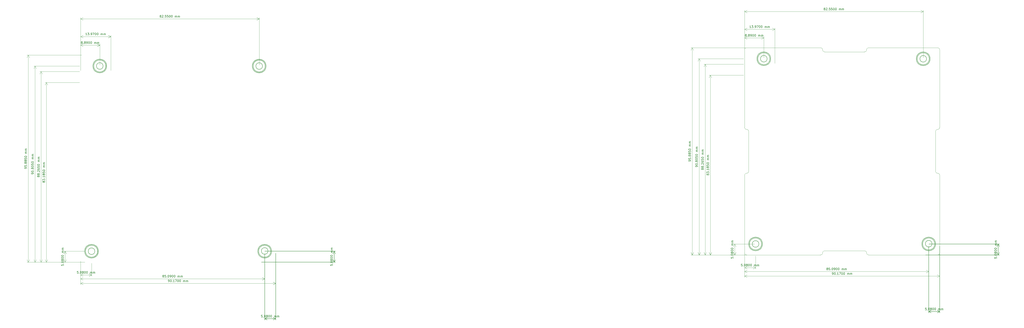
<source format=gbr>
%TF.GenerationSoftware,KiCad,Pcbnew,7.0.5*%
%TF.CreationDate,2024-04-25T22:20:38+03:00*%
%TF.ProjectId,obc-adcs-board,6f62632d-6164-4637-932d-626f6172642e,rev?*%
%TF.SameCoordinates,PX3e2df80PY83e4a60*%
%TF.FileFunction,Other,Comment*%
%FSLAX46Y46*%
G04 Gerber Fmt 4.6, Leading zero omitted, Abs format (unit mm)*
G04 Created by KiCad (PCBNEW 7.0.5) date 2024-04-25 22:20:38*
%MOMM*%
%LPD*%
G01*
G04 APERTURE LIST*
%ADD10C,0.100000*%
%ADD11C,0.150000*%
G04 APERTURE END LIST*
D10*
X397108000Y40326700D02*
G75*
G03*
X396155500Y41279200I-952500J0D01*
G01*
D11*
X7952000Y5204000D02*
G75*
G03*
X7952000Y5204000I-2794000J0D01*
G01*
D10*
X363326000Y4436500D02*
G75*
G03*
X362373500Y5389000I-952500J0D01*
G01*
X343958500Y97464000D02*
X362373500Y97464000D01*
D11*
X85803000Y90900000D02*
G75*
G03*
X85803000Y90900000I-3175000J0D01*
G01*
D10*
X343958500Y5389000D02*
X362373500Y5389000D01*
X364278500Y99369000D02*
G75*
G03*
X363326000Y98416500I0J-952500D01*
G01*
X362373500Y97464000D02*
G75*
G03*
X363326000Y98416500I0J952500D01*
G01*
X343958500Y5389000D02*
G75*
G03*
X343006000Y4436500I0J-952500D01*
G01*
X306938000Y40326700D02*
X306938000Y4436500D01*
D11*
X395203000Y8564000D02*
G75*
G03*
X395203000Y8564000I-3175000J0D01*
G01*
X88343000Y5204000D02*
G75*
G03*
X88343000Y5204000I-3175000J0D01*
G01*
D10*
X397108000Y40326700D02*
X397108000Y4436500D01*
D11*
X10492000Y90929000D02*
G75*
G03*
X10492000Y90929000I-1524000J0D01*
G01*
X313542000Y8564000D02*
G75*
G03*
X313542000Y8564000I-1524000J0D01*
G01*
D10*
X395203000Y42231700D02*
G75*
G03*
X396155500Y41279200I952500J0D01*
G01*
D11*
X8333000Y5204000D02*
G75*
G03*
X8333000Y5204000I-3175000J0D01*
G01*
X6682000Y5204000D02*
G75*
G03*
X6682000Y5204000I-1524000J0D01*
G01*
D10*
X343006000Y98416500D02*
G75*
G03*
X343958500Y97464000I952500J0D01*
G01*
X307890500Y99369000D02*
G75*
G03*
X306938000Y98416500I0J-952500D01*
G01*
X364278500Y99369000D02*
X396155500Y99369000D01*
D11*
X394822000Y8564000D02*
G75*
G03*
X394822000Y8564000I-2794000J0D01*
G01*
X317352000Y94289000D02*
G75*
G03*
X317352000Y94289000I-1524000J0D01*
G01*
X393552000Y8691000D02*
G75*
G03*
X393552000Y8691000I-1524000J0D01*
G01*
X12143000Y90929000D02*
G75*
G03*
X12143000Y90929000I-3175000J0D01*
G01*
D10*
X343006000Y98416500D02*
G75*
G03*
X342053500Y99369000I-952500J0D01*
G01*
X396155500Y61573800D02*
G75*
G03*
X397108000Y62526300I0J952500D01*
G01*
D11*
X319003000Y94289000D02*
G75*
G03*
X319003000Y94289000I-3175000J0D01*
G01*
D10*
X397108000Y98416500D02*
G75*
G03*
X396155500Y99369000I-952500J0D01*
G01*
D11*
X392663000Y94260000D02*
G75*
G03*
X392663000Y94260000I-3175000J0D01*
G01*
X11762000Y90929000D02*
G75*
G03*
X11762000Y90929000I-2794000J0D01*
G01*
D10*
X307890500Y99369000D02*
X342053500Y99369000D01*
X307890500Y41279200D02*
G75*
G03*
X306938000Y40326700I0J-952500D01*
G01*
D11*
X314812000Y8564000D02*
G75*
G03*
X314812000Y8564000I-2794000J0D01*
G01*
X315193000Y8564000D02*
G75*
G03*
X315193000Y8564000I-3175000J0D01*
G01*
D10*
X306938000Y4436500D02*
G75*
G03*
X307890500Y3484000I952500J0D01*
G01*
X396155500Y61573800D02*
G75*
G03*
X395203000Y60621300I0J-952500D01*
G01*
X395203000Y60621300D02*
X395203000Y42231700D01*
D11*
X86692000Y5331000D02*
G75*
G03*
X86692000Y5331000I-1524000J0D01*
G01*
X318622000Y94289000D02*
G75*
G03*
X318622000Y94289000I-2794000J0D01*
G01*
D10*
X364278500Y3484000D02*
X396155500Y3484000D01*
D11*
X87962000Y5204000D02*
G75*
G03*
X87962000Y5204000I-2794000J0D01*
G01*
D10*
X308843000Y60621300D02*
X308843000Y42231700D01*
X397108000Y98416500D02*
X397108000Y62526300D01*
X307890500Y41279200D02*
G75*
G03*
X308843000Y42231700I0J952500D01*
G01*
X396155500Y3484000D02*
G75*
G03*
X397108000Y4436500I0J952500D01*
G01*
X342053500Y3484000D02*
G75*
G03*
X343006000Y4436500I0J952500D01*
G01*
D11*
X392282000Y94260000D02*
G75*
G03*
X392282000Y94260000I-2794000J0D01*
G01*
D10*
X306938000Y98416500D02*
X306938000Y62526300D01*
X308843000Y60621300D02*
G75*
G03*
X307890500Y61573800I-952500J0D01*
G01*
X306938000Y62526300D02*
G75*
G03*
X307890500Y61573800I952500J0D01*
G01*
X363326000Y4436500D02*
G75*
G03*
X364278500Y3484000I952500J0D01*
G01*
X307890500Y3484000D02*
X342053500Y3484000D01*
D11*
X85422000Y90900000D02*
G75*
G03*
X85422000Y90900000I-2794000J0D01*
G01*
X84152000Y90900000D02*
G75*
G03*
X84152000Y90900000I-1524000J0D01*
G01*
X391012000Y94260000D02*
G75*
G03*
X391012000Y94260000I-1524000J0D01*
G01*
X40639191Y-8985219D02*
X40829667Y-8985219D01*
X40829667Y-8985219D02*
X40924905Y-8937600D01*
X40924905Y-8937600D02*
X40972524Y-8889980D01*
X40972524Y-8889980D02*
X41067762Y-8747123D01*
X41067762Y-8747123D02*
X41115381Y-8556647D01*
X41115381Y-8556647D02*
X41115381Y-8175695D01*
X41115381Y-8175695D02*
X41067762Y-8080457D01*
X41067762Y-8080457D02*
X41020143Y-8032838D01*
X41020143Y-8032838D02*
X40924905Y-7985219D01*
X40924905Y-7985219D02*
X40734429Y-7985219D01*
X40734429Y-7985219D02*
X40639191Y-8032838D01*
X40639191Y-8032838D02*
X40591572Y-8080457D01*
X40591572Y-8080457D02*
X40543953Y-8175695D01*
X40543953Y-8175695D02*
X40543953Y-8413790D01*
X40543953Y-8413790D02*
X40591572Y-8509028D01*
X40591572Y-8509028D02*
X40639191Y-8556647D01*
X40639191Y-8556647D02*
X40734429Y-8604266D01*
X40734429Y-8604266D02*
X40924905Y-8604266D01*
X40924905Y-8604266D02*
X41020143Y-8556647D01*
X41020143Y-8556647D02*
X41067762Y-8509028D01*
X41067762Y-8509028D02*
X41115381Y-8413790D01*
X41734429Y-7985219D02*
X41829667Y-7985219D01*
X41829667Y-7985219D02*
X41924905Y-8032838D01*
X41924905Y-8032838D02*
X41972524Y-8080457D01*
X41972524Y-8080457D02*
X42020143Y-8175695D01*
X42020143Y-8175695D02*
X42067762Y-8366171D01*
X42067762Y-8366171D02*
X42067762Y-8604266D01*
X42067762Y-8604266D02*
X42020143Y-8794742D01*
X42020143Y-8794742D02*
X41972524Y-8889980D01*
X41972524Y-8889980D02*
X41924905Y-8937600D01*
X41924905Y-8937600D02*
X41829667Y-8985219D01*
X41829667Y-8985219D02*
X41734429Y-8985219D01*
X41734429Y-8985219D02*
X41639191Y-8937600D01*
X41639191Y-8937600D02*
X41591572Y-8889980D01*
X41591572Y-8889980D02*
X41543953Y-8794742D01*
X41543953Y-8794742D02*
X41496334Y-8604266D01*
X41496334Y-8604266D02*
X41496334Y-8366171D01*
X41496334Y-8366171D02*
X41543953Y-8175695D01*
X41543953Y-8175695D02*
X41591572Y-8080457D01*
X41591572Y-8080457D02*
X41639191Y-8032838D01*
X41639191Y-8032838D02*
X41734429Y-7985219D01*
X42496334Y-8889980D02*
X42543953Y-8937600D01*
X42543953Y-8937600D02*
X42496334Y-8985219D01*
X42496334Y-8985219D02*
X42448715Y-8937600D01*
X42448715Y-8937600D02*
X42496334Y-8889980D01*
X42496334Y-8889980D02*
X42496334Y-8985219D01*
X43496333Y-8985219D02*
X42924905Y-8985219D01*
X43210619Y-8985219D02*
X43210619Y-7985219D01*
X43210619Y-7985219D02*
X43115381Y-8128076D01*
X43115381Y-8128076D02*
X43020143Y-8223314D01*
X43020143Y-8223314D02*
X42924905Y-8270933D01*
X43829667Y-7985219D02*
X44496333Y-7985219D01*
X44496333Y-7985219D02*
X44067762Y-8985219D01*
X45067762Y-7985219D02*
X45163000Y-7985219D01*
X45163000Y-7985219D02*
X45258238Y-8032838D01*
X45258238Y-8032838D02*
X45305857Y-8080457D01*
X45305857Y-8080457D02*
X45353476Y-8175695D01*
X45353476Y-8175695D02*
X45401095Y-8366171D01*
X45401095Y-8366171D02*
X45401095Y-8604266D01*
X45401095Y-8604266D02*
X45353476Y-8794742D01*
X45353476Y-8794742D02*
X45305857Y-8889980D01*
X45305857Y-8889980D02*
X45258238Y-8937600D01*
X45258238Y-8937600D02*
X45163000Y-8985219D01*
X45163000Y-8985219D02*
X45067762Y-8985219D01*
X45067762Y-8985219D02*
X44972524Y-8937600D01*
X44972524Y-8937600D02*
X44924905Y-8889980D01*
X44924905Y-8889980D02*
X44877286Y-8794742D01*
X44877286Y-8794742D02*
X44829667Y-8604266D01*
X44829667Y-8604266D02*
X44829667Y-8366171D01*
X44829667Y-8366171D02*
X44877286Y-8175695D01*
X44877286Y-8175695D02*
X44924905Y-8080457D01*
X44924905Y-8080457D02*
X44972524Y-8032838D01*
X44972524Y-8032838D02*
X45067762Y-7985219D01*
X46020143Y-7985219D02*
X46115381Y-7985219D01*
X46115381Y-7985219D02*
X46210619Y-8032838D01*
X46210619Y-8032838D02*
X46258238Y-8080457D01*
X46258238Y-8080457D02*
X46305857Y-8175695D01*
X46305857Y-8175695D02*
X46353476Y-8366171D01*
X46353476Y-8366171D02*
X46353476Y-8604266D01*
X46353476Y-8604266D02*
X46305857Y-8794742D01*
X46305857Y-8794742D02*
X46258238Y-8889980D01*
X46258238Y-8889980D02*
X46210619Y-8937600D01*
X46210619Y-8937600D02*
X46115381Y-8985219D01*
X46115381Y-8985219D02*
X46020143Y-8985219D01*
X46020143Y-8985219D02*
X45924905Y-8937600D01*
X45924905Y-8937600D02*
X45877286Y-8889980D01*
X45877286Y-8889980D02*
X45829667Y-8794742D01*
X45829667Y-8794742D02*
X45782048Y-8604266D01*
X45782048Y-8604266D02*
X45782048Y-8366171D01*
X45782048Y-8366171D02*
X45829667Y-8175695D01*
X45829667Y-8175695D02*
X45877286Y-8080457D01*
X45877286Y-8080457D02*
X45924905Y-8032838D01*
X45924905Y-8032838D02*
X46020143Y-7985219D01*
X47543953Y-8985219D02*
X47543953Y-8318552D01*
X47543953Y-8413790D02*
X47591572Y-8366171D01*
X47591572Y-8366171D02*
X47686810Y-8318552D01*
X47686810Y-8318552D02*
X47829667Y-8318552D01*
X47829667Y-8318552D02*
X47924905Y-8366171D01*
X47924905Y-8366171D02*
X47972524Y-8461409D01*
X47972524Y-8461409D02*
X47972524Y-8985219D01*
X47972524Y-8461409D02*
X48020143Y-8366171D01*
X48020143Y-8366171D02*
X48115381Y-8318552D01*
X48115381Y-8318552D02*
X48258238Y-8318552D01*
X48258238Y-8318552D02*
X48353477Y-8366171D01*
X48353477Y-8366171D02*
X48401096Y-8461409D01*
X48401096Y-8461409D02*
X48401096Y-8985219D01*
X48877286Y-8985219D02*
X48877286Y-8318552D01*
X48877286Y-8413790D02*
X48924905Y-8366171D01*
X48924905Y-8366171D02*
X49020143Y-8318552D01*
X49020143Y-8318552D02*
X49163000Y-8318552D01*
X49163000Y-8318552D02*
X49258238Y-8366171D01*
X49258238Y-8366171D02*
X49305857Y-8461409D01*
X49305857Y-8461409D02*
X49305857Y-8985219D01*
X49305857Y-8461409D02*
X49353476Y-8366171D01*
X49353476Y-8366171D02*
X49448714Y-8318552D01*
X49448714Y-8318552D02*
X49591571Y-8318552D01*
X49591571Y-8318552D02*
X49686810Y-8366171D01*
X49686810Y-8366171D02*
X49734429Y-8461409D01*
X49734429Y-8461409D02*
X49734429Y-8985219D01*
D10*
X78000Y576500D02*
X78000Y-10266820D01*
X90248000Y576500D02*
X90248000Y-10266820D01*
X78000Y-9680400D02*
X90248000Y-9680400D01*
X78000Y-9680400D02*
X90248000Y-9680400D01*
X78000Y-9680400D02*
X1204504Y-9093979D01*
X78000Y-9680400D02*
X1204504Y-10266821D01*
X90248000Y-9680400D02*
X89121496Y-10266821D01*
X90248000Y-9680400D02*
X89121496Y-9093979D01*
D11*
X345054429Y-2920189D02*
X344959191Y-2872570D01*
X344959191Y-2872570D02*
X344911572Y-2824951D01*
X344911572Y-2824951D02*
X344863953Y-2729713D01*
X344863953Y-2729713D02*
X344863953Y-2682094D01*
X344863953Y-2682094D02*
X344911572Y-2586856D01*
X344911572Y-2586856D02*
X344959191Y-2539237D01*
X344959191Y-2539237D02*
X345054429Y-2491618D01*
X345054429Y-2491618D02*
X345244905Y-2491618D01*
X345244905Y-2491618D02*
X345340143Y-2539237D01*
X345340143Y-2539237D02*
X345387762Y-2586856D01*
X345387762Y-2586856D02*
X345435381Y-2682094D01*
X345435381Y-2682094D02*
X345435381Y-2729713D01*
X345435381Y-2729713D02*
X345387762Y-2824951D01*
X345387762Y-2824951D02*
X345340143Y-2872570D01*
X345340143Y-2872570D02*
X345244905Y-2920189D01*
X345244905Y-2920189D02*
X345054429Y-2920189D01*
X345054429Y-2920189D02*
X344959191Y-2967808D01*
X344959191Y-2967808D02*
X344911572Y-3015427D01*
X344911572Y-3015427D02*
X344863953Y-3110665D01*
X344863953Y-3110665D02*
X344863953Y-3301141D01*
X344863953Y-3301141D02*
X344911572Y-3396379D01*
X344911572Y-3396379D02*
X344959191Y-3443999D01*
X344959191Y-3443999D02*
X345054429Y-3491618D01*
X345054429Y-3491618D02*
X345244905Y-3491618D01*
X345244905Y-3491618D02*
X345340143Y-3443999D01*
X345340143Y-3443999D02*
X345387762Y-3396379D01*
X345387762Y-3396379D02*
X345435381Y-3301141D01*
X345435381Y-3301141D02*
X345435381Y-3110665D01*
X345435381Y-3110665D02*
X345387762Y-3015427D01*
X345387762Y-3015427D02*
X345340143Y-2967808D01*
X345340143Y-2967808D02*
X345244905Y-2920189D01*
X346340143Y-2491618D02*
X345863953Y-2491618D01*
X345863953Y-2491618D02*
X345816334Y-2967808D01*
X345816334Y-2967808D02*
X345863953Y-2920189D01*
X345863953Y-2920189D02*
X345959191Y-2872570D01*
X345959191Y-2872570D02*
X346197286Y-2872570D01*
X346197286Y-2872570D02*
X346292524Y-2920189D01*
X346292524Y-2920189D02*
X346340143Y-2967808D01*
X346340143Y-2967808D02*
X346387762Y-3063046D01*
X346387762Y-3063046D02*
X346387762Y-3301141D01*
X346387762Y-3301141D02*
X346340143Y-3396379D01*
X346340143Y-3396379D02*
X346292524Y-3443999D01*
X346292524Y-3443999D02*
X346197286Y-3491618D01*
X346197286Y-3491618D02*
X345959191Y-3491618D01*
X345959191Y-3491618D02*
X345863953Y-3443999D01*
X345863953Y-3443999D02*
X345816334Y-3396379D01*
X346816334Y-3396379D02*
X346863953Y-3443999D01*
X346863953Y-3443999D02*
X346816334Y-3491618D01*
X346816334Y-3491618D02*
X346768715Y-3443999D01*
X346768715Y-3443999D02*
X346816334Y-3396379D01*
X346816334Y-3396379D02*
X346816334Y-3491618D01*
X347483000Y-2491618D02*
X347578238Y-2491618D01*
X347578238Y-2491618D02*
X347673476Y-2539237D01*
X347673476Y-2539237D02*
X347721095Y-2586856D01*
X347721095Y-2586856D02*
X347768714Y-2682094D01*
X347768714Y-2682094D02*
X347816333Y-2872570D01*
X347816333Y-2872570D02*
X347816333Y-3110665D01*
X347816333Y-3110665D02*
X347768714Y-3301141D01*
X347768714Y-3301141D02*
X347721095Y-3396379D01*
X347721095Y-3396379D02*
X347673476Y-3443999D01*
X347673476Y-3443999D02*
X347578238Y-3491618D01*
X347578238Y-3491618D02*
X347483000Y-3491618D01*
X347483000Y-3491618D02*
X347387762Y-3443999D01*
X347387762Y-3443999D02*
X347340143Y-3396379D01*
X347340143Y-3396379D02*
X347292524Y-3301141D01*
X347292524Y-3301141D02*
X347244905Y-3110665D01*
X347244905Y-3110665D02*
X347244905Y-2872570D01*
X347244905Y-2872570D02*
X347292524Y-2682094D01*
X347292524Y-2682094D02*
X347340143Y-2586856D01*
X347340143Y-2586856D02*
X347387762Y-2539237D01*
X347387762Y-2539237D02*
X347483000Y-2491618D01*
X348292524Y-3491618D02*
X348483000Y-3491618D01*
X348483000Y-3491618D02*
X348578238Y-3443999D01*
X348578238Y-3443999D02*
X348625857Y-3396379D01*
X348625857Y-3396379D02*
X348721095Y-3253522D01*
X348721095Y-3253522D02*
X348768714Y-3063046D01*
X348768714Y-3063046D02*
X348768714Y-2682094D01*
X348768714Y-2682094D02*
X348721095Y-2586856D01*
X348721095Y-2586856D02*
X348673476Y-2539237D01*
X348673476Y-2539237D02*
X348578238Y-2491618D01*
X348578238Y-2491618D02*
X348387762Y-2491618D01*
X348387762Y-2491618D02*
X348292524Y-2539237D01*
X348292524Y-2539237D02*
X348244905Y-2586856D01*
X348244905Y-2586856D02*
X348197286Y-2682094D01*
X348197286Y-2682094D02*
X348197286Y-2920189D01*
X348197286Y-2920189D02*
X348244905Y-3015427D01*
X348244905Y-3015427D02*
X348292524Y-3063046D01*
X348292524Y-3063046D02*
X348387762Y-3110665D01*
X348387762Y-3110665D02*
X348578238Y-3110665D01*
X348578238Y-3110665D02*
X348673476Y-3063046D01*
X348673476Y-3063046D02*
X348721095Y-3015427D01*
X348721095Y-3015427D02*
X348768714Y-2920189D01*
X349387762Y-2491618D02*
X349483000Y-2491618D01*
X349483000Y-2491618D02*
X349578238Y-2539237D01*
X349578238Y-2539237D02*
X349625857Y-2586856D01*
X349625857Y-2586856D02*
X349673476Y-2682094D01*
X349673476Y-2682094D02*
X349721095Y-2872570D01*
X349721095Y-2872570D02*
X349721095Y-3110665D01*
X349721095Y-3110665D02*
X349673476Y-3301141D01*
X349673476Y-3301141D02*
X349625857Y-3396379D01*
X349625857Y-3396379D02*
X349578238Y-3443999D01*
X349578238Y-3443999D02*
X349483000Y-3491618D01*
X349483000Y-3491618D02*
X349387762Y-3491618D01*
X349387762Y-3491618D02*
X349292524Y-3443999D01*
X349292524Y-3443999D02*
X349244905Y-3396379D01*
X349244905Y-3396379D02*
X349197286Y-3301141D01*
X349197286Y-3301141D02*
X349149667Y-3110665D01*
X349149667Y-3110665D02*
X349149667Y-2872570D01*
X349149667Y-2872570D02*
X349197286Y-2682094D01*
X349197286Y-2682094D02*
X349244905Y-2586856D01*
X349244905Y-2586856D02*
X349292524Y-2539237D01*
X349292524Y-2539237D02*
X349387762Y-2491618D01*
X350340143Y-2491618D02*
X350435381Y-2491618D01*
X350435381Y-2491618D02*
X350530619Y-2539237D01*
X350530619Y-2539237D02*
X350578238Y-2586856D01*
X350578238Y-2586856D02*
X350625857Y-2682094D01*
X350625857Y-2682094D02*
X350673476Y-2872570D01*
X350673476Y-2872570D02*
X350673476Y-3110665D01*
X350673476Y-3110665D02*
X350625857Y-3301141D01*
X350625857Y-3301141D02*
X350578238Y-3396379D01*
X350578238Y-3396379D02*
X350530619Y-3443999D01*
X350530619Y-3443999D02*
X350435381Y-3491618D01*
X350435381Y-3491618D02*
X350340143Y-3491618D01*
X350340143Y-3491618D02*
X350244905Y-3443999D01*
X350244905Y-3443999D02*
X350197286Y-3396379D01*
X350197286Y-3396379D02*
X350149667Y-3301141D01*
X350149667Y-3301141D02*
X350102048Y-3110665D01*
X350102048Y-3110665D02*
X350102048Y-2872570D01*
X350102048Y-2872570D02*
X350149667Y-2682094D01*
X350149667Y-2682094D02*
X350197286Y-2586856D01*
X350197286Y-2586856D02*
X350244905Y-2539237D01*
X350244905Y-2539237D02*
X350340143Y-2491618D01*
X351863953Y-3491618D02*
X351863953Y-2824951D01*
X351863953Y-2920189D02*
X351911572Y-2872570D01*
X351911572Y-2872570D02*
X352006810Y-2824951D01*
X352006810Y-2824951D02*
X352149667Y-2824951D01*
X352149667Y-2824951D02*
X352244905Y-2872570D01*
X352244905Y-2872570D02*
X352292524Y-2967808D01*
X352292524Y-2967808D02*
X352292524Y-3491618D01*
X352292524Y-2967808D02*
X352340143Y-2872570D01*
X352340143Y-2872570D02*
X352435381Y-2824951D01*
X352435381Y-2824951D02*
X352578238Y-2824951D01*
X352578238Y-2824951D02*
X352673477Y-2872570D01*
X352673477Y-2872570D02*
X352721096Y-2967808D01*
X352721096Y-2967808D02*
X352721096Y-3491618D01*
X353197286Y-3491618D02*
X353197286Y-2824951D01*
X353197286Y-2920189D02*
X353244905Y-2872570D01*
X353244905Y-2872570D02*
X353340143Y-2824951D01*
X353340143Y-2824951D02*
X353483000Y-2824951D01*
X353483000Y-2824951D02*
X353578238Y-2872570D01*
X353578238Y-2872570D02*
X353625857Y-2967808D01*
X353625857Y-2967808D02*
X353625857Y-3491618D01*
X353625857Y-2967808D02*
X353673476Y-2872570D01*
X353673476Y-2872570D02*
X353768714Y-2824951D01*
X353768714Y-2824951D02*
X353911571Y-2824951D01*
X353911571Y-2824951D02*
X354006810Y-2872570D01*
X354006810Y-2872570D02*
X354054429Y-2967808D01*
X354054429Y-2967808D02*
X354054429Y-3491618D01*
D10*
X306938000Y2984000D02*
X306938000Y-4773219D01*
X392028000Y2984000D02*
X392028000Y-4773219D01*
X306938000Y-4186799D02*
X392028000Y-4186799D01*
X306938000Y-4186799D02*
X392028000Y-4186799D01*
X306938000Y-4186799D02*
X308064504Y-3600378D01*
X306938000Y-4186799D02*
X308064504Y-4773220D01*
X392028000Y-4186799D02*
X390901496Y-4773220D01*
X392028000Y-4186799D02*
X390901496Y-3600378D01*
D11*
X300670819Y2404953D02*
X300670819Y1928763D01*
X300670819Y1928763D02*
X301147009Y1881144D01*
X301147009Y1881144D02*
X301099390Y1928763D01*
X301099390Y1928763D02*
X301051771Y2024001D01*
X301051771Y2024001D02*
X301051771Y2262096D01*
X301051771Y2262096D02*
X301099390Y2357334D01*
X301099390Y2357334D02*
X301147009Y2404953D01*
X301147009Y2404953D02*
X301242247Y2452572D01*
X301242247Y2452572D02*
X301480342Y2452572D01*
X301480342Y2452572D02*
X301575580Y2404953D01*
X301575580Y2404953D02*
X301623200Y2357334D01*
X301623200Y2357334D02*
X301670819Y2262096D01*
X301670819Y2262096D02*
X301670819Y2024001D01*
X301670819Y2024001D02*
X301623200Y1928763D01*
X301623200Y1928763D02*
X301575580Y1881144D01*
X301575580Y2881144D02*
X301623200Y2928763D01*
X301623200Y2928763D02*
X301670819Y2881144D01*
X301670819Y2881144D02*
X301623200Y2833525D01*
X301623200Y2833525D02*
X301575580Y2881144D01*
X301575580Y2881144D02*
X301670819Y2881144D01*
X300670819Y3547810D02*
X300670819Y3643048D01*
X300670819Y3643048D02*
X300718438Y3738286D01*
X300718438Y3738286D02*
X300766057Y3785905D01*
X300766057Y3785905D02*
X300861295Y3833524D01*
X300861295Y3833524D02*
X301051771Y3881143D01*
X301051771Y3881143D02*
X301289866Y3881143D01*
X301289866Y3881143D02*
X301480342Y3833524D01*
X301480342Y3833524D02*
X301575580Y3785905D01*
X301575580Y3785905D02*
X301623200Y3738286D01*
X301623200Y3738286D02*
X301670819Y3643048D01*
X301670819Y3643048D02*
X301670819Y3547810D01*
X301670819Y3547810D02*
X301623200Y3452572D01*
X301623200Y3452572D02*
X301575580Y3404953D01*
X301575580Y3404953D02*
X301480342Y3357334D01*
X301480342Y3357334D02*
X301289866Y3309715D01*
X301289866Y3309715D02*
X301051771Y3309715D01*
X301051771Y3309715D02*
X300861295Y3357334D01*
X300861295Y3357334D02*
X300766057Y3404953D01*
X300766057Y3404953D02*
X300718438Y3452572D01*
X300718438Y3452572D02*
X300670819Y3547810D01*
X301099390Y4452572D02*
X301051771Y4357334D01*
X301051771Y4357334D02*
X301004152Y4309715D01*
X301004152Y4309715D02*
X300908914Y4262096D01*
X300908914Y4262096D02*
X300861295Y4262096D01*
X300861295Y4262096D02*
X300766057Y4309715D01*
X300766057Y4309715D02*
X300718438Y4357334D01*
X300718438Y4357334D02*
X300670819Y4452572D01*
X300670819Y4452572D02*
X300670819Y4643048D01*
X300670819Y4643048D02*
X300718438Y4738286D01*
X300718438Y4738286D02*
X300766057Y4785905D01*
X300766057Y4785905D02*
X300861295Y4833524D01*
X300861295Y4833524D02*
X300908914Y4833524D01*
X300908914Y4833524D02*
X301004152Y4785905D01*
X301004152Y4785905D02*
X301051771Y4738286D01*
X301051771Y4738286D02*
X301099390Y4643048D01*
X301099390Y4643048D02*
X301099390Y4452572D01*
X301099390Y4452572D02*
X301147009Y4357334D01*
X301147009Y4357334D02*
X301194628Y4309715D01*
X301194628Y4309715D02*
X301289866Y4262096D01*
X301289866Y4262096D02*
X301480342Y4262096D01*
X301480342Y4262096D02*
X301575580Y4309715D01*
X301575580Y4309715D02*
X301623200Y4357334D01*
X301623200Y4357334D02*
X301670819Y4452572D01*
X301670819Y4452572D02*
X301670819Y4643048D01*
X301670819Y4643048D02*
X301623200Y4738286D01*
X301623200Y4738286D02*
X301575580Y4785905D01*
X301575580Y4785905D02*
X301480342Y4833524D01*
X301480342Y4833524D02*
X301289866Y4833524D01*
X301289866Y4833524D02*
X301194628Y4785905D01*
X301194628Y4785905D02*
X301147009Y4738286D01*
X301147009Y4738286D02*
X301099390Y4643048D01*
X300670819Y5452572D02*
X300670819Y5547810D01*
X300670819Y5547810D02*
X300718438Y5643048D01*
X300718438Y5643048D02*
X300766057Y5690667D01*
X300766057Y5690667D02*
X300861295Y5738286D01*
X300861295Y5738286D02*
X301051771Y5785905D01*
X301051771Y5785905D02*
X301289866Y5785905D01*
X301289866Y5785905D02*
X301480342Y5738286D01*
X301480342Y5738286D02*
X301575580Y5690667D01*
X301575580Y5690667D02*
X301623200Y5643048D01*
X301623200Y5643048D02*
X301670819Y5547810D01*
X301670819Y5547810D02*
X301670819Y5452572D01*
X301670819Y5452572D02*
X301623200Y5357334D01*
X301623200Y5357334D02*
X301575580Y5309715D01*
X301575580Y5309715D02*
X301480342Y5262096D01*
X301480342Y5262096D02*
X301289866Y5214477D01*
X301289866Y5214477D02*
X301051771Y5214477D01*
X301051771Y5214477D02*
X300861295Y5262096D01*
X300861295Y5262096D02*
X300766057Y5309715D01*
X300766057Y5309715D02*
X300718438Y5357334D01*
X300718438Y5357334D02*
X300670819Y5452572D01*
X300670819Y6404953D02*
X300670819Y6500191D01*
X300670819Y6500191D02*
X300718438Y6595429D01*
X300718438Y6595429D02*
X300766057Y6643048D01*
X300766057Y6643048D02*
X300861295Y6690667D01*
X300861295Y6690667D02*
X301051771Y6738286D01*
X301051771Y6738286D02*
X301289866Y6738286D01*
X301289866Y6738286D02*
X301480342Y6690667D01*
X301480342Y6690667D02*
X301575580Y6643048D01*
X301575580Y6643048D02*
X301623200Y6595429D01*
X301623200Y6595429D02*
X301670819Y6500191D01*
X301670819Y6500191D02*
X301670819Y6404953D01*
X301670819Y6404953D02*
X301623200Y6309715D01*
X301623200Y6309715D02*
X301575580Y6262096D01*
X301575580Y6262096D02*
X301480342Y6214477D01*
X301480342Y6214477D02*
X301289866Y6166858D01*
X301289866Y6166858D02*
X301051771Y6166858D01*
X301051771Y6166858D02*
X300861295Y6214477D01*
X300861295Y6214477D02*
X300766057Y6262096D01*
X300766057Y6262096D02*
X300718438Y6309715D01*
X300718438Y6309715D02*
X300670819Y6404953D01*
X301670819Y7928763D02*
X301004152Y7928763D01*
X301099390Y7928763D02*
X301051771Y7976382D01*
X301051771Y7976382D02*
X301004152Y8071620D01*
X301004152Y8071620D02*
X301004152Y8214477D01*
X301004152Y8214477D02*
X301051771Y8309715D01*
X301051771Y8309715D02*
X301147009Y8357334D01*
X301147009Y8357334D02*
X301670819Y8357334D01*
X301147009Y8357334D02*
X301051771Y8404953D01*
X301051771Y8404953D02*
X301004152Y8500191D01*
X301004152Y8500191D02*
X301004152Y8643048D01*
X301004152Y8643048D02*
X301051771Y8738287D01*
X301051771Y8738287D02*
X301147009Y8785906D01*
X301147009Y8785906D02*
X301670819Y8785906D01*
X301670819Y9262096D02*
X301004152Y9262096D01*
X301099390Y9262096D02*
X301051771Y9309715D01*
X301051771Y9309715D02*
X301004152Y9404953D01*
X301004152Y9404953D02*
X301004152Y9547810D01*
X301004152Y9547810D02*
X301051771Y9643048D01*
X301051771Y9643048D02*
X301147009Y9690667D01*
X301147009Y9690667D02*
X301670819Y9690667D01*
X301147009Y9690667D02*
X301051771Y9738286D01*
X301051771Y9738286D02*
X301004152Y9833524D01*
X301004152Y9833524D02*
X301004152Y9976381D01*
X301004152Y9976381D02*
X301051771Y10071620D01*
X301051771Y10071620D02*
X301147009Y10119239D01*
X301147009Y10119239D02*
X301670819Y10119239D01*
D10*
X311518000Y8564000D02*
X301779580Y8564000D01*
X311518000Y3484000D02*
X301779580Y3484000D01*
X302366000Y8564000D02*
X302366000Y3484000D01*
X302366000Y8564000D02*
X302366000Y3484000D01*
X302366000Y8564000D02*
X302952421Y7437496D01*
X302366000Y8564000D02*
X301779579Y7437496D01*
X302366000Y3484000D02*
X301779579Y4610504D01*
X302366000Y3484000D02*
X302952421Y4610504D01*
D11*
X-24797981Y43542692D02*
X-24797981Y43733168D01*
X-24797981Y43733168D02*
X-24845600Y43828406D01*
X-24845600Y43828406D02*
X-24893220Y43876025D01*
X-24893220Y43876025D02*
X-25036077Y43971263D01*
X-25036077Y43971263D02*
X-25226553Y44018882D01*
X-25226553Y44018882D02*
X-25607505Y44018882D01*
X-25607505Y44018882D02*
X-25702743Y43971263D01*
X-25702743Y43971263D02*
X-25750362Y43923644D01*
X-25750362Y43923644D02*
X-25797981Y43828406D01*
X-25797981Y43828406D02*
X-25797981Y43637930D01*
X-25797981Y43637930D02*
X-25750362Y43542692D01*
X-25750362Y43542692D02*
X-25702743Y43495073D01*
X-25702743Y43495073D02*
X-25607505Y43447454D01*
X-25607505Y43447454D02*
X-25369410Y43447454D01*
X-25369410Y43447454D02*
X-25274172Y43495073D01*
X-25274172Y43495073D02*
X-25226553Y43542692D01*
X-25226553Y43542692D02*
X-25178934Y43637930D01*
X-25178934Y43637930D02*
X-25178934Y43828406D01*
X-25178934Y43828406D02*
X-25226553Y43923644D01*
X-25226553Y43923644D02*
X-25274172Y43971263D01*
X-25274172Y43971263D02*
X-25369410Y44018882D01*
X-25797981Y44923644D02*
X-25797981Y44447454D01*
X-25797981Y44447454D02*
X-25321791Y44399835D01*
X-25321791Y44399835D02*
X-25369410Y44447454D01*
X-25369410Y44447454D02*
X-25417029Y44542692D01*
X-25417029Y44542692D02*
X-25417029Y44780787D01*
X-25417029Y44780787D02*
X-25369410Y44876025D01*
X-25369410Y44876025D02*
X-25321791Y44923644D01*
X-25321791Y44923644D02*
X-25226553Y44971263D01*
X-25226553Y44971263D02*
X-24988458Y44971263D01*
X-24988458Y44971263D02*
X-24893220Y44923644D01*
X-24893220Y44923644D02*
X-24845600Y44876025D01*
X-24845600Y44876025D02*
X-24797981Y44780787D01*
X-24797981Y44780787D02*
X-24797981Y44542692D01*
X-24797981Y44542692D02*
X-24845600Y44447454D01*
X-24845600Y44447454D02*
X-24893220Y44399835D01*
X-24893220Y45399835D02*
X-24845600Y45447454D01*
X-24845600Y45447454D02*
X-24797981Y45399835D01*
X-24797981Y45399835D02*
X-24845600Y45352216D01*
X-24845600Y45352216D02*
X-24893220Y45399835D01*
X-24893220Y45399835D02*
X-24797981Y45399835D01*
X-25369410Y46018882D02*
X-25417029Y45923644D01*
X-25417029Y45923644D02*
X-25464648Y45876025D01*
X-25464648Y45876025D02*
X-25559886Y45828406D01*
X-25559886Y45828406D02*
X-25607505Y45828406D01*
X-25607505Y45828406D02*
X-25702743Y45876025D01*
X-25702743Y45876025D02*
X-25750362Y45923644D01*
X-25750362Y45923644D02*
X-25797981Y46018882D01*
X-25797981Y46018882D02*
X-25797981Y46209358D01*
X-25797981Y46209358D02*
X-25750362Y46304596D01*
X-25750362Y46304596D02*
X-25702743Y46352215D01*
X-25702743Y46352215D02*
X-25607505Y46399834D01*
X-25607505Y46399834D02*
X-25559886Y46399834D01*
X-25559886Y46399834D02*
X-25464648Y46352215D01*
X-25464648Y46352215D02*
X-25417029Y46304596D01*
X-25417029Y46304596D02*
X-25369410Y46209358D01*
X-25369410Y46209358D02*
X-25369410Y46018882D01*
X-25369410Y46018882D02*
X-25321791Y45923644D01*
X-25321791Y45923644D02*
X-25274172Y45876025D01*
X-25274172Y45876025D02*
X-25178934Y45828406D01*
X-25178934Y45828406D02*
X-24988458Y45828406D01*
X-24988458Y45828406D02*
X-24893220Y45876025D01*
X-24893220Y45876025D02*
X-24845600Y45923644D01*
X-24845600Y45923644D02*
X-24797981Y46018882D01*
X-24797981Y46018882D02*
X-24797981Y46209358D01*
X-24797981Y46209358D02*
X-24845600Y46304596D01*
X-24845600Y46304596D02*
X-24893220Y46352215D01*
X-24893220Y46352215D02*
X-24988458Y46399834D01*
X-24988458Y46399834D02*
X-25178934Y46399834D01*
X-25178934Y46399834D02*
X-25274172Y46352215D01*
X-25274172Y46352215D02*
X-25321791Y46304596D01*
X-25321791Y46304596D02*
X-25369410Y46209358D01*
X-25369410Y46971263D02*
X-25417029Y46876025D01*
X-25417029Y46876025D02*
X-25464648Y46828406D01*
X-25464648Y46828406D02*
X-25559886Y46780787D01*
X-25559886Y46780787D02*
X-25607505Y46780787D01*
X-25607505Y46780787D02*
X-25702743Y46828406D01*
X-25702743Y46828406D02*
X-25750362Y46876025D01*
X-25750362Y46876025D02*
X-25797981Y46971263D01*
X-25797981Y46971263D02*
X-25797981Y47161739D01*
X-25797981Y47161739D02*
X-25750362Y47256977D01*
X-25750362Y47256977D02*
X-25702743Y47304596D01*
X-25702743Y47304596D02*
X-25607505Y47352215D01*
X-25607505Y47352215D02*
X-25559886Y47352215D01*
X-25559886Y47352215D02*
X-25464648Y47304596D01*
X-25464648Y47304596D02*
X-25417029Y47256977D01*
X-25417029Y47256977D02*
X-25369410Y47161739D01*
X-25369410Y47161739D02*
X-25369410Y46971263D01*
X-25369410Y46971263D02*
X-25321791Y46876025D01*
X-25321791Y46876025D02*
X-25274172Y46828406D01*
X-25274172Y46828406D02*
X-25178934Y46780787D01*
X-25178934Y46780787D02*
X-24988458Y46780787D01*
X-24988458Y46780787D02*
X-24893220Y46828406D01*
X-24893220Y46828406D02*
X-24845600Y46876025D01*
X-24845600Y46876025D02*
X-24797981Y46971263D01*
X-24797981Y46971263D02*
X-24797981Y47161739D01*
X-24797981Y47161739D02*
X-24845600Y47256977D01*
X-24845600Y47256977D02*
X-24893220Y47304596D01*
X-24893220Y47304596D02*
X-24988458Y47352215D01*
X-24988458Y47352215D02*
X-25178934Y47352215D01*
X-25178934Y47352215D02*
X-25274172Y47304596D01*
X-25274172Y47304596D02*
X-25321791Y47256977D01*
X-25321791Y47256977D02*
X-25369410Y47161739D01*
X-25797981Y48256977D02*
X-25797981Y47780787D01*
X-25797981Y47780787D02*
X-25321791Y47733168D01*
X-25321791Y47733168D02*
X-25369410Y47780787D01*
X-25369410Y47780787D02*
X-25417029Y47876025D01*
X-25417029Y47876025D02*
X-25417029Y48114120D01*
X-25417029Y48114120D02*
X-25369410Y48209358D01*
X-25369410Y48209358D02*
X-25321791Y48256977D01*
X-25321791Y48256977D02*
X-25226553Y48304596D01*
X-25226553Y48304596D02*
X-24988458Y48304596D01*
X-24988458Y48304596D02*
X-24893220Y48256977D01*
X-24893220Y48256977D02*
X-24845600Y48209358D01*
X-24845600Y48209358D02*
X-24797981Y48114120D01*
X-24797981Y48114120D02*
X-24797981Y47876025D01*
X-24797981Y47876025D02*
X-24845600Y47780787D01*
X-24845600Y47780787D02*
X-24893220Y47733168D01*
X-25797981Y48923644D02*
X-25797981Y49018882D01*
X-25797981Y49018882D02*
X-25750362Y49114120D01*
X-25750362Y49114120D02*
X-25702743Y49161739D01*
X-25702743Y49161739D02*
X-25607505Y49209358D01*
X-25607505Y49209358D02*
X-25417029Y49256977D01*
X-25417029Y49256977D02*
X-25178934Y49256977D01*
X-25178934Y49256977D02*
X-24988458Y49209358D01*
X-24988458Y49209358D02*
X-24893220Y49161739D01*
X-24893220Y49161739D02*
X-24845600Y49114120D01*
X-24845600Y49114120D02*
X-24797981Y49018882D01*
X-24797981Y49018882D02*
X-24797981Y48923644D01*
X-24797981Y48923644D02*
X-24845600Y48828406D01*
X-24845600Y48828406D02*
X-24893220Y48780787D01*
X-24893220Y48780787D02*
X-24988458Y48733168D01*
X-24988458Y48733168D02*
X-25178934Y48685549D01*
X-25178934Y48685549D02*
X-25417029Y48685549D01*
X-25417029Y48685549D02*
X-25607505Y48733168D01*
X-25607505Y48733168D02*
X-25702743Y48780787D01*
X-25702743Y48780787D02*
X-25750362Y48828406D01*
X-25750362Y48828406D02*
X-25797981Y48923644D01*
X-24797981Y50447454D02*
X-25464648Y50447454D01*
X-25369410Y50447454D02*
X-25417029Y50495073D01*
X-25417029Y50495073D02*
X-25464648Y50590311D01*
X-25464648Y50590311D02*
X-25464648Y50733168D01*
X-25464648Y50733168D02*
X-25417029Y50828406D01*
X-25417029Y50828406D02*
X-25321791Y50876025D01*
X-25321791Y50876025D02*
X-24797981Y50876025D01*
X-25321791Y50876025D02*
X-25417029Y50923644D01*
X-25417029Y50923644D02*
X-25464648Y51018882D01*
X-25464648Y51018882D02*
X-25464648Y51161739D01*
X-25464648Y51161739D02*
X-25417029Y51256978D01*
X-25417029Y51256978D02*
X-25321791Y51304597D01*
X-25321791Y51304597D02*
X-24797981Y51304597D01*
X-24797981Y51780787D02*
X-25464648Y51780787D01*
X-25369410Y51780787D02*
X-25417029Y51828406D01*
X-25417029Y51828406D02*
X-25464648Y51923644D01*
X-25464648Y51923644D02*
X-25464648Y52066501D01*
X-25464648Y52066501D02*
X-25417029Y52161739D01*
X-25417029Y52161739D02*
X-25321791Y52209358D01*
X-25321791Y52209358D02*
X-24797981Y52209358D01*
X-25321791Y52209358D02*
X-25417029Y52256977D01*
X-25417029Y52256977D02*
X-25464648Y52352215D01*
X-25464648Y52352215D02*
X-25464648Y52495072D01*
X-25464648Y52495072D02*
X-25417029Y52590311D01*
X-25417029Y52590311D02*
X-25321791Y52637930D01*
X-25321791Y52637930D02*
X-24797981Y52637930D01*
D10*
X530500Y96009000D02*
X-24689220Y96009000D01*
X530500Y124000D02*
X-24689220Y124000D01*
X-24102800Y96009000D02*
X-24102800Y124000D01*
X-24102800Y96009000D02*
X-24102800Y124000D01*
X-24102800Y96009000D02*
X-23516379Y94882496D01*
X-24102800Y96009000D02*
X-24689221Y94882496D01*
X-24102800Y124000D02*
X-24689221Y1250504D01*
X-24102800Y124000D02*
X-23516379Y1250504D01*
D11*
X38194429Y-6280189D02*
X38099191Y-6232570D01*
X38099191Y-6232570D02*
X38051572Y-6184951D01*
X38051572Y-6184951D02*
X38003953Y-6089713D01*
X38003953Y-6089713D02*
X38003953Y-6042094D01*
X38003953Y-6042094D02*
X38051572Y-5946856D01*
X38051572Y-5946856D02*
X38099191Y-5899237D01*
X38099191Y-5899237D02*
X38194429Y-5851618D01*
X38194429Y-5851618D02*
X38384905Y-5851618D01*
X38384905Y-5851618D02*
X38480143Y-5899237D01*
X38480143Y-5899237D02*
X38527762Y-5946856D01*
X38527762Y-5946856D02*
X38575381Y-6042094D01*
X38575381Y-6042094D02*
X38575381Y-6089713D01*
X38575381Y-6089713D02*
X38527762Y-6184951D01*
X38527762Y-6184951D02*
X38480143Y-6232570D01*
X38480143Y-6232570D02*
X38384905Y-6280189D01*
X38384905Y-6280189D02*
X38194429Y-6280189D01*
X38194429Y-6280189D02*
X38099191Y-6327808D01*
X38099191Y-6327808D02*
X38051572Y-6375427D01*
X38051572Y-6375427D02*
X38003953Y-6470665D01*
X38003953Y-6470665D02*
X38003953Y-6661141D01*
X38003953Y-6661141D02*
X38051572Y-6756379D01*
X38051572Y-6756379D02*
X38099191Y-6803999D01*
X38099191Y-6803999D02*
X38194429Y-6851618D01*
X38194429Y-6851618D02*
X38384905Y-6851618D01*
X38384905Y-6851618D02*
X38480143Y-6803999D01*
X38480143Y-6803999D02*
X38527762Y-6756379D01*
X38527762Y-6756379D02*
X38575381Y-6661141D01*
X38575381Y-6661141D02*
X38575381Y-6470665D01*
X38575381Y-6470665D02*
X38527762Y-6375427D01*
X38527762Y-6375427D02*
X38480143Y-6327808D01*
X38480143Y-6327808D02*
X38384905Y-6280189D01*
X39480143Y-5851618D02*
X39003953Y-5851618D01*
X39003953Y-5851618D02*
X38956334Y-6327808D01*
X38956334Y-6327808D02*
X39003953Y-6280189D01*
X39003953Y-6280189D02*
X39099191Y-6232570D01*
X39099191Y-6232570D02*
X39337286Y-6232570D01*
X39337286Y-6232570D02*
X39432524Y-6280189D01*
X39432524Y-6280189D02*
X39480143Y-6327808D01*
X39480143Y-6327808D02*
X39527762Y-6423046D01*
X39527762Y-6423046D02*
X39527762Y-6661141D01*
X39527762Y-6661141D02*
X39480143Y-6756379D01*
X39480143Y-6756379D02*
X39432524Y-6803999D01*
X39432524Y-6803999D02*
X39337286Y-6851618D01*
X39337286Y-6851618D02*
X39099191Y-6851618D01*
X39099191Y-6851618D02*
X39003953Y-6803999D01*
X39003953Y-6803999D02*
X38956334Y-6756379D01*
X39956334Y-6756379D02*
X40003953Y-6803999D01*
X40003953Y-6803999D02*
X39956334Y-6851618D01*
X39956334Y-6851618D02*
X39908715Y-6803999D01*
X39908715Y-6803999D02*
X39956334Y-6756379D01*
X39956334Y-6756379D02*
X39956334Y-6851618D01*
X40623000Y-5851618D02*
X40718238Y-5851618D01*
X40718238Y-5851618D02*
X40813476Y-5899237D01*
X40813476Y-5899237D02*
X40861095Y-5946856D01*
X40861095Y-5946856D02*
X40908714Y-6042094D01*
X40908714Y-6042094D02*
X40956333Y-6232570D01*
X40956333Y-6232570D02*
X40956333Y-6470665D01*
X40956333Y-6470665D02*
X40908714Y-6661141D01*
X40908714Y-6661141D02*
X40861095Y-6756379D01*
X40861095Y-6756379D02*
X40813476Y-6803999D01*
X40813476Y-6803999D02*
X40718238Y-6851618D01*
X40718238Y-6851618D02*
X40623000Y-6851618D01*
X40623000Y-6851618D02*
X40527762Y-6803999D01*
X40527762Y-6803999D02*
X40480143Y-6756379D01*
X40480143Y-6756379D02*
X40432524Y-6661141D01*
X40432524Y-6661141D02*
X40384905Y-6470665D01*
X40384905Y-6470665D02*
X40384905Y-6232570D01*
X40384905Y-6232570D02*
X40432524Y-6042094D01*
X40432524Y-6042094D02*
X40480143Y-5946856D01*
X40480143Y-5946856D02*
X40527762Y-5899237D01*
X40527762Y-5899237D02*
X40623000Y-5851618D01*
X41432524Y-6851618D02*
X41623000Y-6851618D01*
X41623000Y-6851618D02*
X41718238Y-6803999D01*
X41718238Y-6803999D02*
X41765857Y-6756379D01*
X41765857Y-6756379D02*
X41861095Y-6613522D01*
X41861095Y-6613522D02*
X41908714Y-6423046D01*
X41908714Y-6423046D02*
X41908714Y-6042094D01*
X41908714Y-6042094D02*
X41861095Y-5946856D01*
X41861095Y-5946856D02*
X41813476Y-5899237D01*
X41813476Y-5899237D02*
X41718238Y-5851618D01*
X41718238Y-5851618D02*
X41527762Y-5851618D01*
X41527762Y-5851618D02*
X41432524Y-5899237D01*
X41432524Y-5899237D02*
X41384905Y-5946856D01*
X41384905Y-5946856D02*
X41337286Y-6042094D01*
X41337286Y-6042094D02*
X41337286Y-6280189D01*
X41337286Y-6280189D02*
X41384905Y-6375427D01*
X41384905Y-6375427D02*
X41432524Y-6423046D01*
X41432524Y-6423046D02*
X41527762Y-6470665D01*
X41527762Y-6470665D02*
X41718238Y-6470665D01*
X41718238Y-6470665D02*
X41813476Y-6423046D01*
X41813476Y-6423046D02*
X41861095Y-6375427D01*
X41861095Y-6375427D02*
X41908714Y-6280189D01*
X42527762Y-5851618D02*
X42623000Y-5851618D01*
X42623000Y-5851618D02*
X42718238Y-5899237D01*
X42718238Y-5899237D02*
X42765857Y-5946856D01*
X42765857Y-5946856D02*
X42813476Y-6042094D01*
X42813476Y-6042094D02*
X42861095Y-6232570D01*
X42861095Y-6232570D02*
X42861095Y-6470665D01*
X42861095Y-6470665D02*
X42813476Y-6661141D01*
X42813476Y-6661141D02*
X42765857Y-6756379D01*
X42765857Y-6756379D02*
X42718238Y-6803999D01*
X42718238Y-6803999D02*
X42623000Y-6851618D01*
X42623000Y-6851618D02*
X42527762Y-6851618D01*
X42527762Y-6851618D02*
X42432524Y-6803999D01*
X42432524Y-6803999D02*
X42384905Y-6756379D01*
X42384905Y-6756379D02*
X42337286Y-6661141D01*
X42337286Y-6661141D02*
X42289667Y-6470665D01*
X42289667Y-6470665D02*
X42289667Y-6232570D01*
X42289667Y-6232570D02*
X42337286Y-6042094D01*
X42337286Y-6042094D02*
X42384905Y-5946856D01*
X42384905Y-5946856D02*
X42432524Y-5899237D01*
X42432524Y-5899237D02*
X42527762Y-5851618D01*
X43480143Y-5851618D02*
X43575381Y-5851618D01*
X43575381Y-5851618D02*
X43670619Y-5899237D01*
X43670619Y-5899237D02*
X43718238Y-5946856D01*
X43718238Y-5946856D02*
X43765857Y-6042094D01*
X43765857Y-6042094D02*
X43813476Y-6232570D01*
X43813476Y-6232570D02*
X43813476Y-6470665D01*
X43813476Y-6470665D02*
X43765857Y-6661141D01*
X43765857Y-6661141D02*
X43718238Y-6756379D01*
X43718238Y-6756379D02*
X43670619Y-6803999D01*
X43670619Y-6803999D02*
X43575381Y-6851618D01*
X43575381Y-6851618D02*
X43480143Y-6851618D01*
X43480143Y-6851618D02*
X43384905Y-6803999D01*
X43384905Y-6803999D02*
X43337286Y-6756379D01*
X43337286Y-6756379D02*
X43289667Y-6661141D01*
X43289667Y-6661141D02*
X43242048Y-6470665D01*
X43242048Y-6470665D02*
X43242048Y-6232570D01*
X43242048Y-6232570D02*
X43289667Y-6042094D01*
X43289667Y-6042094D02*
X43337286Y-5946856D01*
X43337286Y-5946856D02*
X43384905Y-5899237D01*
X43384905Y-5899237D02*
X43480143Y-5851618D01*
X45003953Y-6851618D02*
X45003953Y-6184951D01*
X45003953Y-6280189D02*
X45051572Y-6232570D01*
X45051572Y-6232570D02*
X45146810Y-6184951D01*
X45146810Y-6184951D02*
X45289667Y-6184951D01*
X45289667Y-6184951D02*
X45384905Y-6232570D01*
X45384905Y-6232570D02*
X45432524Y-6327808D01*
X45432524Y-6327808D02*
X45432524Y-6851618D01*
X45432524Y-6327808D02*
X45480143Y-6232570D01*
X45480143Y-6232570D02*
X45575381Y-6184951D01*
X45575381Y-6184951D02*
X45718238Y-6184951D01*
X45718238Y-6184951D02*
X45813477Y-6232570D01*
X45813477Y-6232570D02*
X45861096Y-6327808D01*
X45861096Y-6327808D02*
X45861096Y-6851618D01*
X46337286Y-6851618D02*
X46337286Y-6184951D01*
X46337286Y-6280189D02*
X46384905Y-6232570D01*
X46384905Y-6232570D02*
X46480143Y-6184951D01*
X46480143Y-6184951D02*
X46623000Y-6184951D01*
X46623000Y-6184951D02*
X46718238Y-6232570D01*
X46718238Y-6232570D02*
X46765857Y-6327808D01*
X46765857Y-6327808D02*
X46765857Y-6851618D01*
X46765857Y-6327808D02*
X46813476Y-6232570D01*
X46813476Y-6232570D02*
X46908714Y-6184951D01*
X46908714Y-6184951D02*
X47051571Y-6184951D01*
X47051571Y-6184951D02*
X47146810Y-6232570D01*
X47146810Y-6232570D02*
X47194429Y-6327808D01*
X47194429Y-6327808D02*
X47194429Y-6851618D01*
D10*
X78000Y-376000D02*
X78000Y-8133219D01*
X85168000Y-376000D02*
X85168000Y-8133219D01*
X78000Y-7546799D02*
X85168000Y-7546799D01*
X78000Y-7546799D02*
X85168000Y-7546799D01*
X78000Y-7546799D02*
X1204504Y-6960378D01*
X78000Y-7546799D02*
X1204504Y-8133220D01*
X85168000Y-7546799D02*
X84041496Y-8133220D01*
X85168000Y-7546799D02*
X84041496Y-6960378D01*
D11*
X347499191Y-5625219D02*
X347689667Y-5625219D01*
X347689667Y-5625219D02*
X347784905Y-5577600D01*
X347784905Y-5577600D02*
X347832524Y-5529980D01*
X347832524Y-5529980D02*
X347927762Y-5387123D01*
X347927762Y-5387123D02*
X347975381Y-5196647D01*
X347975381Y-5196647D02*
X347975381Y-4815695D01*
X347975381Y-4815695D02*
X347927762Y-4720457D01*
X347927762Y-4720457D02*
X347880143Y-4672838D01*
X347880143Y-4672838D02*
X347784905Y-4625219D01*
X347784905Y-4625219D02*
X347594429Y-4625219D01*
X347594429Y-4625219D02*
X347499191Y-4672838D01*
X347499191Y-4672838D02*
X347451572Y-4720457D01*
X347451572Y-4720457D02*
X347403953Y-4815695D01*
X347403953Y-4815695D02*
X347403953Y-5053790D01*
X347403953Y-5053790D02*
X347451572Y-5149028D01*
X347451572Y-5149028D02*
X347499191Y-5196647D01*
X347499191Y-5196647D02*
X347594429Y-5244266D01*
X347594429Y-5244266D02*
X347784905Y-5244266D01*
X347784905Y-5244266D02*
X347880143Y-5196647D01*
X347880143Y-5196647D02*
X347927762Y-5149028D01*
X347927762Y-5149028D02*
X347975381Y-5053790D01*
X348594429Y-4625219D02*
X348689667Y-4625219D01*
X348689667Y-4625219D02*
X348784905Y-4672838D01*
X348784905Y-4672838D02*
X348832524Y-4720457D01*
X348832524Y-4720457D02*
X348880143Y-4815695D01*
X348880143Y-4815695D02*
X348927762Y-5006171D01*
X348927762Y-5006171D02*
X348927762Y-5244266D01*
X348927762Y-5244266D02*
X348880143Y-5434742D01*
X348880143Y-5434742D02*
X348832524Y-5529980D01*
X348832524Y-5529980D02*
X348784905Y-5577600D01*
X348784905Y-5577600D02*
X348689667Y-5625219D01*
X348689667Y-5625219D02*
X348594429Y-5625219D01*
X348594429Y-5625219D02*
X348499191Y-5577600D01*
X348499191Y-5577600D02*
X348451572Y-5529980D01*
X348451572Y-5529980D02*
X348403953Y-5434742D01*
X348403953Y-5434742D02*
X348356334Y-5244266D01*
X348356334Y-5244266D02*
X348356334Y-5006171D01*
X348356334Y-5006171D02*
X348403953Y-4815695D01*
X348403953Y-4815695D02*
X348451572Y-4720457D01*
X348451572Y-4720457D02*
X348499191Y-4672838D01*
X348499191Y-4672838D02*
X348594429Y-4625219D01*
X349356334Y-5529980D02*
X349403953Y-5577600D01*
X349403953Y-5577600D02*
X349356334Y-5625219D01*
X349356334Y-5625219D02*
X349308715Y-5577600D01*
X349308715Y-5577600D02*
X349356334Y-5529980D01*
X349356334Y-5529980D02*
X349356334Y-5625219D01*
X350356333Y-5625219D02*
X349784905Y-5625219D01*
X350070619Y-5625219D02*
X350070619Y-4625219D01*
X350070619Y-4625219D02*
X349975381Y-4768076D01*
X349975381Y-4768076D02*
X349880143Y-4863314D01*
X349880143Y-4863314D02*
X349784905Y-4910933D01*
X350689667Y-4625219D02*
X351356333Y-4625219D01*
X351356333Y-4625219D02*
X350927762Y-5625219D01*
X351927762Y-4625219D02*
X352023000Y-4625219D01*
X352023000Y-4625219D02*
X352118238Y-4672838D01*
X352118238Y-4672838D02*
X352165857Y-4720457D01*
X352165857Y-4720457D02*
X352213476Y-4815695D01*
X352213476Y-4815695D02*
X352261095Y-5006171D01*
X352261095Y-5006171D02*
X352261095Y-5244266D01*
X352261095Y-5244266D02*
X352213476Y-5434742D01*
X352213476Y-5434742D02*
X352165857Y-5529980D01*
X352165857Y-5529980D02*
X352118238Y-5577600D01*
X352118238Y-5577600D02*
X352023000Y-5625219D01*
X352023000Y-5625219D02*
X351927762Y-5625219D01*
X351927762Y-5625219D02*
X351832524Y-5577600D01*
X351832524Y-5577600D02*
X351784905Y-5529980D01*
X351784905Y-5529980D02*
X351737286Y-5434742D01*
X351737286Y-5434742D02*
X351689667Y-5244266D01*
X351689667Y-5244266D02*
X351689667Y-5006171D01*
X351689667Y-5006171D02*
X351737286Y-4815695D01*
X351737286Y-4815695D02*
X351784905Y-4720457D01*
X351784905Y-4720457D02*
X351832524Y-4672838D01*
X351832524Y-4672838D02*
X351927762Y-4625219D01*
X352880143Y-4625219D02*
X352975381Y-4625219D01*
X352975381Y-4625219D02*
X353070619Y-4672838D01*
X353070619Y-4672838D02*
X353118238Y-4720457D01*
X353118238Y-4720457D02*
X353165857Y-4815695D01*
X353165857Y-4815695D02*
X353213476Y-5006171D01*
X353213476Y-5006171D02*
X353213476Y-5244266D01*
X353213476Y-5244266D02*
X353165857Y-5434742D01*
X353165857Y-5434742D02*
X353118238Y-5529980D01*
X353118238Y-5529980D02*
X353070619Y-5577600D01*
X353070619Y-5577600D02*
X352975381Y-5625219D01*
X352975381Y-5625219D02*
X352880143Y-5625219D01*
X352880143Y-5625219D02*
X352784905Y-5577600D01*
X352784905Y-5577600D02*
X352737286Y-5529980D01*
X352737286Y-5529980D02*
X352689667Y-5434742D01*
X352689667Y-5434742D02*
X352642048Y-5244266D01*
X352642048Y-5244266D02*
X352642048Y-5006171D01*
X352642048Y-5006171D02*
X352689667Y-4815695D01*
X352689667Y-4815695D02*
X352737286Y-4720457D01*
X352737286Y-4720457D02*
X352784905Y-4672838D01*
X352784905Y-4672838D02*
X352880143Y-4625219D01*
X354403953Y-5625219D02*
X354403953Y-4958552D01*
X354403953Y-5053790D02*
X354451572Y-5006171D01*
X354451572Y-5006171D02*
X354546810Y-4958552D01*
X354546810Y-4958552D02*
X354689667Y-4958552D01*
X354689667Y-4958552D02*
X354784905Y-5006171D01*
X354784905Y-5006171D02*
X354832524Y-5101409D01*
X354832524Y-5101409D02*
X354832524Y-5625219D01*
X354832524Y-5101409D02*
X354880143Y-5006171D01*
X354880143Y-5006171D02*
X354975381Y-4958552D01*
X354975381Y-4958552D02*
X355118238Y-4958552D01*
X355118238Y-4958552D02*
X355213477Y-5006171D01*
X355213477Y-5006171D02*
X355261096Y-5101409D01*
X355261096Y-5101409D02*
X355261096Y-5625219D01*
X355737286Y-5625219D02*
X355737286Y-4958552D01*
X355737286Y-5053790D02*
X355784905Y-5006171D01*
X355784905Y-5006171D02*
X355880143Y-4958552D01*
X355880143Y-4958552D02*
X356023000Y-4958552D01*
X356023000Y-4958552D02*
X356118238Y-5006171D01*
X356118238Y-5006171D02*
X356165857Y-5101409D01*
X356165857Y-5101409D02*
X356165857Y-5625219D01*
X356165857Y-5101409D02*
X356213476Y-5006171D01*
X356213476Y-5006171D02*
X356308714Y-4958552D01*
X356308714Y-4958552D02*
X356451571Y-4958552D01*
X356451571Y-4958552D02*
X356546810Y-5006171D01*
X356546810Y-5006171D02*
X356594429Y-5101409D01*
X356594429Y-5101409D02*
X356594429Y-5625219D01*
D10*
X306938000Y3936500D02*
X306938000Y-6906820D01*
X397108000Y3936500D02*
X397108000Y-6906820D01*
X306938000Y-6320400D02*
X397108000Y-6320400D01*
X306938000Y-6320400D02*
X397108000Y-6320400D01*
X306938000Y-6320400D02*
X308064504Y-5733979D01*
X306938000Y-6320400D02*
X308064504Y-6906821D01*
X397108000Y-6320400D02*
X395981496Y-6906821D01*
X397108000Y-6320400D02*
X395981496Y-5733979D01*
D11*
X307430619Y105182210D02*
X307335381Y105229829D01*
X307335381Y105229829D02*
X307287762Y105277448D01*
X307287762Y105277448D02*
X307240143Y105372686D01*
X307240143Y105372686D02*
X307240143Y105420305D01*
X307240143Y105420305D02*
X307287762Y105515543D01*
X307287762Y105515543D02*
X307335381Y105563162D01*
X307335381Y105563162D02*
X307430619Y105610781D01*
X307430619Y105610781D02*
X307621095Y105610781D01*
X307621095Y105610781D02*
X307716333Y105563162D01*
X307716333Y105563162D02*
X307763952Y105515543D01*
X307763952Y105515543D02*
X307811571Y105420305D01*
X307811571Y105420305D02*
X307811571Y105372686D01*
X307811571Y105372686D02*
X307763952Y105277448D01*
X307763952Y105277448D02*
X307716333Y105229829D01*
X307716333Y105229829D02*
X307621095Y105182210D01*
X307621095Y105182210D02*
X307430619Y105182210D01*
X307430619Y105182210D02*
X307335381Y105134591D01*
X307335381Y105134591D02*
X307287762Y105086972D01*
X307287762Y105086972D02*
X307240143Y104991734D01*
X307240143Y104991734D02*
X307240143Y104801258D01*
X307240143Y104801258D02*
X307287762Y104706020D01*
X307287762Y104706020D02*
X307335381Y104658400D01*
X307335381Y104658400D02*
X307430619Y104610781D01*
X307430619Y104610781D02*
X307621095Y104610781D01*
X307621095Y104610781D02*
X307716333Y104658400D01*
X307716333Y104658400D02*
X307763952Y104706020D01*
X307763952Y104706020D02*
X307811571Y104801258D01*
X307811571Y104801258D02*
X307811571Y104991734D01*
X307811571Y104991734D02*
X307763952Y105086972D01*
X307763952Y105086972D02*
X307716333Y105134591D01*
X307716333Y105134591D02*
X307621095Y105182210D01*
X308240143Y104706020D02*
X308287762Y104658400D01*
X308287762Y104658400D02*
X308240143Y104610781D01*
X308240143Y104610781D02*
X308192524Y104658400D01*
X308192524Y104658400D02*
X308240143Y104706020D01*
X308240143Y104706020D02*
X308240143Y104610781D01*
X308859190Y105182210D02*
X308763952Y105229829D01*
X308763952Y105229829D02*
X308716333Y105277448D01*
X308716333Y105277448D02*
X308668714Y105372686D01*
X308668714Y105372686D02*
X308668714Y105420305D01*
X308668714Y105420305D02*
X308716333Y105515543D01*
X308716333Y105515543D02*
X308763952Y105563162D01*
X308763952Y105563162D02*
X308859190Y105610781D01*
X308859190Y105610781D02*
X309049666Y105610781D01*
X309049666Y105610781D02*
X309144904Y105563162D01*
X309144904Y105563162D02*
X309192523Y105515543D01*
X309192523Y105515543D02*
X309240142Y105420305D01*
X309240142Y105420305D02*
X309240142Y105372686D01*
X309240142Y105372686D02*
X309192523Y105277448D01*
X309192523Y105277448D02*
X309144904Y105229829D01*
X309144904Y105229829D02*
X309049666Y105182210D01*
X309049666Y105182210D02*
X308859190Y105182210D01*
X308859190Y105182210D02*
X308763952Y105134591D01*
X308763952Y105134591D02*
X308716333Y105086972D01*
X308716333Y105086972D02*
X308668714Y104991734D01*
X308668714Y104991734D02*
X308668714Y104801258D01*
X308668714Y104801258D02*
X308716333Y104706020D01*
X308716333Y104706020D02*
X308763952Y104658400D01*
X308763952Y104658400D02*
X308859190Y104610781D01*
X308859190Y104610781D02*
X309049666Y104610781D01*
X309049666Y104610781D02*
X309144904Y104658400D01*
X309144904Y104658400D02*
X309192523Y104706020D01*
X309192523Y104706020D02*
X309240142Y104801258D01*
X309240142Y104801258D02*
X309240142Y104991734D01*
X309240142Y104991734D02*
X309192523Y105086972D01*
X309192523Y105086972D02*
X309144904Y105134591D01*
X309144904Y105134591D02*
X309049666Y105182210D01*
X309716333Y104610781D02*
X309906809Y104610781D01*
X309906809Y104610781D02*
X310002047Y104658400D01*
X310002047Y104658400D02*
X310049666Y104706020D01*
X310049666Y104706020D02*
X310144904Y104848877D01*
X310144904Y104848877D02*
X310192523Y105039353D01*
X310192523Y105039353D02*
X310192523Y105420305D01*
X310192523Y105420305D02*
X310144904Y105515543D01*
X310144904Y105515543D02*
X310097285Y105563162D01*
X310097285Y105563162D02*
X310002047Y105610781D01*
X310002047Y105610781D02*
X309811571Y105610781D01*
X309811571Y105610781D02*
X309716333Y105563162D01*
X309716333Y105563162D02*
X309668714Y105515543D01*
X309668714Y105515543D02*
X309621095Y105420305D01*
X309621095Y105420305D02*
X309621095Y105182210D01*
X309621095Y105182210D02*
X309668714Y105086972D01*
X309668714Y105086972D02*
X309716333Y105039353D01*
X309716333Y105039353D02*
X309811571Y104991734D01*
X309811571Y104991734D02*
X310002047Y104991734D01*
X310002047Y104991734D02*
X310097285Y105039353D01*
X310097285Y105039353D02*
X310144904Y105086972D01*
X310144904Y105086972D02*
X310192523Y105182210D01*
X310811571Y105610781D02*
X310906809Y105610781D01*
X310906809Y105610781D02*
X311002047Y105563162D01*
X311002047Y105563162D02*
X311049666Y105515543D01*
X311049666Y105515543D02*
X311097285Y105420305D01*
X311097285Y105420305D02*
X311144904Y105229829D01*
X311144904Y105229829D02*
X311144904Y104991734D01*
X311144904Y104991734D02*
X311097285Y104801258D01*
X311097285Y104801258D02*
X311049666Y104706020D01*
X311049666Y104706020D02*
X311002047Y104658400D01*
X311002047Y104658400D02*
X310906809Y104610781D01*
X310906809Y104610781D02*
X310811571Y104610781D01*
X310811571Y104610781D02*
X310716333Y104658400D01*
X310716333Y104658400D02*
X310668714Y104706020D01*
X310668714Y104706020D02*
X310621095Y104801258D01*
X310621095Y104801258D02*
X310573476Y104991734D01*
X310573476Y104991734D02*
X310573476Y105229829D01*
X310573476Y105229829D02*
X310621095Y105420305D01*
X310621095Y105420305D02*
X310668714Y105515543D01*
X310668714Y105515543D02*
X310716333Y105563162D01*
X310716333Y105563162D02*
X310811571Y105610781D01*
X311763952Y105610781D02*
X311859190Y105610781D01*
X311859190Y105610781D02*
X311954428Y105563162D01*
X311954428Y105563162D02*
X312002047Y105515543D01*
X312002047Y105515543D02*
X312049666Y105420305D01*
X312049666Y105420305D02*
X312097285Y105229829D01*
X312097285Y105229829D02*
X312097285Y104991734D01*
X312097285Y104991734D02*
X312049666Y104801258D01*
X312049666Y104801258D02*
X312002047Y104706020D01*
X312002047Y104706020D02*
X311954428Y104658400D01*
X311954428Y104658400D02*
X311859190Y104610781D01*
X311859190Y104610781D02*
X311763952Y104610781D01*
X311763952Y104610781D02*
X311668714Y104658400D01*
X311668714Y104658400D02*
X311621095Y104706020D01*
X311621095Y104706020D02*
X311573476Y104801258D01*
X311573476Y104801258D02*
X311525857Y104991734D01*
X311525857Y104991734D02*
X311525857Y105229829D01*
X311525857Y105229829D02*
X311573476Y105420305D01*
X311573476Y105420305D02*
X311621095Y105515543D01*
X311621095Y105515543D02*
X311668714Y105563162D01*
X311668714Y105563162D02*
X311763952Y105610781D01*
X313287762Y104610781D02*
X313287762Y105277448D01*
X313287762Y105182210D02*
X313335381Y105229829D01*
X313335381Y105229829D02*
X313430619Y105277448D01*
X313430619Y105277448D02*
X313573476Y105277448D01*
X313573476Y105277448D02*
X313668714Y105229829D01*
X313668714Y105229829D02*
X313716333Y105134591D01*
X313716333Y105134591D02*
X313716333Y104610781D01*
X313716333Y105134591D02*
X313763952Y105229829D01*
X313763952Y105229829D02*
X313859190Y105277448D01*
X313859190Y105277448D02*
X314002047Y105277448D01*
X314002047Y105277448D02*
X314097286Y105229829D01*
X314097286Y105229829D02*
X314144905Y105134591D01*
X314144905Y105134591D02*
X314144905Y104610781D01*
X314621095Y104610781D02*
X314621095Y105277448D01*
X314621095Y105182210D02*
X314668714Y105229829D01*
X314668714Y105229829D02*
X314763952Y105277448D01*
X314763952Y105277448D02*
X314906809Y105277448D01*
X314906809Y105277448D02*
X315002047Y105229829D01*
X315002047Y105229829D02*
X315049666Y105134591D01*
X315049666Y105134591D02*
X315049666Y104610781D01*
X315049666Y105134591D02*
X315097285Y105229829D01*
X315097285Y105229829D02*
X315192523Y105277448D01*
X315192523Y105277448D02*
X315335380Y105277448D01*
X315335380Y105277448D02*
X315430619Y105229829D01*
X315430619Y105229829D02*
X315478238Y105134591D01*
X315478238Y105134591D02*
X315478238Y104610781D01*
D10*
X315828000Y94789000D02*
X315828000Y104502020D01*
X306938000Y94789000D02*
X306938000Y104502020D01*
X315828000Y103915600D02*
X306938000Y103915600D01*
X315828000Y103915600D02*
X306938000Y103915600D01*
X315828000Y103915600D02*
X314701496Y103329179D01*
X315828000Y103915600D02*
X314701496Y104502021D01*
X306938000Y103915600D02*
X308064504Y104502021D01*
X306938000Y103915600D02*
X308064504Y103329179D01*
D11*
X-21622981Y41002692D02*
X-21622981Y41193168D01*
X-21622981Y41193168D02*
X-21670600Y41288406D01*
X-21670600Y41288406D02*
X-21718220Y41336025D01*
X-21718220Y41336025D02*
X-21861077Y41431263D01*
X-21861077Y41431263D02*
X-22051553Y41478882D01*
X-22051553Y41478882D02*
X-22432505Y41478882D01*
X-22432505Y41478882D02*
X-22527743Y41431263D01*
X-22527743Y41431263D02*
X-22575362Y41383644D01*
X-22575362Y41383644D02*
X-22622981Y41288406D01*
X-22622981Y41288406D02*
X-22622981Y41097930D01*
X-22622981Y41097930D02*
X-22575362Y41002692D01*
X-22575362Y41002692D02*
X-22527743Y40955073D01*
X-22527743Y40955073D02*
X-22432505Y40907454D01*
X-22432505Y40907454D02*
X-22194410Y40907454D01*
X-22194410Y40907454D02*
X-22099172Y40955073D01*
X-22099172Y40955073D02*
X-22051553Y41002692D01*
X-22051553Y41002692D02*
X-22003934Y41097930D01*
X-22003934Y41097930D02*
X-22003934Y41288406D01*
X-22003934Y41288406D02*
X-22051553Y41383644D01*
X-22051553Y41383644D02*
X-22099172Y41431263D01*
X-22099172Y41431263D02*
X-22194410Y41478882D01*
X-22622981Y42097930D02*
X-22622981Y42193168D01*
X-22622981Y42193168D02*
X-22575362Y42288406D01*
X-22575362Y42288406D02*
X-22527743Y42336025D01*
X-22527743Y42336025D02*
X-22432505Y42383644D01*
X-22432505Y42383644D02*
X-22242029Y42431263D01*
X-22242029Y42431263D02*
X-22003934Y42431263D01*
X-22003934Y42431263D02*
X-21813458Y42383644D01*
X-21813458Y42383644D02*
X-21718220Y42336025D01*
X-21718220Y42336025D02*
X-21670600Y42288406D01*
X-21670600Y42288406D02*
X-21622981Y42193168D01*
X-21622981Y42193168D02*
X-21622981Y42097930D01*
X-21622981Y42097930D02*
X-21670600Y42002692D01*
X-21670600Y42002692D02*
X-21718220Y41955073D01*
X-21718220Y41955073D02*
X-21813458Y41907454D01*
X-21813458Y41907454D02*
X-22003934Y41859835D01*
X-22003934Y41859835D02*
X-22242029Y41859835D01*
X-22242029Y41859835D02*
X-22432505Y41907454D01*
X-22432505Y41907454D02*
X-22527743Y41955073D01*
X-22527743Y41955073D02*
X-22575362Y42002692D01*
X-22575362Y42002692D02*
X-22622981Y42097930D01*
X-21718220Y42859835D02*
X-21670600Y42907454D01*
X-21670600Y42907454D02*
X-21622981Y42859835D01*
X-21622981Y42859835D02*
X-21670600Y42812216D01*
X-21670600Y42812216D02*
X-21718220Y42859835D01*
X-21718220Y42859835D02*
X-21622981Y42859835D01*
X-22194410Y43478882D02*
X-22242029Y43383644D01*
X-22242029Y43383644D02*
X-22289648Y43336025D01*
X-22289648Y43336025D02*
X-22384886Y43288406D01*
X-22384886Y43288406D02*
X-22432505Y43288406D01*
X-22432505Y43288406D02*
X-22527743Y43336025D01*
X-22527743Y43336025D02*
X-22575362Y43383644D01*
X-22575362Y43383644D02*
X-22622981Y43478882D01*
X-22622981Y43478882D02*
X-22622981Y43669358D01*
X-22622981Y43669358D02*
X-22575362Y43764596D01*
X-22575362Y43764596D02*
X-22527743Y43812215D01*
X-22527743Y43812215D02*
X-22432505Y43859834D01*
X-22432505Y43859834D02*
X-22384886Y43859834D01*
X-22384886Y43859834D02*
X-22289648Y43812215D01*
X-22289648Y43812215D02*
X-22242029Y43764596D01*
X-22242029Y43764596D02*
X-22194410Y43669358D01*
X-22194410Y43669358D02*
X-22194410Y43478882D01*
X-22194410Y43478882D02*
X-22146791Y43383644D01*
X-22146791Y43383644D02*
X-22099172Y43336025D01*
X-22099172Y43336025D02*
X-22003934Y43288406D01*
X-22003934Y43288406D02*
X-21813458Y43288406D01*
X-21813458Y43288406D02*
X-21718220Y43336025D01*
X-21718220Y43336025D02*
X-21670600Y43383644D01*
X-21670600Y43383644D02*
X-21622981Y43478882D01*
X-21622981Y43478882D02*
X-21622981Y43669358D01*
X-21622981Y43669358D02*
X-21670600Y43764596D01*
X-21670600Y43764596D02*
X-21718220Y43812215D01*
X-21718220Y43812215D02*
X-21813458Y43859834D01*
X-21813458Y43859834D02*
X-22003934Y43859834D01*
X-22003934Y43859834D02*
X-22099172Y43812215D01*
X-22099172Y43812215D02*
X-22146791Y43764596D01*
X-22146791Y43764596D02*
X-22194410Y43669358D01*
X-22622981Y44478882D02*
X-22622981Y44574120D01*
X-22622981Y44574120D02*
X-22575362Y44669358D01*
X-22575362Y44669358D02*
X-22527743Y44716977D01*
X-22527743Y44716977D02*
X-22432505Y44764596D01*
X-22432505Y44764596D02*
X-22242029Y44812215D01*
X-22242029Y44812215D02*
X-22003934Y44812215D01*
X-22003934Y44812215D02*
X-21813458Y44764596D01*
X-21813458Y44764596D02*
X-21718220Y44716977D01*
X-21718220Y44716977D02*
X-21670600Y44669358D01*
X-21670600Y44669358D02*
X-21622981Y44574120D01*
X-21622981Y44574120D02*
X-21622981Y44478882D01*
X-21622981Y44478882D02*
X-21670600Y44383644D01*
X-21670600Y44383644D02*
X-21718220Y44336025D01*
X-21718220Y44336025D02*
X-21813458Y44288406D01*
X-21813458Y44288406D02*
X-22003934Y44240787D01*
X-22003934Y44240787D02*
X-22242029Y44240787D01*
X-22242029Y44240787D02*
X-22432505Y44288406D01*
X-22432505Y44288406D02*
X-22527743Y44336025D01*
X-22527743Y44336025D02*
X-22575362Y44383644D01*
X-22575362Y44383644D02*
X-22622981Y44478882D01*
X-22622981Y45716977D02*
X-22622981Y45240787D01*
X-22622981Y45240787D02*
X-22146791Y45193168D01*
X-22146791Y45193168D02*
X-22194410Y45240787D01*
X-22194410Y45240787D02*
X-22242029Y45336025D01*
X-22242029Y45336025D02*
X-22242029Y45574120D01*
X-22242029Y45574120D02*
X-22194410Y45669358D01*
X-22194410Y45669358D02*
X-22146791Y45716977D01*
X-22146791Y45716977D02*
X-22051553Y45764596D01*
X-22051553Y45764596D02*
X-21813458Y45764596D01*
X-21813458Y45764596D02*
X-21718220Y45716977D01*
X-21718220Y45716977D02*
X-21670600Y45669358D01*
X-21670600Y45669358D02*
X-21622981Y45574120D01*
X-21622981Y45574120D02*
X-21622981Y45336025D01*
X-21622981Y45336025D02*
X-21670600Y45240787D01*
X-21670600Y45240787D02*
X-21718220Y45193168D01*
X-22622981Y46383644D02*
X-22622981Y46478882D01*
X-22622981Y46478882D02*
X-22575362Y46574120D01*
X-22575362Y46574120D02*
X-22527743Y46621739D01*
X-22527743Y46621739D02*
X-22432505Y46669358D01*
X-22432505Y46669358D02*
X-22242029Y46716977D01*
X-22242029Y46716977D02*
X-22003934Y46716977D01*
X-22003934Y46716977D02*
X-21813458Y46669358D01*
X-21813458Y46669358D02*
X-21718220Y46621739D01*
X-21718220Y46621739D02*
X-21670600Y46574120D01*
X-21670600Y46574120D02*
X-21622981Y46478882D01*
X-21622981Y46478882D02*
X-21622981Y46383644D01*
X-21622981Y46383644D02*
X-21670600Y46288406D01*
X-21670600Y46288406D02*
X-21718220Y46240787D01*
X-21718220Y46240787D02*
X-21813458Y46193168D01*
X-21813458Y46193168D02*
X-22003934Y46145549D01*
X-22003934Y46145549D02*
X-22242029Y46145549D01*
X-22242029Y46145549D02*
X-22432505Y46193168D01*
X-22432505Y46193168D02*
X-22527743Y46240787D01*
X-22527743Y46240787D02*
X-22575362Y46288406D01*
X-22575362Y46288406D02*
X-22622981Y46383644D01*
X-21622981Y47907454D02*
X-22289648Y47907454D01*
X-22194410Y47907454D02*
X-22242029Y47955073D01*
X-22242029Y47955073D02*
X-22289648Y48050311D01*
X-22289648Y48050311D02*
X-22289648Y48193168D01*
X-22289648Y48193168D02*
X-22242029Y48288406D01*
X-22242029Y48288406D02*
X-22146791Y48336025D01*
X-22146791Y48336025D02*
X-21622981Y48336025D01*
X-22146791Y48336025D02*
X-22242029Y48383644D01*
X-22242029Y48383644D02*
X-22289648Y48478882D01*
X-22289648Y48478882D02*
X-22289648Y48621739D01*
X-22289648Y48621739D02*
X-22242029Y48716978D01*
X-22242029Y48716978D02*
X-22146791Y48764597D01*
X-22146791Y48764597D02*
X-21622981Y48764597D01*
X-21622981Y49240787D02*
X-22289648Y49240787D01*
X-22194410Y49240787D02*
X-22242029Y49288406D01*
X-22242029Y49288406D02*
X-22289648Y49383644D01*
X-22289648Y49383644D02*
X-22289648Y49526501D01*
X-22289648Y49526501D02*
X-22242029Y49621739D01*
X-22242029Y49621739D02*
X-22146791Y49669358D01*
X-22146791Y49669358D02*
X-21622981Y49669358D01*
X-22146791Y49669358D02*
X-22242029Y49716977D01*
X-22242029Y49716977D02*
X-22289648Y49812215D01*
X-22289648Y49812215D02*
X-22289648Y49955072D01*
X-22289648Y49955072D02*
X-22242029Y50050311D01*
X-22242029Y50050311D02*
X-22146791Y50097930D01*
X-22146791Y50097930D02*
X-21622981Y50097930D01*
D10*
X-422000Y124000D02*
X-21514220Y124000D01*
X-422000Y90929000D02*
X-21514220Y90929000D01*
X-20927800Y124000D02*
X-20927800Y90929000D01*
X-20927800Y124000D02*
X-20927800Y90929000D01*
X-20927800Y124000D02*
X-21514221Y1250504D01*
X-20927800Y124000D02*
X-20341379Y1250504D01*
X-20927800Y90929000D02*
X-20341379Y89802496D01*
X-20927800Y90929000D02*
X-21514221Y89802496D01*
D11*
X305858952Y-713619D02*
X305382762Y-713619D01*
X305382762Y-713619D02*
X305335143Y-1189809D01*
X305335143Y-1189809D02*
X305382762Y-1142190D01*
X305382762Y-1142190D02*
X305478000Y-1094571D01*
X305478000Y-1094571D02*
X305716095Y-1094571D01*
X305716095Y-1094571D02*
X305811333Y-1142190D01*
X305811333Y-1142190D02*
X305858952Y-1189809D01*
X305858952Y-1189809D02*
X305906571Y-1285047D01*
X305906571Y-1285047D02*
X305906571Y-1523142D01*
X305906571Y-1523142D02*
X305858952Y-1618380D01*
X305858952Y-1618380D02*
X305811333Y-1666000D01*
X305811333Y-1666000D02*
X305716095Y-1713619D01*
X305716095Y-1713619D02*
X305478000Y-1713619D01*
X305478000Y-1713619D02*
X305382762Y-1666000D01*
X305382762Y-1666000D02*
X305335143Y-1618380D01*
X306335143Y-1618380D02*
X306382762Y-1666000D01*
X306382762Y-1666000D02*
X306335143Y-1713619D01*
X306335143Y-1713619D02*
X306287524Y-1666000D01*
X306287524Y-1666000D02*
X306335143Y-1618380D01*
X306335143Y-1618380D02*
X306335143Y-1713619D01*
X307001809Y-713619D02*
X307097047Y-713619D01*
X307097047Y-713619D02*
X307192285Y-761238D01*
X307192285Y-761238D02*
X307239904Y-808857D01*
X307239904Y-808857D02*
X307287523Y-904095D01*
X307287523Y-904095D02*
X307335142Y-1094571D01*
X307335142Y-1094571D02*
X307335142Y-1332666D01*
X307335142Y-1332666D02*
X307287523Y-1523142D01*
X307287523Y-1523142D02*
X307239904Y-1618380D01*
X307239904Y-1618380D02*
X307192285Y-1666000D01*
X307192285Y-1666000D02*
X307097047Y-1713619D01*
X307097047Y-1713619D02*
X307001809Y-1713619D01*
X307001809Y-1713619D02*
X306906571Y-1666000D01*
X306906571Y-1666000D02*
X306858952Y-1618380D01*
X306858952Y-1618380D02*
X306811333Y-1523142D01*
X306811333Y-1523142D02*
X306763714Y-1332666D01*
X306763714Y-1332666D02*
X306763714Y-1094571D01*
X306763714Y-1094571D02*
X306811333Y-904095D01*
X306811333Y-904095D02*
X306858952Y-808857D01*
X306858952Y-808857D02*
X306906571Y-761238D01*
X306906571Y-761238D02*
X307001809Y-713619D01*
X307906571Y-1142190D02*
X307811333Y-1094571D01*
X307811333Y-1094571D02*
X307763714Y-1046952D01*
X307763714Y-1046952D02*
X307716095Y-951714D01*
X307716095Y-951714D02*
X307716095Y-904095D01*
X307716095Y-904095D02*
X307763714Y-808857D01*
X307763714Y-808857D02*
X307811333Y-761238D01*
X307811333Y-761238D02*
X307906571Y-713619D01*
X307906571Y-713619D02*
X308097047Y-713619D01*
X308097047Y-713619D02*
X308192285Y-761238D01*
X308192285Y-761238D02*
X308239904Y-808857D01*
X308239904Y-808857D02*
X308287523Y-904095D01*
X308287523Y-904095D02*
X308287523Y-951714D01*
X308287523Y-951714D02*
X308239904Y-1046952D01*
X308239904Y-1046952D02*
X308192285Y-1094571D01*
X308192285Y-1094571D02*
X308097047Y-1142190D01*
X308097047Y-1142190D02*
X307906571Y-1142190D01*
X307906571Y-1142190D02*
X307811333Y-1189809D01*
X307811333Y-1189809D02*
X307763714Y-1237428D01*
X307763714Y-1237428D02*
X307716095Y-1332666D01*
X307716095Y-1332666D02*
X307716095Y-1523142D01*
X307716095Y-1523142D02*
X307763714Y-1618380D01*
X307763714Y-1618380D02*
X307811333Y-1666000D01*
X307811333Y-1666000D02*
X307906571Y-1713619D01*
X307906571Y-1713619D02*
X308097047Y-1713619D01*
X308097047Y-1713619D02*
X308192285Y-1666000D01*
X308192285Y-1666000D02*
X308239904Y-1618380D01*
X308239904Y-1618380D02*
X308287523Y-1523142D01*
X308287523Y-1523142D02*
X308287523Y-1332666D01*
X308287523Y-1332666D02*
X308239904Y-1237428D01*
X308239904Y-1237428D02*
X308192285Y-1189809D01*
X308192285Y-1189809D02*
X308097047Y-1142190D01*
X308906571Y-713619D02*
X309001809Y-713619D01*
X309001809Y-713619D02*
X309097047Y-761238D01*
X309097047Y-761238D02*
X309144666Y-808857D01*
X309144666Y-808857D02*
X309192285Y-904095D01*
X309192285Y-904095D02*
X309239904Y-1094571D01*
X309239904Y-1094571D02*
X309239904Y-1332666D01*
X309239904Y-1332666D02*
X309192285Y-1523142D01*
X309192285Y-1523142D02*
X309144666Y-1618380D01*
X309144666Y-1618380D02*
X309097047Y-1666000D01*
X309097047Y-1666000D02*
X309001809Y-1713619D01*
X309001809Y-1713619D02*
X308906571Y-1713619D01*
X308906571Y-1713619D02*
X308811333Y-1666000D01*
X308811333Y-1666000D02*
X308763714Y-1618380D01*
X308763714Y-1618380D02*
X308716095Y-1523142D01*
X308716095Y-1523142D02*
X308668476Y-1332666D01*
X308668476Y-1332666D02*
X308668476Y-1094571D01*
X308668476Y-1094571D02*
X308716095Y-904095D01*
X308716095Y-904095D02*
X308763714Y-808857D01*
X308763714Y-808857D02*
X308811333Y-761238D01*
X308811333Y-761238D02*
X308906571Y-713619D01*
X309858952Y-713619D02*
X309954190Y-713619D01*
X309954190Y-713619D02*
X310049428Y-761238D01*
X310049428Y-761238D02*
X310097047Y-808857D01*
X310097047Y-808857D02*
X310144666Y-904095D01*
X310144666Y-904095D02*
X310192285Y-1094571D01*
X310192285Y-1094571D02*
X310192285Y-1332666D01*
X310192285Y-1332666D02*
X310144666Y-1523142D01*
X310144666Y-1523142D02*
X310097047Y-1618380D01*
X310097047Y-1618380D02*
X310049428Y-1666000D01*
X310049428Y-1666000D02*
X309954190Y-1713619D01*
X309954190Y-1713619D02*
X309858952Y-1713619D01*
X309858952Y-1713619D02*
X309763714Y-1666000D01*
X309763714Y-1666000D02*
X309716095Y-1618380D01*
X309716095Y-1618380D02*
X309668476Y-1523142D01*
X309668476Y-1523142D02*
X309620857Y-1332666D01*
X309620857Y-1332666D02*
X309620857Y-1094571D01*
X309620857Y-1094571D02*
X309668476Y-904095D01*
X309668476Y-904095D02*
X309716095Y-808857D01*
X309716095Y-808857D02*
X309763714Y-761238D01*
X309763714Y-761238D02*
X309858952Y-713619D01*
X311382762Y-1713619D02*
X311382762Y-1046952D01*
X311382762Y-1142190D02*
X311430381Y-1094571D01*
X311430381Y-1094571D02*
X311525619Y-1046952D01*
X311525619Y-1046952D02*
X311668476Y-1046952D01*
X311668476Y-1046952D02*
X311763714Y-1094571D01*
X311763714Y-1094571D02*
X311811333Y-1189809D01*
X311811333Y-1189809D02*
X311811333Y-1713619D01*
X311811333Y-1189809D02*
X311858952Y-1094571D01*
X311858952Y-1094571D02*
X311954190Y-1046952D01*
X311954190Y-1046952D02*
X312097047Y-1046952D01*
X312097047Y-1046952D02*
X312192286Y-1094571D01*
X312192286Y-1094571D02*
X312239905Y-1189809D01*
X312239905Y-1189809D02*
X312239905Y-1713619D01*
X312716095Y-1713619D02*
X312716095Y-1046952D01*
X312716095Y-1142190D02*
X312763714Y-1094571D01*
X312763714Y-1094571D02*
X312858952Y-1046952D01*
X312858952Y-1046952D02*
X313001809Y-1046952D01*
X313001809Y-1046952D02*
X313097047Y-1094571D01*
X313097047Y-1094571D02*
X313144666Y-1189809D01*
X313144666Y-1189809D02*
X313144666Y-1713619D01*
X313144666Y-1189809D02*
X313192285Y-1094571D01*
X313192285Y-1094571D02*
X313287523Y-1046952D01*
X313287523Y-1046952D02*
X313430380Y-1046952D01*
X313430380Y-1046952D02*
X313525619Y-1094571D01*
X313525619Y-1094571D02*
X313573238Y-1189809D01*
X313573238Y-1189809D02*
X313573238Y-1713619D01*
D10*
X306938000Y2984000D02*
X306938000Y-2995220D01*
X312018000Y2984000D02*
X312018000Y-2995220D01*
X306938000Y-2408800D02*
X312018000Y-2408800D01*
X306938000Y-2408800D02*
X312018000Y-2408800D01*
X306938000Y-2408800D02*
X308064504Y-1822379D01*
X306938000Y-2408800D02*
X308064504Y-2995221D01*
X312018000Y-2408800D02*
X310891496Y-2995221D01*
X312018000Y-2408800D02*
X310891496Y-1822379D01*
D11*
X343784429Y117374210D02*
X343689191Y117421829D01*
X343689191Y117421829D02*
X343641572Y117469448D01*
X343641572Y117469448D02*
X343593953Y117564686D01*
X343593953Y117564686D02*
X343593953Y117612305D01*
X343593953Y117612305D02*
X343641572Y117707543D01*
X343641572Y117707543D02*
X343689191Y117755162D01*
X343689191Y117755162D02*
X343784429Y117802781D01*
X343784429Y117802781D02*
X343974905Y117802781D01*
X343974905Y117802781D02*
X344070143Y117755162D01*
X344070143Y117755162D02*
X344117762Y117707543D01*
X344117762Y117707543D02*
X344165381Y117612305D01*
X344165381Y117612305D02*
X344165381Y117564686D01*
X344165381Y117564686D02*
X344117762Y117469448D01*
X344117762Y117469448D02*
X344070143Y117421829D01*
X344070143Y117421829D02*
X343974905Y117374210D01*
X343974905Y117374210D02*
X343784429Y117374210D01*
X343784429Y117374210D02*
X343689191Y117326591D01*
X343689191Y117326591D02*
X343641572Y117278972D01*
X343641572Y117278972D02*
X343593953Y117183734D01*
X343593953Y117183734D02*
X343593953Y116993258D01*
X343593953Y116993258D02*
X343641572Y116898020D01*
X343641572Y116898020D02*
X343689191Y116850400D01*
X343689191Y116850400D02*
X343784429Y116802781D01*
X343784429Y116802781D02*
X343974905Y116802781D01*
X343974905Y116802781D02*
X344070143Y116850400D01*
X344070143Y116850400D02*
X344117762Y116898020D01*
X344117762Y116898020D02*
X344165381Y116993258D01*
X344165381Y116993258D02*
X344165381Y117183734D01*
X344165381Y117183734D02*
X344117762Y117278972D01*
X344117762Y117278972D02*
X344070143Y117326591D01*
X344070143Y117326591D02*
X343974905Y117374210D01*
X344546334Y117707543D02*
X344593953Y117755162D01*
X344593953Y117755162D02*
X344689191Y117802781D01*
X344689191Y117802781D02*
X344927286Y117802781D01*
X344927286Y117802781D02*
X345022524Y117755162D01*
X345022524Y117755162D02*
X345070143Y117707543D01*
X345070143Y117707543D02*
X345117762Y117612305D01*
X345117762Y117612305D02*
X345117762Y117517067D01*
X345117762Y117517067D02*
X345070143Y117374210D01*
X345070143Y117374210D02*
X344498715Y116802781D01*
X344498715Y116802781D02*
X345117762Y116802781D01*
X345546334Y116898020D02*
X345593953Y116850400D01*
X345593953Y116850400D02*
X345546334Y116802781D01*
X345546334Y116802781D02*
X345498715Y116850400D01*
X345498715Y116850400D02*
X345546334Y116898020D01*
X345546334Y116898020D02*
X345546334Y116802781D01*
X346498714Y117802781D02*
X346022524Y117802781D01*
X346022524Y117802781D02*
X345974905Y117326591D01*
X345974905Y117326591D02*
X346022524Y117374210D01*
X346022524Y117374210D02*
X346117762Y117421829D01*
X346117762Y117421829D02*
X346355857Y117421829D01*
X346355857Y117421829D02*
X346451095Y117374210D01*
X346451095Y117374210D02*
X346498714Y117326591D01*
X346498714Y117326591D02*
X346546333Y117231353D01*
X346546333Y117231353D02*
X346546333Y116993258D01*
X346546333Y116993258D02*
X346498714Y116898020D01*
X346498714Y116898020D02*
X346451095Y116850400D01*
X346451095Y116850400D02*
X346355857Y116802781D01*
X346355857Y116802781D02*
X346117762Y116802781D01*
X346117762Y116802781D02*
X346022524Y116850400D01*
X346022524Y116850400D02*
X345974905Y116898020D01*
X347451095Y117802781D02*
X346974905Y117802781D01*
X346974905Y117802781D02*
X346927286Y117326591D01*
X346927286Y117326591D02*
X346974905Y117374210D01*
X346974905Y117374210D02*
X347070143Y117421829D01*
X347070143Y117421829D02*
X347308238Y117421829D01*
X347308238Y117421829D02*
X347403476Y117374210D01*
X347403476Y117374210D02*
X347451095Y117326591D01*
X347451095Y117326591D02*
X347498714Y117231353D01*
X347498714Y117231353D02*
X347498714Y116993258D01*
X347498714Y116993258D02*
X347451095Y116898020D01*
X347451095Y116898020D02*
X347403476Y116850400D01*
X347403476Y116850400D02*
X347308238Y116802781D01*
X347308238Y116802781D02*
X347070143Y116802781D01*
X347070143Y116802781D02*
X346974905Y116850400D01*
X346974905Y116850400D02*
X346927286Y116898020D01*
X348117762Y117802781D02*
X348213000Y117802781D01*
X348213000Y117802781D02*
X348308238Y117755162D01*
X348308238Y117755162D02*
X348355857Y117707543D01*
X348355857Y117707543D02*
X348403476Y117612305D01*
X348403476Y117612305D02*
X348451095Y117421829D01*
X348451095Y117421829D02*
X348451095Y117183734D01*
X348451095Y117183734D02*
X348403476Y116993258D01*
X348403476Y116993258D02*
X348355857Y116898020D01*
X348355857Y116898020D02*
X348308238Y116850400D01*
X348308238Y116850400D02*
X348213000Y116802781D01*
X348213000Y116802781D02*
X348117762Y116802781D01*
X348117762Y116802781D02*
X348022524Y116850400D01*
X348022524Y116850400D02*
X347974905Y116898020D01*
X347974905Y116898020D02*
X347927286Y116993258D01*
X347927286Y116993258D02*
X347879667Y117183734D01*
X347879667Y117183734D02*
X347879667Y117421829D01*
X347879667Y117421829D02*
X347927286Y117612305D01*
X347927286Y117612305D02*
X347974905Y117707543D01*
X347974905Y117707543D02*
X348022524Y117755162D01*
X348022524Y117755162D02*
X348117762Y117802781D01*
X349070143Y117802781D02*
X349165381Y117802781D01*
X349165381Y117802781D02*
X349260619Y117755162D01*
X349260619Y117755162D02*
X349308238Y117707543D01*
X349308238Y117707543D02*
X349355857Y117612305D01*
X349355857Y117612305D02*
X349403476Y117421829D01*
X349403476Y117421829D02*
X349403476Y117183734D01*
X349403476Y117183734D02*
X349355857Y116993258D01*
X349355857Y116993258D02*
X349308238Y116898020D01*
X349308238Y116898020D02*
X349260619Y116850400D01*
X349260619Y116850400D02*
X349165381Y116802781D01*
X349165381Y116802781D02*
X349070143Y116802781D01*
X349070143Y116802781D02*
X348974905Y116850400D01*
X348974905Y116850400D02*
X348927286Y116898020D01*
X348927286Y116898020D02*
X348879667Y116993258D01*
X348879667Y116993258D02*
X348832048Y117183734D01*
X348832048Y117183734D02*
X348832048Y117421829D01*
X348832048Y117421829D02*
X348879667Y117612305D01*
X348879667Y117612305D02*
X348927286Y117707543D01*
X348927286Y117707543D02*
X348974905Y117755162D01*
X348974905Y117755162D02*
X349070143Y117802781D01*
X350593953Y116802781D02*
X350593953Y117469448D01*
X350593953Y117374210D02*
X350641572Y117421829D01*
X350641572Y117421829D02*
X350736810Y117469448D01*
X350736810Y117469448D02*
X350879667Y117469448D01*
X350879667Y117469448D02*
X350974905Y117421829D01*
X350974905Y117421829D02*
X351022524Y117326591D01*
X351022524Y117326591D02*
X351022524Y116802781D01*
X351022524Y117326591D02*
X351070143Y117421829D01*
X351070143Y117421829D02*
X351165381Y117469448D01*
X351165381Y117469448D02*
X351308238Y117469448D01*
X351308238Y117469448D02*
X351403477Y117421829D01*
X351403477Y117421829D02*
X351451096Y117326591D01*
X351451096Y117326591D02*
X351451096Y116802781D01*
X351927286Y116802781D02*
X351927286Y117469448D01*
X351927286Y117374210D02*
X351974905Y117421829D01*
X351974905Y117421829D02*
X352070143Y117469448D01*
X352070143Y117469448D02*
X352213000Y117469448D01*
X352213000Y117469448D02*
X352308238Y117421829D01*
X352308238Y117421829D02*
X352355857Y117326591D01*
X352355857Y117326591D02*
X352355857Y116802781D01*
X352355857Y117326591D02*
X352403476Y117421829D01*
X352403476Y117421829D02*
X352498714Y117469448D01*
X352498714Y117469448D02*
X352641571Y117469448D01*
X352641571Y117469448D02*
X352736810Y117421829D01*
X352736810Y117421829D02*
X352784429Y117326591D01*
X352784429Y117326591D02*
X352784429Y116802781D01*
D10*
X389488000Y94789000D02*
X389488000Y116694020D01*
X306938000Y94789000D02*
X306938000Y116694020D01*
X389488000Y116107600D02*
X306938000Y116107600D01*
X389488000Y116107600D02*
X306938000Y116107600D01*
X389488000Y116107600D02*
X388361496Y115521179D01*
X389488000Y116107600D02*
X388361496Y116694021D01*
X306938000Y116107600D02*
X308064504Y116694021D01*
X306938000Y116107600D02*
X308064504Y115521179D01*
D11*
X570619Y101822210D02*
X475381Y101869829D01*
X475381Y101869829D02*
X427762Y101917448D01*
X427762Y101917448D02*
X380143Y102012686D01*
X380143Y102012686D02*
X380143Y102060305D01*
X380143Y102060305D02*
X427762Y102155543D01*
X427762Y102155543D02*
X475381Y102203162D01*
X475381Y102203162D02*
X570619Y102250781D01*
X570619Y102250781D02*
X761095Y102250781D01*
X761095Y102250781D02*
X856333Y102203162D01*
X856333Y102203162D02*
X903952Y102155543D01*
X903952Y102155543D02*
X951571Y102060305D01*
X951571Y102060305D02*
X951571Y102012686D01*
X951571Y102012686D02*
X903952Y101917448D01*
X903952Y101917448D02*
X856333Y101869829D01*
X856333Y101869829D02*
X761095Y101822210D01*
X761095Y101822210D02*
X570619Y101822210D01*
X570619Y101822210D02*
X475381Y101774591D01*
X475381Y101774591D02*
X427762Y101726972D01*
X427762Y101726972D02*
X380143Y101631734D01*
X380143Y101631734D02*
X380143Y101441258D01*
X380143Y101441258D02*
X427762Y101346020D01*
X427762Y101346020D02*
X475381Y101298400D01*
X475381Y101298400D02*
X570619Y101250781D01*
X570619Y101250781D02*
X761095Y101250781D01*
X761095Y101250781D02*
X856333Y101298400D01*
X856333Y101298400D02*
X903952Y101346020D01*
X903952Y101346020D02*
X951571Y101441258D01*
X951571Y101441258D02*
X951571Y101631734D01*
X951571Y101631734D02*
X903952Y101726972D01*
X903952Y101726972D02*
X856333Y101774591D01*
X856333Y101774591D02*
X761095Y101822210D01*
X1380143Y101346020D02*
X1427762Y101298400D01*
X1427762Y101298400D02*
X1380143Y101250781D01*
X1380143Y101250781D02*
X1332524Y101298400D01*
X1332524Y101298400D02*
X1380143Y101346020D01*
X1380143Y101346020D02*
X1380143Y101250781D01*
X1999190Y101822210D02*
X1903952Y101869829D01*
X1903952Y101869829D02*
X1856333Y101917448D01*
X1856333Y101917448D02*
X1808714Y102012686D01*
X1808714Y102012686D02*
X1808714Y102060305D01*
X1808714Y102060305D02*
X1856333Y102155543D01*
X1856333Y102155543D02*
X1903952Y102203162D01*
X1903952Y102203162D02*
X1999190Y102250781D01*
X1999190Y102250781D02*
X2189666Y102250781D01*
X2189666Y102250781D02*
X2284904Y102203162D01*
X2284904Y102203162D02*
X2332523Y102155543D01*
X2332523Y102155543D02*
X2380142Y102060305D01*
X2380142Y102060305D02*
X2380142Y102012686D01*
X2380142Y102012686D02*
X2332523Y101917448D01*
X2332523Y101917448D02*
X2284904Y101869829D01*
X2284904Y101869829D02*
X2189666Y101822210D01*
X2189666Y101822210D02*
X1999190Y101822210D01*
X1999190Y101822210D02*
X1903952Y101774591D01*
X1903952Y101774591D02*
X1856333Y101726972D01*
X1856333Y101726972D02*
X1808714Y101631734D01*
X1808714Y101631734D02*
X1808714Y101441258D01*
X1808714Y101441258D02*
X1856333Y101346020D01*
X1856333Y101346020D02*
X1903952Y101298400D01*
X1903952Y101298400D02*
X1999190Y101250781D01*
X1999190Y101250781D02*
X2189666Y101250781D01*
X2189666Y101250781D02*
X2284904Y101298400D01*
X2284904Y101298400D02*
X2332523Y101346020D01*
X2332523Y101346020D02*
X2380142Y101441258D01*
X2380142Y101441258D02*
X2380142Y101631734D01*
X2380142Y101631734D02*
X2332523Y101726972D01*
X2332523Y101726972D02*
X2284904Y101774591D01*
X2284904Y101774591D02*
X2189666Y101822210D01*
X2856333Y101250781D02*
X3046809Y101250781D01*
X3046809Y101250781D02*
X3142047Y101298400D01*
X3142047Y101298400D02*
X3189666Y101346020D01*
X3189666Y101346020D02*
X3284904Y101488877D01*
X3284904Y101488877D02*
X3332523Y101679353D01*
X3332523Y101679353D02*
X3332523Y102060305D01*
X3332523Y102060305D02*
X3284904Y102155543D01*
X3284904Y102155543D02*
X3237285Y102203162D01*
X3237285Y102203162D02*
X3142047Y102250781D01*
X3142047Y102250781D02*
X2951571Y102250781D01*
X2951571Y102250781D02*
X2856333Y102203162D01*
X2856333Y102203162D02*
X2808714Y102155543D01*
X2808714Y102155543D02*
X2761095Y102060305D01*
X2761095Y102060305D02*
X2761095Y101822210D01*
X2761095Y101822210D02*
X2808714Y101726972D01*
X2808714Y101726972D02*
X2856333Y101679353D01*
X2856333Y101679353D02*
X2951571Y101631734D01*
X2951571Y101631734D02*
X3142047Y101631734D01*
X3142047Y101631734D02*
X3237285Y101679353D01*
X3237285Y101679353D02*
X3284904Y101726972D01*
X3284904Y101726972D02*
X3332523Y101822210D01*
X3951571Y102250781D02*
X4046809Y102250781D01*
X4046809Y102250781D02*
X4142047Y102203162D01*
X4142047Y102203162D02*
X4189666Y102155543D01*
X4189666Y102155543D02*
X4237285Y102060305D01*
X4237285Y102060305D02*
X4284904Y101869829D01*
X4284904Y101869829D02*
X4284904Y101631734D01*
X4284904Y101631734D02*
X4237285Y101441258D01*
X4237285Y101441258D02*
X4189666Y101346020D01*
X4189666Y101346020D02*
X4142047Y101298400D01*
X4142047Y101298400D02*
X4046809Y101250781D01*
X4046809Y101250781D02*
X3951571Y101250781D01*
X3951571Y101250781D02*
X3856333Y101298400D01*
X3856333Y101298400D02*
X3808714Y101346020D01*
X3808714Y101346020D02*
X3761095Y101441258D01*
X3761095Y101441258D02*
X3713476Y101631734D01*
X3713476Y101631734D02*
X3713476Y101869829D01*
X3713476Y101869829D02*
X3761095Y102060305D01*
X3761095Y102060305D02*
X3808714Y102155543D01*
X3808714Y102155543D02*
X3856333Y102203162D01*
X3856333Y102203162D02*
X3951571Y102250781D01*
X4903952Y102250781D02*
X4999190Y102250781D01*
X4999190Y102250781D02*
X5094428Y102203162D01*
X5094428Y102203162D02*
X5142047Y102155543D01*
X5142047Y102155543D02*
X5189666Y102060305D01*
X5189666Y102060305D02*
X5237285Y101869829D01*
X5237285Y101869829D02*
X5237285Y101631734D01*
X5237285Y101631734D02*
X5189666Y101441258D01*
X5189666Y101441258D02*
X5142047Y101346020D01*
X5142047Y101346020D02*
X5094428Y101298400D01*
X5094428Y101298400D02*
X4999190Y101250781D01*
X4999190Y101250781D02*
X4903952Y101250781D01*
X4903952Y101250781D02*
X4808714Y101298400D01*
X4808714Y101298400D02*
X4761095Y101346020D01*
X4761095Y101346020D02*
X4713476Y101441258D01*
X4713476Y101441258D02*
X4665857Y101631734D01*
X4665857Y101631734D02*
X4665857Y101869829D01*
X4665857Y101869829D02*
X4713476Y102060305D01*
X4713476Y102060305D02*
X4761095Y102155543D01*
X4761095Y102155543D02*
X4808714Y102203162D01*
X4808714Y102203162D02*
X4903952Y102250781D01*
X6427762Y101250781D02*
X6427762Y101917448D01*
X6427762Y101822210D02*
X6475381Y101869829D01*
X6475381Y101869829D02*
X6570619Y101917448D01*
X6570619Y101917448D02*
X6713476Y101917448D01*
X6713476Y101917448D02*
X6808714Y101869829D01*
X6808714Y101869829D02*
X6856333Y101774591D01*
X6856333Y101774591D02*
X6856333Y101250781D01*
X6856333Y101774591D02*
X6903952Y101869829D01*
X6903952Y101869829D02*
X6999190Y101917448D01*
X6999190Y101917448D02*
X7142047Y101917448D01*
X7142047Y101917448D02*
X7237286Y101869829D01*
X7237286Y101869829D02*
X7284905Y101774591D01*
X7284905Y101774591D02*
X7284905Y101250781D01*
X7761095Y101250781D02*
X7761095Y101917448D01*
X7761095Y101822210D02*
X7808714Y101869829D01*
X7808714Y101869829D02*
X7903952Y101917448D01*
X7903952Y101917448D02*
X8046809Y101917448D01*
X8046809Y101917448D02*
X8142047Y101869829D01*
X8142047Y101869829D02*
X8189666Y101774591D01*
X8189666Y101774591D02*
X8189666Y101250781D01*
X8189666Y101774591D02*
X8237285Y101869829D01*
X8237285Y101869829D02*
X8332523Y101917448D01*
X8332523Y101917448D02*
X8475380Y101917448D01*
X8475380Y101917448D02*
X8570619Y101869829D01*
X8570619Y101869829D02*
X8618238Y101774591D01*
X8618238Y101774591D02*
X8618238Y101250781D01*
D10*
X8968000Y91429000D02*
X8968000Y101142020D01*
X78000Y91429000D02*
X78000Y101142020D01*
X8968000Y100555600D02*
X78000Y100555600D01*
X8968000Y100555600D02*
X78000Y100555600D01*
X8968000Y100555600D02*
X7841496Y99969179D01*
X8968000Y100555600D02*
X7841496Y101142021D01*
X78000Y100555600D02*
X1204504Y101142021D01*
X78000Y100555600D02*
X1204504Y99969179D01*
D11*
X282062019Y46902692D02*
X282062019Y47093168D01*
X282062019Y47093168D02*
X282014400Y47188406D01*
X282014400Y47188406D02*
X281966780Y47236025D01*
X281966780Y47236025D02*
X281823923Y47331263D01*
X281823923Y47331263D02*
X281633447Y47378882D01*
X281633447Y47378882D02*
X281252495Y47378882D01*
X281252495Y47378882D02*
X281157257Y47331263D01*
X281157257Y47331263D02*
X281109638Y47283644D01*
X281109638Y47283644D02*
X281062019Y47188406D01*
X281062019Y47188406D02*
X281062019Y46997930D01*
X281062019Y46997930D02*
X281109638Y46902692D01*
X281109638Y46902692D02*
X281157257Y46855073D01*
X281157257Y46855073D02*
X281252495Y46807454D01*
X281252495Y46807454D02*
X281490590Y46807454D01*
X281490590Y46807454D02*
X281585828Y46855073D01*
X281585828Y46855073D02*
X281633447Y46902692D01*
X281633447Y46902692D02*
X281681066Y46997930D01*
X281681066Y46997930D02*
X281681066Y47188406D01*
X281681066Y47188406D02*
X281633447Y47283644D01*
X281633447Y47283644D02*
X281585828Y47331263D01*
X281585828Y47331263D02*
X281490590Y47378882D01*
X281062019Y48283644D02*
X281062019Y47807454D01*
X281062019Y47807454D02*
X281538209Y47759835D01*
X281538209Y47759835D02*
X281490590Y47807454D01*
X281490590Y47807454D02*
X281442971Y47902692D01*
X281442971Y47902692D02*
X281442971Y48140787D01*
X281442971Y48140787D02*
X281490590Y48236025D01*
X281490590Y48236025D02*
X281538209Y48283644D01*
X281538209Y48283644D02*
X281633447Y48331263D01*
X281633447Y48331263D02*
X281871542Y48331263D01*
X281871542Y48331263D02*
X281966780Y48283644D01*
X281966780Y48283644D02*
X282014400Y48236025D01*
X282014400Y48236025D02*
X282062019Y48140787D01*
X282062019Y48140787D02*
X282062019Y47902692D01*
X282062019Y47902692D02*
X282014400Y47807454D01*
X282014400Y47807454D02*
X281966780Y47759835D01*
X281966780Y48759835D02*
X282014400Y48807454D01*
X282014400Y48807454D02*
X282062019Y48759835D01*
X282062019Y48759835D02*
X282014400Y48712216D01*
X282014400Y48712216D02*
X281966780Y48759835D01*
X281966780Y48759835D02*
X282062019Y48759835D01*
X281490590Y49378882D02*
X281442971Y49283644D01*
X281442971Y49283644D02*
X281395352Y49236025D01*
X281395352Y49236025D02*
X281300114Y49188406D01*
X281300114Y49188406D02*
X281252495Y49188406D01*
X281252495Y49188406D02*
X281157257Y49236025D01*
X281157257Y49236025D02*
X281109638Y49283644D01*
X281109638Y49283644D02*
X281062019Y49378882D01*
X281062019Y49378882D02*
X281062019Y49569358D01*
X281062019Y49569358D02*
X281109638Y49664596D01*
X281109638Y49664596D02*
X281157257Y49712215D01*
X281157257Y49712215D02*
X281252495Y49759834D01*
X281252495Y49759834D02*
X281300114Y49759834D01*
X281300114Y49759834D02*
X281395352Y49712215D01*
X281395352Y49712215D02*
X281442971Y49664596D01*
X281442971Y49664596D02*
X281490590Y49569358D01*
X281490590Y49569358D02*
X281490590Y49378882D01*
X281490590Y49378882D02*
X281538209Y49283644D01*
X281538209Y49283644D02*
X281585828Y49236025D01*
X281585828Y49236025D02*
X281681066Y49188406D01*
X281681066Y49188406D02*
X281871542Y49188406D01*
X281871542Y49188406D02*
X281966780Y49236025D01*
X281966780Y49236025D02*
X282014400Y49283644D01*
X282014400Y49283644D02*
X282062019Y49378882D01*
X282062019Y49378882D02*
X282062019Y49569358D01*
X282062019Y49569358D02*
X282014400Y49664596D01*
X282014400Y49664596D02*
X281966780Y49712215D01*
X281966780Y49712215D02*
X281871542Y49759834D01*
X281871542Y49759834D02*
X281681066Y49759834D01*
X281681066Y49759834D02*
X281585828Y49712215D01*
X281585828Y49712215D02*
X281538209Y49664596D01*
X281538209Y49664596D02*
X281490590Y49569358D01*
X281490590Y50331263D02*
X281442971Y50236025D01*
X281442971Y50236025D02*
X281395352Y50188406D01*
X281395352Y50188406D02*
X281300114Y50140787D01*
X281300114Y50140787D02*
X281252495Y50140787D01*
X281252495Y50140787D02*
X281157257Y50188406D01*
X281157257Y50188406D02*
X281109638Y50236025D01*
X281109638Y50236025D02*
X281062019Y50331263D01*
X281062019Y50331263D02*
X281062019Y50521739D01*
X281062019Y50521739D02*
X281109638Y50616977D01*
X281109638Y50616977D02*
X281157257Y50664596D01*
X281157257Y50664596D02*
X281252495Y50712215D01*
X281252495Y50712215D02*
X281300114Y50712215D01*
X281300114Y50712215D02*
X281395352Y50664596D01*
X281395352Y50664596D02*
X281442971Y50616977D01*
X281442971Y50616977D02*
X281490590Y50521739D01*
X281490590Y50521739D02*
X281490590Y50331263D01*
X281490590Y50331263D02*
X281538209Y50236025D01*
X281538209Y50236025D02*
X281585828Y50188406D01*
X281585828Y50188406D02*
X281681066Y50140787D01*
X281681066Y50140787D02*
X281871542Y50140787D01*
X281871542Y50140787D02*
X281966780Y50188406D01*
X281966780Y50188406D02*
X282014400Y50236025D01*
X282014400Y50236025D02*
X282062019Y50331263D01*
X282062019Y50331263D02*
X282062019Y50521739D01*
X282062019Y50521739D02*
X282014400Y50616977D01*
X282014400Y50616977D02*
X281966780Y50664596D01*
X281966780Y50664596D02*
X281871542Y50712215D01*
X281871542Y50712215D02*
X281681066Y50712215D01*
X281681066Y50712215D02*
X281585828Y50664596D01*
X281585828Y50664596D02*
X281538209Y50616977D01*
X281538209Y50616977D02*
X281490590Y50521739D01*
X281062019Y51616977D02*
X281062019Y51140787D01*
X281062019Y51140787D02*
X281538209Y51093168D01*
X281538209Y51093168D02*
X281490590Y51140787D01*
X281490590Y51140787D02*
X281442971Y51236025D01*
X281442971Y51236025D02*
X281442971Y51474120D01*
X281442971Y51474120D02*
X281490590Y51569358D01*
X281490590Y51569358D02*
X281538209Y51616977D01*
X281538209Y51616977D02*
X281633447Y51664596D01*
X281633447Y51664596D02*
X281871542Y51664596D01*
X281871542Y51664596D02*
X281966780Y51616977D01*
X281966780Y51616977D02*
X282014400Y51569358D01*
X282014400Y51569358D02*
X282062019Y51474120D01*
X282062019Y51474120D02*
X282062019Y51236025D01*
X282062019Y51236025D02*
X282014400Y51140787D01*
X282014400Y51140787D02*
X281966780Y51093168D01*
X281062019Y52283644D02*
X281062019Y52378882D01*
X281062019Y52378882D02*
X281109638Y52474120D01*
X281109638Y52474120D02*
X281157257Y52521739D01*
X281157257Y52521739D02*
X281252495Y52569358D01*
X281252495Y52569358D02*
X281442971Y52616977D01*
X281442971Y52616977D02*
X281681066Y52616977D01*
X281681066Y52616977D02*
X281871542Y52569358D01*
X281871542Y52569358D02*
X281966780Y52521739D01*
X281966780Y52521739D02*
X282014400Y52474120D01*
X282014400Y52474120D02*
X282062019Y52378882D01*
X282062019Y52378882D02*
X282062019Y52283644D01*
X282062019Y52283644D02*
X282014400Y52188406D01*
X282014400Y52188406D02*
X281966780Y52140787D01*
X281966780Y52140787D02*
X281871542Y52093168D01*
X281871542Y52093168D02*
X281681066Y52045549D01*
X281681066Y52045549D02*
X281442971Y52045549D01*
X281442971Y52045549D02*
X281252495Y52093168D01*
X281252495Y52093168D02*
X281157257Y52140787D01*
X281157257Y52140787D02*
X281109638Y52188406D01*
X281109638Y52188406D02*
X281062019Y52283644D01*
X282062019Y53807454D02*
X281395352Y53807454D01*
X281490590Y53807454D02*
X281442971Y53855073D01*
X281442971Y53855073D02*
X281395352Y53950311D01*
X281395352Y53950311D02*
X281395352Y54093168D01*
X281395352Y54093168D02*
X281442971Y54188406D01*
X281442971Y54188406D02*
X281538209Y54236025D01*
X281538209Y54236025D02*
X282062019Y54236025D01*
X281538209Y54236025D02*
X281442971Y54283644D01*
X281442971Y54283644D02*
X281395352Y54378882D01*
X281395352Y54378882D02*
X281395352Y54521739D01*
X281395352Y54521739D02*
X281442971Y54616978D01*
X281442971Y54616978D02*
X281538209Y54664597D01*
X281538209Y54664597D02*
X282062019Y54664597D01*
X282062019Y55140787D02*
X281395352Y55140787D01*
X281490590Y55140787D02*
X281442971Y55188406D01*
X281442971Y55188406D02*
X281395352Y55283644D01*
X281395352Y55283644D02*
X281395352Y55426501D01*
X281395352Y55426501D02*
X281442971Y55521739D01*
X281442971Y55521739D02*
X281538209Y55569358D01*
X281538209Y55569358D02*
X282062019Y55569358D01*
X281538209Y55569358D02*
X281442971Y55616977D01*
X281442971Y55616977D02*
X281395352Y55712215D01*
X281395352Y55712215D02*
X281395352Y55855072D01*
X281395352Y55855072D02*
X281442971Y55950311D01*
X281442971Y55950311D02*
X281538209Y55997930D01*
X281538209Y55997930D02*
X282062019Y55997930D01*
D10*
X307390500Y99369000D02*
X282170780Y99369000D01*
X307390500Y3484000D02*
X282170780Y3484000D01*
X282757200Y99369000D02*
X282757200Y3484000D01*
X282757200Y99369000D02*
X282757200Y3484000D01*
X282757200Y99369000D02*
X283343621Y98242496D01*
X282757200Y99369000D02*
X282170779Y98242496D01*
X282757200Y3484000D02*
X282170779Y4610504D01*
X282757200Y3484000D02*
X283343621Y4610504D01*
D11*
X285237019Y44362692D02*
X285237019Y44553168D01*
X285237019Y44553168D02*
X285189400Y44648406D01*
X285189400Y44648406D02*
X285141780Y44696025D01*
X285141780Y44696025D02*
X284998923Y44791263D01*
X284998923Y44791263D02*
X284808447Y44838882D01*
X284808447Y44838882D02*
X284427495Y44838882D01*
X284427495Y44838882D02*
X284332257Y44791263D01*
X284332257Y44791263D02*
X284284638Y44743644D01*
X284284638Y44743644D02*
X284237019Y44648406D01*
X284237019Y44648406D02*
X284237019Y44457930D01*
X284237019Y44457930D02*
X284284638Y44362692D01*
X284284638Y44362692D02*
X284332257Y44315073D01*
X284332257Y44315073D02*
X284427495Y44267454D01*
X284427495Y44267454D02*
X284665590Y44267454D01*
X284665590Y44267454D02*
X284760828Y44315073D01*
X284760828Y44315073D02*
X284808447Y44362692D01*
X284808447Y44362692D02*
X284856066Y44457930D01*
X284856066Y44457930D02*
X284856066Y44648406D01*
X284856066Y44648406D02*
X284808447Y44743644D01*
X284808447Y44743644D02*
X284760828Y44791263D01*
X284760828Y44791263D02*
X284665590Y44838882D01*
X284237019Y45457930D02*
X284237019Y45553168D01*
X284237019Y45553168D02*
X284284638Y45648406D01*
X284284638Y45648406D02*
X284332257Y45696025D01*
X284332257Y45696025D02*
X284427495Y45743644D01*
X284427495Y45743644D02*
X284617971Y45791263D01*
X284617971Y45791263D02*
X284856066Y45791263D01*
X284856066Y45791263D02*
X285046542Y45743644D01*
X285046542Y45743644D02*
X285141780Y45696025D01*
X285141780Y45696025D02*
X285189400Y45648406D01*
X285189400Y45648406D02*
X285237019Y45553168D01*
X285237019Y45553168D02*
X285237019Y45457930D01*
X285237019Y45457930D02*
X285189400Y45362692D01*
X285189400Y45362692D02*
X285141780Y45315073D01*
X285141780Y45315073D02*
X285046542Y45267454D01*
X285046542Y45267454D02*
X284856066Y45219835D01*
X284856066Y45219835D02*
X284617971Y45219835D01*
X284617971Y45219835D02*
X284427495Y45267454D01*
X284427495Y45267454D02*
X284332257Y45315073D01*
X284332257Y45315073D02*
X284284638Y45362692D01*
X284284638Y45362692D02*
X284237019Y45457930D01*
X285141780Y46219835D02*
X285189400Y46267454D01*
X285189400Y46267454D02*
X285237019Y46219835D01*
X285237019Y46219835D02*
X285189400Y46172216D01*
X285189400Y46172216D02*
X285141780Y46219835D01*
X285141780Y46219835D02*
X285237019Y46219835D01*
X284665590Y46838882D02*
X284617971Y46743644D01*
X284617971Y46743644D02*
X284570352Y46696025D01*
X284570352Y46696025D02*
X284475114Y46648406D01*
X284475114Y46648406D02*
X284427495Y46648406D01*
X284427495Y46648406D02*
X284332257Y46696025D01*
X284332257Y46696025D02*
X284284638Y46743644D01*
X284284638Y46743644D02*
X284237019Y46838882D01*
X284237019Y46838882D02*
X284237019Y47029358D01*
X284237019Y47029358D02*
X284284638Y47124596D01*
X284284638Y47124596D02*
X284332257Y47172215D01*
X284332257Y47172215D02*
X284427495Y47219834D01*
X284427495Y47219834D02*
X284475114Y47219834D01*
X284475114Y47219834D02*
X284570352Y47172215D01*
X284570352Y47172215D02*
X284617971Y47124596D01*
X284617971Y47124596D02*
X284665590Y47029358D01*
X284665590Y47029358D02*
X284665590Y46838882D01*
X284665590Y46838882D02*
X284713209Y46743644D01*
X284713209Y46743644D02*
X284760828Y46696025D01*
X284760828Y46696025D02*
X284856066Y46648406D01*
X284856066Y46648406D02*
X285046542Y46648406D01*
X285046542Y46648406D02*
X285141780Y46696025D01*
X285141780Y46696025D02*
X285189400Y46743644D01*
X285189400Y46743644D02*
X285237019Y46838882D01*
X285237019Y46838882D02*
X285237019Y47029358D01*
X285237019Y47029358D02*
X285189400Y47124596D01*
X285189400Y47124596D02*
X285141780Y47172215D01*
X285141780Y47172215D02*
X285046542Y47219834D01*
X285046542Y47219834D02*
X284856066Y47219834D01*
X284856066Y47219834D02*
X284760828Y47172215D01*
X284760828Y47172215D02*
X284713209Y47124596D01*
X284713209Y47124596D02*
X284665590Y47029358D01*
X284237019Y47838882D02*
X284237019Y47934120D01*
X284237019Y47934120D02*
X284284638Y48029358D01*
X284284638Y48029358D02*
X284332257Y48076977D01*
X284332257Y48076977D02*
X284427495Y48124596D01*
X284427495Y48124596D02*
X284617971Y48172215D01*
X284617971Y48172215D02*
X284856066Y48172215D01*
X284856066Y48172215D02*
X285046542Y48124596D01*
X285046542Y48124596D02*
X285141780Y48076977D01*
X285141780Y48076977D02*
X285189400Y48029358D01*
X285189400Y48029358D02*
X285237019Y47934120D01*
X285237019Y47934120D02*
X285237019Y47838882D01*
X285237019Y47838882D02*
X285189400Y47743644D01*
X285189400Y47743644D02*
X285141780Y47696025D01*
X285141780Y47696025D02*
X285046542Y47648406D01*
X285046542Y47648406D02*
X284856066Y47600787D01*
X284856066Y47600787D02*
X284617971Y47600787D01*
X284617971Y47600787D02*
X284427495Y47648406D01*
X284427495Y47648406D02*
X284332257Y47696025D01*
X284332257Y47696025D02*
X284284638Y47743644D01*
X284284638Y47743644D02*
X284237019Y47838882D01*
X284237019Y49076977D02*
X284237019Y48600787D01*
X284237019Y48600787D02*
X284713209Y48553168D01*
X284713209Y48553168D02*
X284665590Y48600787D01*
X284665590Y48600787D02*
X284617971Y48696025D01*
X284617971Y48696025D02*
X284617971Y48934120D01*
X284617971Y48934120D02*
X284665590Y49029358D01*
X284665590Y49029358D02*
X284713209Y49076977D01*
X284713209Y49076977D02*
X284808447Y49124596D01*
X284808447Y49124596D02*
X285046542Y49124596D01*
X285046542Y49124596D02*
X285141780Y49076977D01*
X285141780Y49076977D02*
X285189400Y49029358D01*
X285189400Y49029358D02*
X285237019Y48934120D01*
X285237019Y48934120D02*
X285237019Y48696025D01*
X285237019Y48696025D02*
X285189400Y48600787D01*
X285189400Y48600787D02*
X285141780Y48553168D01*
X284237019Y49743644D02*
X284237019Y49838882D01*
X284237019Y49838882D02*
X284284638Y49934120D01*
X284284638Y49934120D02*
X284332257Y49981739D01*
X284332257Y49981739D02*
X284427495Y50029358D01*
X284427495Y50029358D02*
X284617971Y50076977D01*
X284617971Y50076977D02*
X284856066Y50076977D01*
X284856066Y50076977D02*
X285046542Y50029358D01*
X285046542Y50029358D02*
X285141780Y49981739D01*
X285141780Y49981739D02*
X285189400Y49934120D01*
X285189400Y49934120D02*
X285237019Y49838882D01*
X285237019Y49838882D02*
X285237019Y49743644D01*
X285237019Y49743644D02*
X285189400Y49648406D01*
X285189400Y49648406D02*
X285141780Y49600787D01*
X285141780Y49600787D02*
X285046542Y49553168D01*
X285046542Y49553168D02*
X284856066Y49505549D01*
X284856066Y49505549D02*
X284617971Y49505549D01*
X284617971Y49505549D02*
X284427495Y49553168D01*
X284427495Y49553168D02*
X284332257Y49600787D01*
X284332257Y49600787D02*
X284284638Y49648406D01*
X284284638Y49648406D02*
X284237019Y49743644D01*
X285237019Y51267454D02*
X284570352Y51267454D01*
X284665590Y51267454D02*
X284617971Y51315073D01*
X284617971Y51315073D02*
X284570352Y51410311D01*
X284570352Y51410311D02*
X284570352Y51553168D01*
X284570352Y51553168D02*
X284617971Y51648406D01*
X284617971Y51648406D02*
X284713209Y51696025D01*
X284713209Y51696025D02*
X285237019Y51696025D01*
X284713209Y51696025D02*
X284617971Y51743644D01*
X284617971Y51743644D02*
X284570352Y51838882D01*
X284570352Y51838882D02*
X284570352Y51981739D01*
X284570352Y51981739D02*
X284617971Y52076978D01*
X284617971Y52076978D02*
X284713209Y52124597D01*
X284713209Y52124597D02*
X285237019Y52124597D01*
X285237019Y52600787D02*
X284570352Y52600787D01*
X284665590Y52600787D02*
X284617971Y52648406D01*
X284617971Y52648406D02*
X284570352Y52743644D01*
X284570352Y52743644D02*
X284570352Y52886501D01*
X284570352Y52886501D02*
X284617971Y52981739D01*
X284617971Y52981739D02*
X284713209Y53029358D01*
X284713209Y53029358D02*
X285237019Y53029358D01*
X284713209Y53029358D02*
X284617971Y53076977D01*
X284617971Y53076977D02*
X284570352Y53172215D01*
X284570352Y53172215D02*
X284570352Y53315072D01*
X284570352Y53315072D02*
X284617971Y53410311D01*
X284617971Y53410311D02*
X284713209Y53457930D01*
X284713209Y53457930D02*
X285237019Y53457930D01*
D10*
X306438000Y3484000D02*
X285345780Y3484000D01*
X306438000Y94289000D02*
X285345780Y94289000D01*
X285932200Y3484000D02*
X285932200Y94289000D01*
X285932200Y3484000D02*
X285932200Y94289000D01*
X285932200Y3484000D02*
X285345779Y4610504D01*
X285932200Y3484000D02*
X286518621Y4610504D01*
X285932200Y94289000D02*
X286518621Y93162496D01*
X285932200Y94289000D02*
X285345779Y93162496D01*
D11*
X289872590Y40647930D02*
X289824971Y40552692D01*
X289824971Y40552692D02*
X289777352Y40505073D01*
X289777352Y40505073D02*
X289682114Y40457454D01*
X289682114Y40457454D02*
X289634495Y40457454D01*
X289634495Y40457454D02*
X289539257Y40505073D01*
X289539257Y40505073D02*
X289491638Y40552692D01*
X289491638Y40552692D02*
X289444019Y40647930D01*
X289444019Y40647930D02*
X289444019Y40838406D01*
X289444019Y40838406D02*
X289491638Y40933644D01*
X289491638Y40933644D02*
X289539257Y40981263D01*
X289539257Y40981263D02*
X289634495Y41028882D01*
X289634495Y41028882D02*
X289682114Y41028882D01*
X289682114Y41028882D02*
X289777352Y40981263D01*
X289777352Y40981263D02*
X289824971Y40933644D01*
X289824971Y40933644D02*
X289872590Y40838406D01*
X289872590Y40838406D02*
X289872590Y40647930D01*
X289872590Y40647930D02*
X289920209Y40552692D01*
X289920209Y40552692D02*
X289967828Y40505073D01*
X289967828Y40505073D02*
X290063066Y40457454D01*
X290063066Y40457454D02*
X290253542Y40457454D01*
X290253542Y40457454D02*
X290348780Y40505073D01*
X290348780Y40505073D02*
X290396400Y40552692D01*
X290396400Y40552692D02*
X290444019Y40647930D01*
X290444019Y40647930D02*
X290444019Y40838406D01*
X290444019Y40838406D02*
X290396400Y40933644D01*
X290396400Y40933644D02*
X290348780Y40981263D01*
X290348780Y40981263D02*
X290253542Y41028882D01*
X290253542Y41028882D02*
X290063066Y41028882D01*
X290063066Y41028882D02*
X289967828Y40981263D01*
X289967828Y40981263D02*
X289920209Y40933644D01*
X289920209Y40933644D02*
X289872590Y40838406D01*
X289444019Y41362216D02*
X289444019Y41981263D01*
X289444019Y41981263D02*
X289824971Y41647930D01*
X289824971Y41647930D02*
X289824971Y41790787D01*
X289824971Y41790787D02*
X289872590Y41886025D01*
X289872590Y41886025D02*
X289920209Y41933644D01*
X289920209Y41933644D02*
X290015447Y41981263D01*
X290015447Y41981263D02*
X290253542Y41981263D01*
X290253542Y41981263D02*
X290348780Y41933644D01*
X290348780Y41933644D02*
X290396400Y41886025D01*
X290396400Y41886025D02*
X290444019Y41790787D01*
X290444019Y41790787D02*
X290444019Y41505073D01*
X290444019Y41505073D02*
X290396400Y41409835D01*
X290396400Y41409835D02*
X290348780Y41362216D01*
X290348780Y42409835D02*
X290396400Y42457454D01*
X290396400Y42457454D02*
X290444019Y42409835D01*
X290444019Y42409835D02*
X290396400Y42362216D01*
X290396400Y42362216D02*
X290348780Y42409835D01*
X290348780Y42409835D02*
X290444019Y42409835D01*
X290444019Y43409834D02*
X290444019Y42838406D01*
X290444019Y43124120D02*
X289444019Y43124120D01*
X289444019Y43124120D02*
X289586876Y43028882D01*
X289586876Y43028882D02*
X289682114Y42933644D01*
X289682114Y42933644D02*
X289729733Y42838406D01*
X289872590Y43981263D02*
X289824971Y43886025D01*
X289824971Y43886025D02*
X289777352Y43838406D01*
X289777352Y43838406D02*
X289682114Y43790787D01*
X289682114Y43790787D02*
X289634495Y43790787D01*
X289634495Y43790787D02*
X289539257Y43838406D01*
X289539257Y43838406D02*
X289491638Y43886025D01*
X289491638Y43886025D02*
X289444019Y43981263D01*
X289444019Y43981263D02*
X289444019Y44171739D01*
X289444019Y44171739D02*
X289491638Y44266977D01*
X289491638Y44266977D02*
X289539257Y44314596D01*
X289539257Y44314596D02*
X289634495Y44362215D01*
X289634495Y44362215D02*
X289682114Y44362215D01*
X289682114Y44362215D02*
X289777352Y44314596D01*
X289777352Y44314596D02*
X289824971Y44266977D01*
X289824971Y44266977D02*
X289872590Y44171739D01*
X289872590Y44171739D02*
X289872590Y43981263D01*
X289872590Y43981263D02*
X289920209Y43886025D01*
X289920209Y43886025D02*
X289967828Y43838406D01*
X289967828Y43838406D02*
X290063066Y43790787D01*
X290063066Y43790787D02*
X290253542Y43790787D01*
X290253542Y43790787D02*
X290348780Y43838406D01*
X290348780Y43838406D02*
X290396400Y43886025D01*
X290396400Y43886025D02*
X290444019Y43981263D01*
X290444019Y43981263D02*
X290444019Y44171739D01*
X290444019Y44171739D02*
X290396400Y44266977D01*
X290396400Y44266977D02*
X290348780Y44314596D01*
X290348780Y44314596D02*
X290253542Y44362215D01*
X290253542Y44362215D02*
X290063066Y44362215D01*
X290063066Y44362215D02*
X289967828Y44314596D01*
X289967828Y44314596D02*
X289920209Y44266977D01*
X289920209Y44266977D02*
X289872590Y44171739D01*
X289444019Y45266977D02*
X289444019Y44790787D01*
X289444019Y44790787D02*
X289920209Y44743168D01*
X289920209Y44743168D02*
X289872590Y44790787D01*
X289872590Y44790787D02*
X289824971Y44886025D01*
X289824971Y44886025D02*
X289824971Y45124120D01*
X289824971Y45124120D02*
X289872590Y45219358D01*
X289872590Y45219358D02*
X289920209Y45266977D01*
X289920209Y45266977D02*
X290015447Y45314596D01*
X290015447Y45314596D02*
X290253542Y45314596D01*
X290253542Y45314596D02*
X290348780Y45266977D01*
X290348780Y45266977D02*
X290396400Y45219358D01*
X290396400Y45219358D02*
X290444019Y45124120D01*
X290444019Y45124120D02*
X290444019Y44886025D01*
X290444019Y44886025D02*
X290396400Y44790787D01*
X290396400Y44790787D02*
X290348780Y44743168D01*
X289444019Y45933644D02*
X289444019Y46028882D01*
X289444019Y46028882D02*
X289491638Y46124120D01*
X289491638Y46124120D02*
X289539257Y46171739D01*
X289539257Y46171739D02*
X289634495Y46219358D01*
X289634495Y46219358D02*
X289824971Y46266977D01*
X289824971Y46266977D02*
X290063066Y46266977D01*
X290063066Y46266977D02*
X290253542Y46219358D01*
X290253542Y46219358D02*
X290348780Y46171739D01*
X290348780Y46171739D02*
X290396400Y46124120D01*
X290396400Y46124120D02*
X290444019Y46028882D01*
X290444019Y46028882D02*
X290444019Y45933644D01*
X290444019Y45933644D02*
X290396400Y45838406D01*
X290396400Y45838406D02*
X290348780Y45790787D01*
X290348780Y45790787D02*
X290253542Y45743168D01*
X290253542Y45743168D02*
X290063066Y45695549D01*
X290063066Y45695549D02*
X289824971Y45695549D01*
X289824971Y45695549D02*
X289634495Y45743168D01*
X289634495Y45743168D02*
X289539257Y45790787D01*
X289539257Y45790787D02*
X289491638Y45838406D01*
X289491638Y45838406D02*
X289444019Y45933644D01*
X290444019Y47457454D02*
X289777352Y47457454D01*
X289872590Y47457454D02*
X289824971Y47505073D01*
X289824971Y47505073D02*
X289777352Y47600311D01*
X289777352Y47600311D02*
X289777352Y47743168D01*
X289777352Y47743168D02*
X289824971Y47838406D01*
X289824971Y47838406D02*
X289920209Y47886025D01*
X289920209Y47886025D02*
X290444019Y47886025D01*
X289920209Y47886025D02*
X289824971Y47933644D01*
X289824971Y47933644D02*
X289777352Y48028882D01*
X289777352Y48028882D02*
X289777352Y48171739D01*
X289777352Y48171739D02*
X289824971Y48266978D01*
X289824971Y48266978D02*
X289920209Y48314597D01*
X289920209Y48314597D02*
X290444019Y48314597D01*
X290444019Y48790787D02*
X289777352Y48790787D01*
X289872590Y48790787D02*
X289824971Y48838406D01*
X289824971Y48838406D02*
X289777352Y48933644D01*
X289777352Y48933644D02*
X289777352Y49076501D01*
X289777352Y49076501D02*
X289824971Y49171739D01*
X289824971Y49171739D02*
X289920209Y49219358D01*
X289920209Y49219358D02*
X290444019Y49219358D01*
X289920209Y49219358D02*
X289824971Y49266977D01*
X289824971Y49266977D02*
X289777352Y49362215D01*
X289777352Y49362215D02*
X289777352Y49505072D01*
X289777352Y49505072D02*
X289824971Y49600311D01*
X289824971Y49600311D02*
X289920209Y49647930D01*
X289920209Y49647930D02*
X290444019Y49647930D01*
D10*
X306438000Y3484000D02*
X290552780Y3484000D01*
X306438000Y86669000D02*
X290552780Y86669000D01*
X291139200Y3484000D02*
X291139200Y86669000D01*
X291139200Y3484000D02*
X291139200Y86669000D01*
X291139200Y3484000D02*
X290552779Y4610504D01*
X291139200Y3484000D02*
X291725621Y4610504D01*
X291139200Y86669000D02*
X291725621Y85542496D01*
X291139200Y86669000D02*
X290552779Y85542496D01*
D11*
X-1001048Y-4073619D02*
X-1477238Y-4073619D01*
X-1477238Y-4073619D02*
X-1524857Y-4549809D01*
X-1524857Y-4549809D02*
X-1477238Y-4502190D01*
X-1477238Y-4502190D02*
X-1382000Y-4454571D01*
X-1382000Y-4454571D02*
X-1143905Y-4454571D01*
X-1143905Y-4454571D02*
X-1048667Y-4502190D01*
X-1048667Y-4502190D02*
X-1001048Y-4549809D01*
X-1001048Y-4549809D02*
X-953429Y-4645047D01*
X-953429Y-4645047D02*
X-953429Y-4883142D01*
X-953429Y-4883142D02*
X-1001048Y-4978380D01*
X-1001048Y-4978380D02*
X-1048667Y-5026000D01*
X-1048667Y-5026000D02*
X-1143905Y-5073619D01*
X-1143905Y-5073619D02*
X-1382000Y-5073619D01*
X-1382000Y-5073619D02*
X-1477238Y-5026000D01*
X-1477238Y-5026000D02*
X-1524857Y-4978380D01*
X-524857Y-4978380D02*
X-477238Y-5026000D01*
X-477238Y-5026000D02*
X-524857Y-5073619D01*
X-524857Y-5073619D02*
X-572476Y-5026000D01*
X-572476Y-5026000D02*
X-524857Y-4978380D01*
X-524857Y-4978380D02*
X-524857Y-5073619D01*
X141809Y-4073619D02*
X237047Y-4073619D01*
X237047Y-4073619D02*
X332285Y-4121238D01*
X332285Y-4121238D02*
X379904Y-4168857D01*
X379904Y-4168857D02*
X427523Y-4264095D01*
X427523Y-4264095D02*
X475142Y-4454571D01*
X475142Y-4454571D02*
X475142Y-4692666D01*
X475142Y-4692666D02*
X427523Y-4883142D01*
X427523Y-4883142D02*
X379904Y-4978380D01*
X379904Y-4978380D02*
X332285Y-5026000D01*
X332285Y-5026000D02*
X237047Y-5073619D01*
X237047Y-5073619D02*
X141809Y-5073619D01*
X141809Y-5073619D02*
X46571Y-5026000D01*
X46571Y-5026000D02*
X-1048Y-4978380D01*
X-1048Y-4978380D02*
X-48667Y-4883142D01*
X-48667Y-4883142D02*
X-96286Y-4692666D01*
X-96286Y-4692666D02*
X-96286Y-4454571D01*
X-96286Y-4454571D02*
X-48667Y-4264095D01*
X-48667Y-4264095D02*
X-1048Y-4168857D01*
X-1048Y-4168857D02*
X46571Y-4121238D01*
X46571Y-4121238D02*
X141809Y-4073619D01*
X1046571Y-4502190D02*
X951333Y-4454571D01*
X951333Y-4454571D02*
X903714Y-4406952D01*
X903714Y-4406952D02*
X856095Y-4311714D01*
X856095Y-4311714D02*
X856095Y-4264095D01*
X856095Y-4264095D02*
X903714Y-4168857D01*
X903714Y-4168857D02*
X951333Y-4121238D01*
X951333Y-4121238D02*
X1046571Y-4073619D01*
X1046571Y-4073619D02*
X1237047Y-4073619D01*
X1237047Y-4073619D02*
X1332285Y-4121238D01*
X1332285Y-4121238D02*
X1379904Y-4168857D01*
X1379904Y-4168857D02*
X1427523Y-4264095D01*
X1427523Y-4264095D02*
X1427523Y-4311714D01*
X1427523Y-4311714D02*
X1379904Y-4406952D01*
X1379904Y-4406952D02*
X1332285Y-4454571D01*
X1332285Y-4454571D02*
X1237047Y-4502190D01*
X1237047Y-4502190D02*
X1046571Y-4502190D01*
X1046571Y-4502190D02*
X951333Y-4549809D01*
X951333Y-4549809D02*
X903714Y-4597428D01*
X903714Y-4597428D02*
X856095Y-4692666D01*
X856095Y-4692666D02*
X856095Y-4883142D01*
X856095Y-4883142D02*
X903714Y-4978380D01*
X903714Y-4978380D02*
X951333Y-5026000D01*
X951333Y-5026000D02*
X1046571Y-5073619D01*
X1046571Y-5073619D02*
X1237047Y-5073619D01*
X1237047Y-5073619D02*
X1332285Y-5026000D01*
X1332285Y-5026000D02*
X1379904Y-4978380D01*
X1379904Y-4978380D02*
X1427523Y-4883142D01*
X1427523Y-4883142D02*
X1427523Y-4692666D01*
X1427523Y-4692666D02*
X1379904Y-4597428D01*
X1379904Y-4597428D02*
X1332285Y-4549809D01*
X1332285Y-4549809D02*
X1237047Y-4502190D01*
X2046571Y-4073619D02*
X2141809Y-4073619D01*
X2141809Y-4073619D02*
X2237047Y-4121238D01*
X2237047Y-4121238D02*
X2284666Y-4168857D01*
X2284666Y-4168857D02*
X2332285Y-4264095D01*
X2332285Y-4264095D02*
X2379904Y-4454571D01*
X2379904Y-4454571D02*
X2379904Y-4692666D01*
X2379904Y-4692666D02*
X2332285Y-4883142D01*
X2332285Y-4883142D02*
X2284666Y-4978380D01*
X2284666Y-4978380D02*
X2237047Y-5026000D01*
X2237047Y-5026000D02*
X2141809Y-5073619D01*
X2141809Y-5073619D02*
X2046571Y-5073619D01*
X2046571Y-5073619D02*
X1951333Y-5026000D01*
X1951333Y-5026000D02*
X1903714Y-4978380D01*
X1903714Y-4978380D02*
X1856095Y-4883142D01*
X1856095Y-4883142D02*
X1808476Y-4692666D01*
X1808476Y-4692666D02*
X1808476Y-4454571D01*
X1808476Y-4454571D02*
X1856095Y-4264095D01*
X1856095Y-4264095D02*
X1903714Y-4168857D01*
X1903714Y-4168857D02*
X1951333Y-4121238D01*
X1951333Y-4121238D02*
X2046571Y-4073619D01*
X2998952Y-4073619D02*
X3094190Y-4073619D01*
X3094190Y-4073619D02*
X3189428Y-4121238D01*
X3189428Y-4121238D02*
X3237047Y-4168857D01*
X3237047Y-4168857D02*
X3284666Y-4264095D01*
X3284666Y-4264095D02*
X3332285Y-4454571D01*
X3332285Y-4454571D02*
X3332285Y-4692666D01*
X3332285Y-4692666D02*
X3284666Y-4883142D01*
X3284666Y-4883142D02*
X3237047Y-4978380D01*
X3237047Y-4978380D02*
X3189428Y-5026000D01*
X3189428Y-5026000D02*
X3094190Y-5073619D01*
X3094190Y-5073619D02*
X2998952Y-5073619D01*
X2998952Y-5073619D02*
X2903714Y-5026000D01*
X2903714Y-5026000D02*
X2856095Y-4978380D01*
X2856095Y-4978380D02*
X2808476Y-4883142D01*
X2808476Y-4883142D02*
X2760857Y-4692666D01*
X2760857Y-4692666D02*
X2760857Y-4454571D01*
X2760857Y-4454571D02*
X2808476Y-4264095D01*
X2808476Y-4264095D02*
X2856095Y-4168857D01*
X2856095Y-4168857D02*
X2903714Y-4121238D01*
X2903714Y-4121238D02*
X2998952Y-4073619D01*
X4522762Y-5073619D02*
X4522762Y-4406952D01*
X4522762Y-4502190D02*
X4570381Y-4454571D01*
X4570381Y-4454571D02*
X4665619Y-4406952D01*
X4665619Y-4406952D02*
X4808476Y-4406952D01*
X4808476Y-4406952D02*
X4903714Y-4454571D01*
X4903714Y-4454571D02*
X4951333Y-4549809D01*
X4951333Y-4549809D02*
X4951333Y-5073619D01*
X4951333Y-4549809D02*
X4998952Y-4454571D01*
X4998952Y-4454571D02*
X5094190Y-4406952D01*
X5094190Y-4406952D02*
X5237047Y-4406952D01*
X5237047Y-4406952D02*
X5332286Y-4454571D01*
X5332286Y-4454571D02*
X5379905Y-4549809D01*
X5379905Y-4549809D02*
X5379905Y-5073619D01*
X5856095Y-5073619D02*
X5856095Y-4406952D01*
X5856095Y-4502190D02*
X5903714Y-4454571D01*
X5903714Y-4454571D02*
X5998952Y-4406952D01*
X5998952Y-4406952D02*
X6141809Y-4406952D01*
X6141809Y-4406952D02*
X6237047Y-4454571D01*
X6237047Y-4454571D02*
X6284666Y-4549809D01*
X6284666Y-4549809D02*
X6284666Y-5073619D01*
X6284666Y-4549809D02*
X6332285Y-4454571D01*
X6332285Y-4454571D02*
X6427523Y-4406952D01*
X6427523Y-4406952D02*
X6570380Y-4406952D01*
X6570380Y-4406952D02*
X6665619Y-4454571D01*
X6665619Y-4454571D02*
X6713238Y-4549809D01*
X6713238Y-4549809D02*
X6713238Y-5073619D01*
D10*
X78000Y-376000D02*
X78000Y-6355220D01*
X5158000Y-376000D02*
X5158000Y-6355220D01*
X78000Y-5768800D02*
X5158000Y-5768800D01*
X78000Y-5768800D02*
X5158000Y-5768800D01*
X78000Y-5768800D02*
X1204504Y-5182379D01*
X78000Y-5768800D02*
X1204504Y-6355221D01*
X5158000Y-5768800D02*
X4031496Y-6355221D01*
X5158000Y-5768800D02*
X4031496Y-5182379D01*
D11*
X-8747181Y-969047D02*
X-8747181Y-1445237D01*
X-8747181Y-1445237D02*
X-8270991Y-1492856D01*
X-8270991Y-1492856D02*
X-8318610Y-1445237D01*
X-8318610Y-1445237D02*
X-8366229Y-1349999D01*
X-8366229Y-1349999D02*
X-8366229Y-1111904D01*
X-8366229Y-1111904D02*
X-8318610Y-1016666D01*
X-8318610Y-1016666D02*
X-8270991Y-969047D01*
X-8270991Y-969047D02*
X-8175753Y-921428D01*
X-8175753Y-921428D02*
X-7937658Y-921428D01*
X-7937658Y-921428D02*
X-7842420Y-969047D01*
X-7842420Y-969047D02*
X-7794800Y-1016666D01*
X-7794800Y-1016666D02*
X-7747181Y-1111904D01*
X-7747181Y-1111904D02*
X-7747181Y-1349999D01*
X-7747181Y-1349999D02*
X-7794800Y-1445237D01*
X-7794800Y-1445237D02*
X-7842420Y-1492856D01*
X-7842420Y-492856D02*
X-7794800Y-445237D01*
X-7794800Y-445237D02*
X-7747181Y-492856D01*
X-7747181Y-492856D02*
X-7794800Y-540475D01*
X-7794800Y-540475D02*
X-7842420Y-492856D01*
X-7842420Y-492856D02*
X-7747181Y-492856D01*
X-8747181Y173810D02*
X-8747181Y269048D01*
X-8747181Y269048D02*
X-8699562Y364286D01*
X-8699562Y364286D02*
X-8651943Y411905D01*
X-8651943Y411905D02*
X-8556705Y459524D01*
X-8556705Y459524D02*
X-8366229Y507143D01*
X-8366229Y507143D02*
X-8128134Y507143D01*
X-8128134Y507143D02*
X-7937658Y459524D01*
X-7937658Y459524D02*
X-7842420Y411905D01*
X-7842420Y411905D02*
X-7794800Y364286D01*
X-7794800Y364286D02*
X-7747181Y269048D01*
X-7747181Y269048D02*
X-7747181Y173810D01*
X-7747181Y173810D02*
X-7794800Y78572D01*
X-7794800Y78572D02*
X-7842420Y30953D01*
X-7842420Y30953D02*
X-7937658Y-16666D01*
X-7937658Y-16666D02*
X-8128134Y-64285D01*
X-8128134Y-64285D02*
X-8366229Y-64285D01*
X-8366229Y-64285D02*
X-8556705Y-16666D01*
X-8556705Y-16666D02*
X-8651943Y30953D01*
X-8651943Y30953D02*
X-8699562Y78572D01*
X-8699562Y78572D02*
X-8747181Y173810D01*
X-8318610Y1078572D02*
X-8366229Y983334D01*
X-8366229Y983334D02*
X-8413848Y935715D01*
X-8413848Y935715D02*
X-8509086Y888096D01*
X-8509086Y888096D02*
X-8556705Y888096D01*
X-8556705Y888096D02*
X-8651943Y935715D01*
X-8651943Y935715D02*
X-8699562Y983334D01*
X-8699562Y983334D02*
X-8747181Y1078572D01*
X-8747181Y1078572D02*
X-8747181Y1269048D01*
X-8747181Y1269048D02*
X-8699562Y1364286D01*
X-8699562Y1364286D02*
X-8651943Y1411905D01*
X-8651943Y1411905D02*
X-8556705Y1459524D01*
X-8556705Y1459524D02*
X-8509086Y1459524D01*
X-8509086Y1459524D02*
X-8413848Y1411905D01*
X-8413848Y1411905D02*
X-8366229Y1364286D01*
X-8366229Y1364286D02*
X-8318610Y1269048D01*
X-8318610Y1269048D02*
X-8318610Y1078572D01*
X-8318610Y1078572D02*
X-8270991Y983334D01*
X-8270991Y983334D02*
X-8223372Y935715D01*
X-8223372Y935715D02*
X-8128134Y888096D01*
X-8128134Y888096D02*
X-7937658Y888096D01*
X-7937658Y888096D02*
X-7842420Y935715D01*
X-7842420Y935715D02*
X-7794800Y983334D01*
X-7794800Y983334D02*
X-7747181Y1078572D01*
X-7747181Y1078572D02*
X-7747181Y1269048D01*
X-7747181Y1269048D02*
X-7794800Y1364286D01*
X-7794800Y1364286D02*
X-7842420Y1411905D01*
X-7842420Y1411905D02*
X-7937658Y1459524D01*
X-7937658Y1459524D02*
X-8128134Y1459524D01*
X-8128134Y1459524D02*
X-8223372Y1411905D01*
X-8223372Y1411905D02*
X-8270991Y1364286D01*
X-8270991Y1364286D02*
X-8318610Y1269048D01*
X-8747181Y2078572D02*
X-8747181Y2173810D01*
X-8747181Y2173810D02*
X-8699562Y2269048D01*
X-8699562Y2269048D02*
X-8651943Y2316667D01*
X-8651943Y2316667D02*
X-8556705Y2364286D01*
X-8556705Y2364286D02*
X-8366229Y2411905D01*
X-8366229Y2411905D02*
X-8128134Y2411905D01*
X-8128134Y2411905D02*
X-7937658Y2364286D01*
X-7937658Y2364286D02*
X-7842420Y2316667D01*
X-7842420Y2316667D02*
X-7794800Y2269048D01*
X-7794800Y2269048D02*
X-7747181Y2173810D01*
X-7747181Y2173810D02*
X-7747181Y2078572D01*
X-7747181Y2078572D02*
X-7794800Y1983334D01*
X-7794800Y1983334D02*
X-7842420Y1935715D01*
X-7842420Y1935715D02*
X-7937658Y1888096D01*
X-7937658Y1888096D02*
X-8128134Y1840477D01*
X-8128134Y1840477D02*
X-8366229Y1840477D01*
X-8366229Y1840477D02*
X-8556705Y1888096D01*
X-8556705Y1888096D02*
X-8651943Y1935715D01*
X-8651943Y1935715D02*
X-8699562Y1983334D01*
X-8699562Y1983334D02*
X-8747181Y2078572D01*
X-8747181Y3030953D02*
X-8747181Y3126191D01*
X-8747181Y3126191D02*
X-8699562Y3221429D01*
X-8699562Y3221429D02*
X-8651943Y3269048D01*
X-8651943Y3269048D02*
X-8556705Y3316667D01*
X-8556705Y3316667D02*
X-8366229Y3364286D01*
X-8366229Y3364286D02*
X-8128134Y3364286D01*
X-8128134Y3364286D02*
X-7937658Y3316667D01*
X-7937658Y3316667D02*
X-7842420Y3269048D01*
X-7842420Y3269048D02*
X-7794800Y3221429D01*
X-7794800Y3221429D02*
X-7747181Y3126191D01*
X-7747181Y3126191D02*
X-7747181Y3030953D01*
X-7747181Y3030953D02*
X-7794800Y2935715D01*
X-7794800Y2935715D02*
X-7842420Y2888096D01*
X-7842420Y2888096D02*
X-7937658Y2840477D01*
X-7937658Y2840477D02*
X-8128134Y2792858D01*
X-8128134Y2792858D02*
X-8366229Y2792858D01*
X-8366229Y2792858D02*
X-8556705Y2840477D01*
X-8556705Y2840477D02*
X-8651943Y2888096D01*
X-8651943Y2888096D02*
X-8699562Y2935715D01*
X-8699562Y2935715D02*
X-8747181Y3030953D01*
X-7747181Y4554763D02*
X-8413848Y4554763D01*
X-8318610Y4554763D02*
X-8366229Y4602382D01*
X-8366229Y4602382D02*
X-8413848Y4697620D01*
X-8413848Y4697620D02*
X-8413848Y4840477D01*
X-8413848Y4840477D02*
X-8366229Y4935715D01*
X-8366229Y4935715D02*
X-8270991Y4983334D01*
X-8270991Y4983334D02*
X-7747181Y4983334D01*
X-8270991Y4983334D02*
X-8366229Y5030953D01*
X-8366229Y5030953D02*
X-8413848Y5126191D01*
X-8413848Y5126191D02*
X-8413848Y5269048D01*
X-8413848Y5269048D02*
X-8366229Y5364287D01*
X-8366229Y5364287D02*
X-8270991Y5411906D01*
X-8270991Y5411906D02*
X-7747181Y5411906D01*
X-7747181Y5888096D02*
X-8413848Y5888096D01*
X-8318610Y5888096D02*
X-8366229Y5935715D01*
X-8366229Y5935715D02*
X-8413848Y6030953D01*
X-8413848Y6030953D02*
X-8413848Y6173810D01*
X-8413848Y6173810D02*
X-8366229Y6269048D01*
X-8366229Y6269048D02*
X-8270991Y6316667D01*
X-8270991Y6316667D02*
X-7747181Y6316667D01*
X-8270991Y6316667D02*
X-8366229Y6364286D01*
X-8366229Y6364286D02*
X-8413848Y6459524D01*
X-8413848Y6459524D02*
X-8413848Y6602381D01*
X-8413848Y6602381D02*
X-8366229Y6697620D01*
X-8366229Y6697620D02*
X-8270991Y6745239D01*
X-8270991Y6745239D02*
X-7747181Y6745239D01*
D10*
X2100000Y5190000D02*
X-7638420Y5190000D01*
X2100000Y110000D02*
X-7638420Y110000D01*
X-7052000Y5190000D02*
X-7052000Y110000D01*
X-7052000Y5190000D02*
X-7052000Y110000D01*
X-7052000Y5190000D02*
X-6465579Y4063496D01*
X-7052000Y5190000D02*
X-7638421Y4063496D01*
X-7052000Y110000D02*
X-7638421Y1236504D01*
X-7052000Y110000D02*
X-6465579Y1236504D01*
D11*
X-19425810Y39827930D02*
X-19473429Y39732692D01*
X-19473429Y39732692D02*
X-19521048Y39685073D01*
X-19521048Y39685073D02*
X-19616286Y39637454D01*
X-19616286Y39637454D02*
X-19663905Y39637454D01*
X-19663905Y39637454D02*
X-19759143Y39685073D01*
X-19759143Y39685073D02*
X-19806762Y39732692D01*
X-19806762Y39732692D02*
X-19854381Y39827930D01*
X-19854381Y39827930D02*
X-19854381Y40018406D01*
X-19854381Y40018406D02*
X-19806762Y40113644D01*
X-19806762Y40113644D02*
X-19759143Y40161263D01*
X-19759143Y40161263D02*
X-19663905Y40208882D01*
X-19663905Y40208882D02*
X-19616286Y40208882D01*
X-19616286Y40208882D02*
X-19521048Y40161263D01*
X-19521048Y40161263D02*
X-19473429Y40113644D01*
X-19473429Y40113644D02*
X-19425810Y40018406D01*
X-19425810Y40018406D02*
X-19425810Y39827930D01*
X-19425810Y39827930D02*
X-19378191Y39732692D01*
X-19378191Y39732692D02*
X-19330572Y39685073D01*
X-19330572Y39685073D02*
X-19235334Y39637454D01*
X-19235334Y39637454D02*
X-19044858Y39637454D01*
X-19044858Y39637454D02*
X-18949620Y39685073D01*
X-18949620Y39685073D02*
X-18902000Y39732692D01*
X-18902000Y39732692D02*
X-18854381Y39827930D01*
X-18854381Y39827930D02*
X-18854381Y40018406D01*
X-18854381Y40018406D02*
X-18902000Y40113644D01*
X-18902000Y40113644D02*
X-18949620Y40161263D01*
X-18949620Y40161263D02*
X-19044858Y40208882D01*
X-19044858Y40208882D02*
X-19235334Y40208882D01*
X-19235334Y40208882D02*
X-19330572Y40161263D01*
X-19330572Y40161263D02*
X-19378191Y40113644D01*
X-19378191Y40113644D02*
X-19425810Y40018406D01*
X-19425810Y40780311D02*
X-19473429Y40685073D01*
X-19473429Y40685073D02*
X-19521048Y40637454D01*
X-19521048Y40637454D02*
X-19616286Y40589835D01*
X-19616286Y40589835D02*
X-19663905Y40589835D01*
X-19663905Y40589835D02*
X-19759143Y40637454D01*
X-19759143Y40637454D02*
X-19806762Y40685073D01*
X-19806762Y40685073D02*
X-19854381Y40780311D01*
X-19854381Y40780311D02*
X-19854381Y40970787D01*
X-19854381Y40970787D02*
X-19806762Y41066025D01*
X-19806762Y41066025D02*
X-19759143Y41113644D01*
X-19759143Y41113644D02*
X-19663905Y41161263D01*
X-19663905Y41161263D02*
X-19616286Y41161263D01*
X-19616286Y41161263D02*
X-19521048Y41113644D01*
X-19521048Y41113644D02*
X-19473429Y41066025D01*
X-19473429Y41066025D02*
X-19425810Y40970787D01*
X-19425810Y40970787D02*
X-19425810Y40780311D01*
X-19425810Y40780311D02*
X-19378191Y40685073D01*
X-19378191Y40685073D02*
X-19330572Y40637454D01*
X-19330572Y40637454D02*
X-19235334Y40589835D01*
X-19235334Y40589835D02*
X-19044858Y40589835D01*
X-19044858Y40589835D02*
X-18949620Y40637454D01*
X-18949620Y40637454D02*
X-18902000Y40685073D01*
X-18902000Y40685073D02*
X-18854381Y40780311D01*
X-18854381Y40780311D02*
X-18854381Y40970787D01*
X-18854381Y40970787D02*
X-18902000Y41066025D01*
X-18902000Y41066025D02*
X-18949620Y41113644D01*
X-18949620Y41113644D02*
X-19044858Y41161263D01*
X-19044858Y41161263D02*
X-19235334Y41161263D01*
X-19235334Y41161263D02*
X-19330572Y41113644D01*
X-19330572Y41113644D02*
X-19378191Y41066025D01*
X-19378191Y41066025D02*
X-19425810Y40970787D01*
X-18949620Y41589835D02*
X-18902000Y41637454D01*
X-18902000Y41637454D02*
X-18854381Y41589835D01*
X-18854381Y41589835D02*
X-18902000Y41542216D01*
X-18902000Y41542216D02*
X-18949620Y41589835D01*
X-18949620Y41589835D02*
X-18854381Y41589835D01*
X-19759143Y42018406D02*
X-19806762Y42066025D01*
X-19806762Y42066025D02*
X-19854381Y42161263D01*
X-19854381Y42161263D02*
X-19854381Y42399358D01*
X-19854381Y42399358D02*
X-19806762Y42494596D01*
X-19806762Y42494596D02*
X-19759143Y42542215D01*
X-19759143Y42542215D02*
X-19663905Y42589834D01*
X-19663905Y42589834D02*
X-19568667Y42589834D01*
X-19568667Y42589834D02*
X-19425810Y42542215D01*
X-19425810Y42542215D02*
X-18854381Y41970787D01*
X-18854381Y41970787D02*
X-18854381Y42589834D01*
X-19854381Y43446977D02*
X-19854381Y43256501D01*
X-19854381Y43256501D02*
X-19806762Y43161263D01*
X-19806762Y43161263D02*
X-19759143Y43113644D01*
X-19759143Y43113644D02*
X-19616286Y43018406D01*
X-19616286Y43018406D02*
X-19425810Y42970787D01*
X-19425810Y42970787D02*
X-19044858Y42970787D01*
X-19044858Y42970787D02*
X-18949620Y43018406D01*
X-18949620Y43018406D02*
X-18902000Y43066025D01*
X-18902000Y43066025D02*
X-18854381Y43161263D01*
X-18854381Y43161263D02*
X-18854381Y43351739D01*
X-18854381Y43351739D02*
X-18902000Y43446977D01*
X-18902000Y43446977D02*
X-18949620Y43494596D01*
X-18949620Y43494596D02*
X-19044858Y43542215D01*
X-19044858Y43542215D02*
X-19282953Y43542215D01*
X-19282953Y43542215D02*
X-19378191Y43494596D01*
X-19378191Y43494596D02*
X-19425810Y43446977D01*
X-19425810Y43446977D02*
X-19473429Y43351739D01*
X-19473429Y43351739D02*
X-19473429Y43161263D01*
X-19473429Y43161263D02*
X-19425810Y43066025D01*
X-19425810Y43066025D02*
X-19378191Y43018406D01*
X-19378191Y43018406D02*
X-19282953Y42970787D01*
X-19854381Y44446977D02*
X-19854381Y43970787D01*
X-19854381Y43970787D02*
X-19378191Y43923168D01*
X-19378191Y43923168D02*
X-19425810Y43970787D01*
X-19425810Y43970787D02*
X-19473429Y44066025D01*
X-19473429Y44066025D02*
X-19473429Y44304120D01*
X-19473429Y44304120D02*
X-19425810Y44399358D01*
X-19425810Y44399358D02*
X-19378191Y44446977D01*
X-19378191Y44446977D02*
X-19282953Y44494596D01*
X-19282953Y44494596D02*
X-19044858Y44494596D01*
X-19044858Y44494596D02*
X-18949620Y44446977D01*
X-18949620Y44446977D02*
X-18902000Y44399358D01*
X-18902000Y44399358D02*
X-18854381Y44304120D01*
X-18854381Y44304120D02*
X-18854381Y44066025D01*
X-18854381Y44066025D02*
X-18902000Y43970787D01*
X-18902000Y43970787D02*
X-18949620Y43923168D01*
X-19854381Y45113644D02*
X-19854381Y45208882D01*
X-19854381Y45208882D02*
X-19806762Y45304120D01*
X-19806762Y45304120D02*
X-19759143Y45351739D01*
X-19759143Y45351739D02*
X-19663905Y45399358D01*
X-19663905Y45399358D02*
X-19473429Y45446977D01*
X-19473429Y45446977D02*
X-19235334Y45446977D01*
X-19235334Y45446977D02*
X-19044858Y45399358D01*
X-19044858Y45399358D02*
X-18949620Y45351739D01*
X-18949620Y45351739D02*
X-18902000Y45304120D01*
X-18902000Y45304120D02*
X-18854381Y45208882D01*
X-18854381Y45208882D02*
X-18854381Y45113644D01*
X-18854381Y45113644D02*
X-18902000Y45018406D01*
X-18902000Y45018406D02*
X-18949620Y44970787D01*
X-18949620Y44970787D02*
X-19044858Y44923168D01*
X-19044858Y44923168D02*
X-19235334Y44875549D01*
X-19235334Y44875549D02*
X-19473429Y44875549D01*
X-19473429Y44875549D02*
X-19663905Y44923168D01*
X-19663905Y44923168D02*
X-19759143Y44970787D01*
X-19759143Y44970787D02*
X-19806762Y45018406D01*
X-19806762Y45018406D02*
X-19854381Y45113644D01*
X-18854381Y46637454D02*
X-19521048Y46637454D01*
X-19425810Y46637454D02*
X-19473429Y46685073D01*
X-19473429Y46685073D02*
X-19521048Y46780311D01*
X-19521048Y46780311D02*
X-19521048Y46923168D01*
X-19521048Y46923168D02*
X-19473429Y47018406D01*
X-19473429Y47018406D02*
X-19378191Y47066025D01*
X-19378191Y47066025D02*
X-18854381Y47066025D01*
X-19378191Y47066025D02*
X-19473429Y47113644D01*
X-19473429Y47113644D02*
X-19521048Y47208882D01*
X-19521048Y47208882D02*
X-19521048Y47351739D01*
X-19521048Y47351739D02*
X-19473429Y47446978D01*
X-19473429Y47446978D02*
X-19378191Y47494597D01*
X-19378191Y47494597D02*
X-18854381Y47494597D01*
X-18854381Y47970787D02*
X-19521048Y47970787D01*
X-19425810Y47970787D02*
X-19473429Y48018406D01*
X-19473429Y48018406D02*
X-19521048Y48113644D01*
X-19521048Y48113644D02*
X-19521048Y48256501D01*
X-19521048Y48256501D02*
X-19473429Y48351739D01*
X-19473429Y48351739D02*
X-19378191Y48399358D01*
X-19378191Y48399358D02*
X-18854381Y48399358D01*
X-19378191Y48399358D02*
X-19473429Y48446977D01*
X-19473429Y48446977D02*
X-19521048Y48542215D01*
X-19521048Y48542215D02*
X-19521048Y48685072D01*
X-19521048Y48685072D02*
X-19473429Y48780311D01*
X-19473429Y48780311D02*
X-19378191Y48827930D01*
X-19378191Y48827930D02*
X-18854381Y48827930D01*
D10*
X-422000Y124000D02*
X-18745620Y124000D01*
X-422000Y88389000D02*
X-18745620Y88389000D01*
X-18159200Y124000D02*
X-18159200Y88389000D01*
X-18159200Y124000D02*
X-18159200Y88389000D01*
X-18159200Y124000D02*
X-18745621Y1250504D01*
X-18159200Y124000D02*
X-17572779Y1250504D01*
X-18159200Y88389000D02*
X-17572779Y87262496D01*
X-18159200Y88389000D02*
X-18745621Y87262496D01*
D11*
X-16987410Y37287930D02*
X-17035029Y37192692D01*
X-17035029Y37192692D02*
X-17082648Y37145073D01*
X-17082648Y37145073D02*
X-17177886Y37097454D01*
X-17177886Y37097454D02*
X-17225505Y37097454D01*
X-17225505Y37097454D02*
X-17320743Y37145073D01*
X-17320743Y37145073D02*
X-17368362Y37192692D01*
X-17368362Y37192692D02*
X-17415981Y37287930D01*
X-17415981Y37287930D02*
X-17415981Y37478406D01*
X-17415981Y37478406D02*
X-17368362Y37573644D01*
X-17368362Y37573644D02*
X-17320743Y37621263D01*
X-17320743Y37621263D02*
X-17225505Y37668882D01*
X-17225505Y37668882D02*
X-17177886Y37668882D01*
X-17177886Y37668882D02*
X-17082648Y37621263D01*
X-17082648Y37621263D02*
X-17035029Y37573644D01*
X-17035029Y37573644D02*
X-16987410Y37478406D01*
X-16987410Y37478406D02*
X-16987410Y37287930D01*
X-16987410Y37287930D02*
X-16939791Y37192692D01*
X-16939791Y37192692D02*
X-16892172Y37145073D01*
X-16892172Y37145073D02*
X-16796934Y37097454D01*
X-16796934Y37097454D02*
X-16606458Y37097454D01*
X-16606458Y37097454D02*
X-16511220Y37145073D01*
X-16511220Y37145073D02*
X-16463600Y37192692D01*
X-16463600Y37192692D02*
X-16415981Y37287930D01*
X-16415981Y37287930D02*
X-16415981Y37478406D01*
X-16415981Y37478406D02*
X-16463600Y37573644D01*
X-16463600Y37573644D02*
X-16511220Y37621263D01*
X-16511220Y37621263D02*
X-16606458Y37668882D01*
X-16606458Y37668882D02*
X-16796934Y37668882D01*
X-16796934Y37668882D02*
X-16892172Y37621263D01*
X-16892172Y37621263D02*
X-16939791Y37573644D01*
X-16939791Y37573644D02*
X-16987410Y37478406D01*
X-17415981Y38002216D02*
X-17415981Y38621263D01*
X-17415981Y38621263D02*
X-17035029Y38287930D01*
X-17035029Y38287930D02*
X-17035029Y38430787D01*
X-17035029Y38430787D02*
X-16987410Y38526025D01*
X-16987410Y38526025D02*
X-16939791Y38573644D01*
X-16939791Y38573644D02*
X-16844553Y38621263D01*
X-16844553Y38621263D02*
X-16606458Y38621263D01*
X-16606458Y38621263D02*
X-16511220Y38573644D01*
X-16511220Y38573644D02*
X-16463600Y38526025D01*
X-16463600Y38526025D02*
X-16415981Y38430787D01*
X-16415981Y38430787D02*
X-16415981Y38145073D01*
X-16415981Y38145073D02*
X-16463600Y38049835D01*
X-16463600Y38049835D02*
X-16511220Y38002216D01*
X-16511220Y39049835D02*
X-16463600Y39097454D01*
X-16463600Y39097454D02*
X-16415981Y39049835D01*
X-16415981Y39049835D02*
X-16463600Y39002216D01*
X-16463600Y39002216D02*
X-16511220Y39049835D01*
X-16511220Y39049835D02*
X-16415981Y39049835D01*
X-16415981Y40049834D02*
X-16415981Y39478406D01*
X-16415981Y39764120D02*
X-17415981Y39764120D01*
X-17415981Y39764120D02*
X-17273124Y39668882D01*
X-17273124Y39668882D02*
X-17177886Y39573644D01*
X-17177886Y39573644D02*
X-17130267Y39478406D01*
X-16987410Y40621263D02*
X-17035029Y40526025D01*
X-17035029Y40526025D02*
X-17082648Y40478406D01*
X-17082648Y40478406D02*
X-17177886Y40430787D01*
X-17177886Y40430787D02*
X-17225505Y40430787D01*
X-17225505Y40430787D02*
X-17320743Y40478406D01*
X-17320743Y40478406D02*
X-17368362Y40526025D01*
X-17368362Y40526025D02*
X-17415981Y40621263D01*
X-17415981Y40621263D02*
X-17415981Y40811739D01*
X-17415981Y40811739D02*
X-17368362Y40906977D01*
X-17368362Y40906977D02*
X-17320743Y40954596D01*
X-17320743Y40954596D02*
X-17225505Y41002215D01*
X-17225505Y41002215D02*
X-17177886Y41002215D01*
X-17177886Y41002215D02*
X-17082648Y40954596D01*
X-17082648Y40954596D02*
X-17035029Y40906977D01*
X-17035029Y40906977D02*
X-16987410Y40811739D01*
X-16987410Y40811739D02*
X-16987410Y40621263D01*
X-16987410Y40621263D02*
X-16939791Y40526025D01*
X-16939791Y40526025D02*
X-16892172Y40478406D01*
X-16892172Y40478406D02*
X-16796934Y40430787D01*
X-16796934Y40430787D02*
X-16606458Y40430787D01*
X-16606458Y40430787D02*
X-16511220Y40478406D01*
X-16511220Y40478406D02*
X-16463600Y40526025D01*
X-16463600Y40526025D02*
X-16415981Y40621263D01*
X-16415981Y40621263D02*
X-16415981Y40811739D01*
X-16415981Y40811739D02*
X-16463600Y40906977D01*
X-16463600Y40906977D02*
X-16511220Y40954596D01*
X-16511220Y40954596D02*
X-16606458Y41002215D01*
X-16606458Y41002215D02*
X-16796934Y41002215D01*
X-16796934Y41002215D02*
X-16892172Y40954596D01*
X-16892172Y40954596D02*
X-16939791Y40906977D01*
X-16939791Y40906977D02*
X-16987410Y40811739D01*
X-17415981Y41906977D02*
X-17415981Y41430787D01*
X-17415981Y41430787D02*
X-16939791Y41383168D01*
X-16939791Y41383168D02*
X-16987410Y41430787D01*
X-16987410Y41430787D02*
X-17035029Y41526025D01*
X-17035029Y41526025D02*
X-17035029Y41764120D01*
X-17035029Y41764120D02*
X-16987410Y41859358D01*
X-16987410Y41859358D02*
X-16939791Y41906977D01*
X-16939791Y41906977D02*
X-16844553Y41954596D01*
X-16844553Y41954596D02*
X-16606458Y41954596D01*
X-16606458Y41954596D02*
X-16511220Y41906977D01*
X-16511220Y41906977D02*
X-16463600Y41859358D01*
X-16463600Y41859358D02*
X-16415981Y41764120D01*
X-16415981Y41764120D02*
X-16415981Y41526025D01*
X-16415981Y41526025D02*
X-16463600Y41430787D01*
X-16463600Y41430787D02*
X-16511220Y41383168D01*
X-17415981Y42573644D02*
X-17415981Y42668882D01*
X-17415981Y42668882D02*
X-17368362Y42764120D01*
X-17368362Y42764120D02*
X-17320743Y42811739D01*
X-17320743Y42811739D02*
X-17225505Y42859358D01*
X-17225505Y42859358D02*
X-17035029Y42906977D01*
X-17035029Y42906977D02*
X-16796934Y42906977D01*
X-16796934Y42906977D02*
X-16606458Y42859358D01*
X-16606458Y42859358D02*
X-16511220Y42811739D01*
X-16511220Y42811739D02*
X-16463600Y42764120D01*
X-16463600Y42764120D02*
X-16415981Y42668882D01*
X-16415981Y42668882D02*
X-16415981Y42573644D01*
X-16415981Y42573644D02*
X-16463600Y42478406D01*
X-16463600Y42478406D02*
X-16511220Y42430787D01*
X-16511220Y42430787D02*
X-16606458Y42383168D01*
X-16606458Y42383168D02*
X-16796934Y42335549D01*
X-16796934Y42335549D02*
X-17035029Y42335549D01*
X-17035029Y42335549D02*
X-17225505Y42383168D01*
X-17225505Y42383168D02*
X-17320743Y42430787D01*
X-17320743Y42430787D02*
X-17368362Y42478406D01*
X-17368362Y42478406D02*
X-17415981Y42573644D01*
X-16415981Y44097454D02*
X-17082648Y44097454D01*
X-16987410Y44097454D02*
X-17035029Y44145073D01*
X-17035029Y44145073D02*
X-17082648Y44240311D01*
X-17082648Y44240311D02*
X-17082648Y44383168D01*
X-17082648Y44383168D02*
X-17035029Y44478406D01*
X-17035029Y44478406D02*
X-16939791Y44526025D01*
X-16939791Y44526025D02*
X-16415981Y44526025D01*
X-16939791Y44526025D02*
X-17035029Y44573644D01*
X-17035029Y44573644D02*
X-17082648Y44668882D01*
X-17082648Y44668882D02*
X-17082648Y44811739D01*
X-17082648Y44811739D02*
X-17035029Y44906978D01*
X-17035029Y44906978D02*
X-16939791Y44954597D01*
X-16939791Y44954597D02*
X-16415981Y44954597D01*
X-16415981Y45430787D02*
X-17082648Y45430787D01*
X-16987410Y45430787D02*
X-17035029Y45478406D01*
X-17035029Y45478406D02*
X-17082648Y45573644D01*
X-17082648Y45573644D02*
X-17082648Y45716501D01*
X-17082648Y45716501D02*
X-17035029Y45811739D01*
X-17035029Y45811739D02*
X-16939791Y45859358D01*
X-16939791Y45859358D02*
X-16415981Y45859358D01*
X-16939791Y45859358D02*
X-17035029Y45906977D01*
X-17035029Y45906977D02*
X-17082648Y46002215D01*
X-17082648Y46002215D02*
X-17082648Y46145072D01*
X-17082648Y46145072D02*
X-17035029Y46240311D01*
X-17035029Y46240311D02*
X-16939791Y46287930D01*
X-16939791Y46287930D02*
X-16415981Y46287930D01*
D10*
X-422000Y124000D02*
X-16307220Y124000D01*
X-422000Y83309000D02*
X-16307220Y83309000D01*
X-15720800Y124000D02*
X-15720800Y83309000D01*
X-15720800Y124000D02*
X-15720800Y83309000D01*
X-15720800Y124000D02*
X-16307221Y1250504D01*
X-15720800Y124000D02*
X-15134379Y1250504D01*
X-15720800Y83309000D02*
X-15134379Y82182496D01*
X-15720800Y83309000D02*
X-16307221Y82182496D01*
D11*
X3015381Y105263980D02*
X2443953Y105263980D01*
X2729667Y105263980D02*
X2729667Y106263980D01*
X2729667Y106263980D02*
X2634429Y106121123D01*
X2634429Y106121123D02*
X2539191Y106025885D01*
X2539191Y106025885D02*
X2443953Y105978266D01*
X3348715Y106263980D02*
X3967762Y106263980D01*
X3967762Y106263980D02*
X3634429Y105883028D01*
X3634429Y105883028D02*
X3777286Y105883028D01*
X3777286Y105883028D02*
X3872524Y105835409D01*
X3872524Y105835409D02*
X3920143Y105787790D01*
X3920143Y105787790D02*
X3967762Y105692552D01*
X3967762Y105692552D02*
X3967762Y105454457D01*
X3967762Y105454457D02*
X3920143Y105359219D01*
X3920143Y105359219D02*
X3872524Y105311599D01*
X3872524Y105311599D02*
X3777286Y105263980D01*
X3777286Y105263980D02*
X3491572Y105263980D01*
X3491572Y105263980D02*
X3396334Y105311599D01*
X3396334Y105311599D02*
X3348715Y105359219D01*
X4396334Y105359219D02*
X4443953Y105311599D01*
X4443953Y105311599D02*
X4396334Y105263980D01*
X4396334Y105263980D02*
X4348715Y105311599D01*
X4348715Y105311599D02*
X4396334Y105359219D01*
X4396334Y105359219D02*
X4396334Y105263980D01*
X4920143Y105263980D02*
X5110619Y105263980D01*
X5110619Y105263980D02*
X5205857Y105311599D01*
X5205857Y105311599D02*
X5253476Y105359219D01*
X5253476Y105359219D02*
X5348714Y105502076D01*
X5348714Y105502076D02*
X5396333Y105692552D01*
X5396333Y105692552D02*
X5396333Y106073504D01*
X5396333Y106073504D02*
X5348714Y106168742D01*
X5348714Y106168742D02*
X5301095Y106216361D01*
X5301095Y106216361D02*
X5205857Y106263980D01*
X5205857Y106263980D02*
X5015381Y106263980D01*
X5015381Y106263980D02*
X4920143Y106216361D01*
X4920143Y106216361D02*
X4872524Y106168742D01*
X4872524Y106168742D02*
X4824905Y106073504D01*
X4824905Y106073504D02*
X4824905Y105835409D01*
X4824905Y105835409D02*
X4872524Y105740171D01*
X4872524Y105740171D02*
X4920143Y105692552D01*
X4920143Y105692552D02*
X5015381Y105644933D01*
X5015381Y105644933D02*
X5205857Y105644933D01*
X5205857Y105644933D02*
X5301095Y105692552D01*
X5301095Y105692552D02*
X5348714Y105740171D01*
X5348714Y105740171D02*
X5396333Y105835409D01*
X5729667Y106263980D02*
X6396333Y106263980D01*
X6396333Y106263980D02*
X5967762Y105263980D01*
X6967762Y106263980D02*
X7063000Y106263980D01*
X7063000Y106263980D02*
X7158238Y106216361D01*
X7158238Y106216361D02*
X7205857Y106168742D01*
X7205857Y106168742D02*
X7253476Y106073504D01*
X7253476Y106073504D02*
X7301095Y105883028D01*
X7301095Y105883028D02*
X7301095Y105644933D01*
X7301095Y105644933D02*
X7253476Y105454457D01*
X7253476Y105454457D02*
X7205857Y105359219D01*
X7205857Y105359219D02*
X7158238Y105311599D01*
X7158238Y105311599D02*
X7063000Y105263980D01*
X7063000Y105263980D02*
X6967762Y105263980D01*
X6967762Y105263980D02*
X6872524Y105311599D01*
X6872524Y105311599D02*
X6824905Y105359219D01*
X6824905Y105359219D02*
X6777286Y105454457D01*
X6777286Y105454457D02*
X6729667Y105644933D01*
X6729667Y105644933D02*
X6729667Y105883028D01*
X6729667Y105883028D02*
X6777286Y106073504D01*
X6777286Y106073504D02*
X6824905Y106168742D01*
X6824905Y106168742D02*
X6872524Y106216361D01*
X6872524Y106216361D02*
X6967762Y106263980D01*
X7920143Y106263980D02*
X8015381Y106263980D01*
X8015381Y106263980D02*
X8110619Y106216361D01*
X8110619Y106216361D02*
X8158238Y106168742D01*
X8158238Y106168742D02*
X8205857Y106073504D01*
X8205857Y106073504D02*
X8253476Y105883028D01*
X8253476Y105883028D02*
X8253476Y105644933D01*
X8253476Y105644933D02*
X8205857Y105454457D01*
X8205857Y105454457D02*
X8158238Y105359219D01*
X8158238Y105359219D02*
X8110619Y105311599D01*
X8110619Y105311599D02*
X8015381Y105263980D01*
X8015381Y105263980D02*
X7920143Y105263980D01*
X7920143Y105263980D02*
X7824905Y105311599D01*
X7824905Y105311599D02*
X7777286Y105359219D01*
X7777286Y105359219D02*
X7729667Y105454457D01*
X7729667Y105454457D02*
X7682048Y105644933D01*
X7682048Y105644933D02*
X7682048Y105883028D01*
X7682048Y105883028D02*
X7729667Y106073504D01*
X7729667Y106073504D02*
X7777286Y106168742D01*
X7777286Y106168742D02*
X7824905Y106216361D01*
X7824905Y106216361D02*
X7920143Y106263980D01*
X9443953Y105263980D02*
X9443953Y105930647D01*
X9443953Y105835409D02*
X9491572Y105883028D01*
X9491572Y105883028D02*
X9586810Y105930647D01*
X9586810Y105930647D02*
X9729667Y105930647D01*
X9729667Y105930647D02*
X9824905Y105883028D01*
X9824905Y105883028D02*
X9872524Y105787790D01*
X9872524Y105787790D02*
X9872524Y105263980D01*
X9872524Y105787790D02*
X9920143Y105883028D01*
X9920143Y105883028D02*
X10015381Y105930647D01*
X10015381Y105930647D02*
X10158238Y105930647D01*
X10158238Y105930647D02*
X10253477Y105883028D01*
X10253477Y105883028D02*
X10301096Y105787790D01*
X10301096Y105787790D02*
X10301096Y105263980D01*
X10777286Y105263980D02*
X10777286Y105930647D01*
X10777286Y105835409D02*
X10824905Y105883028D01*
X10824905Y105883028D02*
X10920143Y105930647D01*
X10920143Y105930647D02*
X11063000Y105930647D01*
X11063000Y105930647D02*
X11158238Y105883028D01*
X11158238Y105883028D02*
X11205857Y105787790D01*
X11205857Y105787790D02*
X11205857Y105263980D01*
X11205857Y105787790D02*
X11253476Y105883028D01*
X11253476Y105883028D02*
X11348714Y105930647D01*
X11348714Y105930647D02*
X11491571Y105930647D01*
X11491571Y105930647D02*
X11586810Y105883028D01*
X11586810Y105883028D02*
X11634429Y105787790D01*
X11634429Y105787790D02*
X11634429Y105263980D01*
D10*
X14048000Y88838200D02*
X14048000Y105155219D01*
X78000Y88838200D02*
X78000Y105155219D01*
X14048000Y104568799D02*
X78000Y104568799D01*
X14048000Y104568799D02*
X78000Y104568799D01*
X14048000Y104568799D02*
X12921496Y103982378D01*
X14048000Y104568799D02*
X12921496Y105155220D01*
X78000Y104568799D02*
X1204504Y105155220D01*
X78000Y104568799D02*
X1204504Y103982378D01*
D11*
X36924429Y114014210D02*
X36829191Y114061829D01*
X36829191Y114061829D02*
X36781572Y114109448D01*
X36781572Y114109448D02*
X36733953Y114204686D01*
X36733953Y114204686D02*
X36733953Y114252305D01*
X36733953Y114252305D02*
X36781572Y114347543D01*
X36781572Y114347543D02*
X36829191Y114395162D01*
X36829191Y114395162D02*
X36924429Y114442781D01*
X36924429Y114442781D02*
X37114905Y114442781D01*
X37114905Y114442781D02*
X37210143Y114395162D01*
X37210143Y114395162D02*
X37257762Y114347543D01*
X37257762Y114347543D02*
X37305381Y114252305D01*
X37305381Y114252305D02*
X37305381Y114204686D01*
X37305381Y114204686D02*
X37257762Y114109448D01*
X37257762Y114109448D02*
X37210143Y114061829D01*
X37210143Y114061829D02*
X37114905Y114014210D01*
X37114905Y114014210D02*
X36924429Y114014210D01*
X36924429Y114014210D02*
X36829191Y113966591D01*
X36829191Y113966591D02*
X36781572Y113918972D01*
X36781572Y113918972D02*
X36733953Y113823734D01*
X36733953Y113823734D02*
X36733953Y113633258D01*
X36733953Y113633258D02*
X36781572Y113538020D01*
X36781572Y113538020D02*
X36829191Y113490400D01*
X36829191Y113490400D02*
X36924429Y113442781D01*
X36924429Y113442781D02*
X37114905Y113442781D01*
X37114905Y113442781D02*
X37210143Y113490400D01*
X37210143Y113490400D02*
X37257762Y113538020D01*
X37257762Y113538020D02*
X37305381Y113633258D01*
X37305381Y113633258D02*
X37305381Y113823734D01*
X37305381Y113823734D02*
X37257762Y113918972D01*
X37257762Y113918972D02*
X37210143Y113966591D01*
X37210143Y113966591D02*
X37114905Y114014210D01*
X37686334Y114347543D02*
X37733953Y114395162D01*
X37733953Y114395162D02*
X37829191Y114442781D01*
X37829191Y114442781D02*
X38067286Y114442781D01*
X38067286Y114442781D02*
X38162524Y114395162D01*
X38162524Y114395162D02*
X38210143Y114347543D01*
X38210143Y114347543D02*
X38257762Y114252305D01*
X38257762Y114252305D02*
X38257762Y114157067D01*
X38257762Y114157067D02*
X38210143Y114014210D01*
X38210143Y114014210D02*
X37638715Y113442781D01*
X37638715Y113442781D02*
X38257762Y113442781D01*
X38686334Y113538020D02*
X38733953Y113490400D01*
X38733953Y113490400D02*
X38686334Y113442781D01*
X38686334Y113442781D02*
X38638715Y113490400D01*
X38638715Y113490400D02*
X38686334Y113538020D01*
X38686334Y113538020D02*
X38686334Y113442781D01*
X39638714Y114442781D02*
X39162524Y114442781D01*
X39162524Y114442781D02*
X39114905Y113966591D01*
X39114905Y113966591D02*
X39162524Y114014210D01*
X39162524Y114014210D02*
X39257762Y114061829D01*
X39257762Y114061829D02*
X39495857Y114061829D01*
X39495857Y114061829D02*
X39591095Y114014210D01*
X39591095Y114014210D02*
X39638714Y113966591D01*
X39638714Y113966591D02*
X39686333Y113871353D01*
X39686333Y113871353D02*
X39686333Y113633258D01*
X39686333Y113633258D02*
X39638714Y113538020D01*
X39638714Y113538020D02*
X39591095Y113490400D01*
X39591095Y113490400D02*
X39495857Y113442781D01*
X39495857Y113442781D02*
X39257762Y113442781D01*
X39257762Y113442781D02*
X39162524Y113490400D01*
X39162524Y113490400D02*
X39114905Y113538020D01*
X40591095Y114442781D02*
X40114905Y114442781D01*
X40114905Y114442781D02*
X40067286Y113966591D01*
X40067286Y113966591D02*
X40114905Y114014210D01*
X40114905Y114014210D02*
X40210143Y114061829D01*
X40210143Y114061829D02*
X40448238Y114061829D01*
X40448238Y114061829D02*
X40543476Y114014210D01*
X40543476Y114014210D02*
X40591095Y113966591D01*
X40591095Y113966591D02*
X40638714Y113871353D01*
X40638714Y113871353D02*
X40638714Y113633258D01*
X40638714Y113633258D02*
X40591095Y113538020D01*
X40591095Y113538020D02*
X40543476Y113490400D01*
X40543476Y113490400D02*
X40448238Y113442781D01*
X40448238Y113442781D02*
X40210143Y113442781D01*
X40210143Y113442781D02*
X40114905Y113490400D01*
X40114905Y113490400D02*
X40067286Y113538020D01*
X41257762Y114442781D02*
X41353000Y114442781D01*
X41353000Y114442781D02*
X41448238Y114395162D01*
X41448238Y114395162D02*
X41495857Y114347543D01*
X41495857Y114347543D02*
X41543476Y114252305D01*
X41543476Y114252305D02*
X41591095Y114061829D01*
X41591095Y114061829D02*
X41591095Y113823734D01*
X41591095Y113823734D02*
X41543476Y113633258D01*
X41543476Y113633258D02*
X41495857Y113538020D01*
X41495857Y113538020D02*
X41448238Y113490400D01*
X41448238Y113490400D02*
X41353000Y113442781D01*
X41353000Y113442781D02*
X41257762Y113442781D01*
X41257762Y113442781D02*
X41162524Y113490400D01*
X41162524Y113490400D02*
X41114905Y113538020D01*
X41114905Y113538020D02*
X41067286Y113633258D01*
X41067286Y113633258D02*
X41019667Y113823734D01*
X41019667Y113823734D02*
X41019667Y114061829D01*
X41019667Y114061829D02*
X41067286Y114252305D01*
X41067286Y114252305D02*
X41114905Y114347543D01*
X41114905Y114347543D02*
X41162524Y114395162D01*
X41162524Y114395162D02*
X41257762Y114442781D01*
X42210143Y114442781D02*
X42305381Y114442781D01*
X42305381Y114442781D02*
X42400619Y114395162D01*
X42400619Y114395162D02*
X42448238Y114347543D01*
X42448238Y114347543D02*
X42495857Y114252305D01*
X42495857Y114252305D02*
X42543476Y114061829D01*
X42543476Y114061829D02*
X42543476Y113823734D01*
X42543476Y113823734D02*
X42495857Y113633258D01*
X42495857Y113633258D02*
X42448238Y113538020D01*
X42448238Y113538020D02*
X42400619Y113490400D01*
X42400619Y113490400D02*
X42305381Y113442781D01*
X42305381Y113442781D02*
X42210143Y113442781D01*
X42210143Y113442781D02*
X42114905Y113490400D01*
X42114905Y113490400D02*
X42067286Y113538020D01*
X42067286Y113538020D02*
X42019667Y113633258D01*
X42019667Y113633258D02*
X41972048Y113823734D01*
X41972048Y113823734D02*
X41972048Y114061829D01*
X41972048Y114061829D02*
X42019667Y114252305D01*
X42019667Y114252305D02*
X42067286Y114347543D01*
X42067286Y114347543D02*
X42114905Y114395162D01*
X42114905Y114395162D02*
X42210143Y114442781D01*
X43733953Y113442781D02*
X43733953Y114109448D01*
X43733953Y114014210D02*
X43781572Y114061829D01*
X43781572Y114061829D02*
X43876810Y114109448D01*
X43876810Y114109448D02*
X44019667Y114109448D01*
X44019667Y114109448D02*
X44114905Y114061829D01*
X44114905Y114061829D02*
X44162524Y113966591D01*
X44162524Y113966591D02*
X44162524Y113442781D01*
X44162524Y113966591D02*
X44210143Y114061829D01*
X44210143Y114061829D02*
X44305381Y114109448D01*
X44305381Y114109448D02*
X44448238Y114109448D01*
X44448238Y114109448D02*
X44543477Y114061829D01*
X44543477Y114061829D02*
X44591096Y113966591D01*
X44591096Y113966591D02*
X44591096Y113442781D01*
X45067286Y113442781D02*
X45067286Y114109448D01*
X45067286Y114014210D02*
X45114905Y114061829D01*
X45114905Y114061829D02*
X45210143Y114109448D01*
X45210143Y114109448D02*
X45353000Y114109448D01*
X45353000Y114109448D02*
X45448238Y114061829D01*
X45448238Y114061829D02*
X45495857Y113966591D01*
X45495857Y113966591D02*
X45495857Y113442781D01*
X45495857Y113966591D02*
X45543476Y114061829D01*
X45543476Y114061829D02*
X45638714Y114109448D01*
X45638714Y114109448D02*
X45781571Y114109448D01*
X45781571Y114109448D02*
X45876810Y114061829D01*
X45876810Y114061829D02*
X45924429Y113966591D01*
X45924429Y113966591D02*
X45924429Y113442781D01*
D10*
X82628000Y91429000D02*
X82628000Y113334020D01*
X78000Y91429000D02*
X78000Y113334020D01*
X82628000Y112747600D02*
X78000Y112747600D01*
X82628000Y112747600D02*
X78000Y112747600D01*
X82628000Y112747600D02*
X81501496Y112161179D01*
X82628000Y112747600D02*
X81501496Y113334021D01*
X78000Y112747600D02*
X1204504Y113334021D01*
X78000Y112747600D02*
X1204504Y112161179D01*
D11*
X309875381Y108623980D02*
X309303953Y108623980D01*
X309589667Y108623980D02*
X309589667Y109623980D01*
X309589667Y109623980D02*
X309494429Y109481123D01*
X309494429Y109481123D02*
X309399191Y109385885D01*
X309399191Y109385885D02*
X309303953Y109338266D01*
X310208715Y109623980D02*
X310827762Y109623980D01*
X310827762Y109623980D02*
X310494429Y109243028D01*
X310494429Y109243028D02*
X310637286Y109243028D01*
X310637286Y109243028D02*
X310732524Y109195409D01*
X310732524Y109195409D02*
X310780143Y109147790D01*
X310780143Y109147790D02*
X310827762Y109052552D01*
X310827762Y109052552D02*
X310827762Y108814457D01*
X310827762Y108814457D02*
X310780143Y108719219D01*
X310780143Y108719219D02*
X310732524Y108671599D01*
X310732524Y108671599D02*
X310637286Y108623980D01*
X310637286Y108623980D02*
X310351572Y108623980D01*
X310351572Y108623980D02*
X310256334Y108671599D01*
X310256334Y108671599D02*
X310208715Y108719219D01*
X311256334Y108719219D02*
X311303953Y108671599D01*
X311303953Y108671599D02*
X311256334Y108623980D01*
X311256334Y108623980D02*
X311208715Y108671599D01*
X311208715Y108671599D02*
X311256334Y108719219D01*
X311256334Y108719219D02*
X311256334Y108623980D01*
X311780143Y108623980D02*
X311970619Y108623980D01*
X311970619Y108623980D02*
X312065857Y108671599D01*
X312065857Y108671599D02*
X312113476Y108719219D01*
X312113476Y108719219D02*
X312208714Y108862076D01*
X312208714Y108862076D02*
X312256333Y109052552D01*
X312256333Y109052552D02*
X312256333Y109433504D01*
X312256333Y109433504D02*
X312208714Y109528742D01*
X312208714Y109528742D02*
X312161095Y109576361D01*
X312161095Y109576361D02*
X312065857Y109623980D01*
X312065857Y109623980D02*
X311875381Y109623980D01*
X311875381Y109623980D02*
X311780143Y109576361D01*
X311780143Y109576361D02*
X311732524Y109528742D01*
X311732524Y109528742D02*
X311684905Y109433504D01*
X311684905Y109433504D02*
X311684905Y109195409D01*
X311684905Y109195409D02*
X311732524Y109100171D01*
X311732524Y109100171D02*
X311780143Y109052552D01*
X311780143Y109052552D02*
X311875381Y109004933D01*
X311875381Y109004933D02*
X312065857Y109004933D01*
X312065857Y109004933D02*
X312161095Y109052552D01*
X312161095Y109052552D02*
X312208714Y109100171D01*
X312208714Y109100171D02*
X312256333Y109195409D01*
X312589667Y109623980D02*
X313256333Y109623980D01*
X313256333Y109623980D02*
X312827762Y108623980D01*
X313827762Y109623980D02*
X313923000Y109623980D01*
X313923000Y109623980D02*
X314018238Y109576361D01*
X314018238Y109576361D02*
X314065857Y109528742D01*
X314065857Y109528742D02*
X314113476Y109433504D01*
X314113476Y109433504D02*
X314161095Y109243028D01*
X314161095Y109243028D02*
X314161095Y109004933D01*
X314161095Y109004933D02*
X314113476Y108814457D01*
X314113476Y108814457D02*
X314065857Y108719219D01*
X314065857Y108719219D02*
X314018238Y108671599D01*
X314018238Y108671599D02*
X313923000Y108623980D01*
X313923000Y108623980D02*
X313827762Y108623980D01*
X313827762Y108623980D02*
X313732524Y108671599D01*
X313732524Y108671599D02*
X313684905Y108719219D01*
X313684905Y108719219D02*
X313637286Y108814457D01*
X313637286Y108814457D02*
X313589667Y109004933D01*
X313589667Y109004933D02*
X313589667Y109243028D01*
X313589667Y109243028D02*
X313637286Y109433504D01*
X313637286Y109433504D02*
X313684905Y109528742D01*
X313684905Y109528742D02*
X313732524Y109576361D01*
X313732524Y109576361D02*
X313827762Y109623980D01*
X314780143Y109623980D02*
X314875381Y109623980D01*
X314875381Y109623980D02*
X314970619Y109576361D01*
X314970619Y109576361D02*
X315018238Y109528742D01*
X315018238Y109528742D02*
X315065857Y109433504D01*
X315065857Y109433504D02*
X315113476Y109243028D01*
X315113476Y109243028D02*
X315113476Y109004933D01*
X315113476Y109004933D02*
X315065857Y108814457D01*
X315065857Y108814457D02*
X315018238Y108719219D01*
X315018238Y108719219D02*
X314970619Y108671599D01*
X314970619Y108671599D02*
X314875381Y108623980D01*
X314875381Y108623980D02*
X314780143Y108623980D01*
X314780143Y108623980D02*
X314684905Y108671599D01*
X314684905Y108671599D02*
X314637286Y108719219D01*
X314637286Y108719219D02*
X314589667Y108814457D01*
X314589667Y108814457D02*
X314542048Y109004933D01*
X314542048Y109004933D02*
X314542048Y109243028D01*
X314542048Y109243028D02*
X314589667Y109433504D01*
X314589667Y109433504D02*
X314637286Y109528742D01*
X314637286Y109528742D02*
X314684905Y109576361D01*
X314684905Y109576361D02*
X314780143Y109623980D01*
X316303953Y108623980D02*
X316303953Y109290647D01*
X316303953Y109195409D02*
X316351572Y109243028D01*
X316351572Y109243028D02*
X316446810Y109290647D01*
X316446810Y109290647D02*
X316589667Y109290647D01*
X316589667Y109290647D02*
X316684905Y109243028D01*
X316684905Y109243028D02*
X316732524Y109147790D01*
X316732524Y109147790D02*
X316732524Y108623980D01*
X316732524Y109147790D02*
X316780143Y109243028D01*
X316780143Y109243028D02*
X316875381Y109290647D01*
X316875381Y109290647D02*
X317018238Y109290647D01*
X317018238Y109290647D02*
X317113477Y109243028D01*
X317113477Y109243028D02*
X317161096Y109147790D01*
X317161096Y109147790D02*
X317161096Y108623980D01*
X317637286Y108623980D02*
X317637286Y109290647D01*
X317637286Y109195409D02*
X317684905Y109243028D01*
X317684905Y109243028D02*
X317780143Y109290647D01*
X317780143Y109290647D02*
X317923000Y109290647D01*
X317923000Y109290647D02*
X318018238Y109243028D01*
X318018238Y109243028D02*
X318065857Y109147790D01*
X318065857Y109147790D02*
X318065857Y108623980D01*
X318065857Y109147790D02*
X318113476Y109243028D01*
X318113476Y109243028D02*
X318208714Y109290647D01*
X318208714Y109290647D02*
X318351571Y109290647D01*
X318351571Y109290647D02*
X318446810Y109243028D01*
X318446810Y109243028D02*
X318494429Y109147790D01*
X318494429Y109147790D02*
X318494429Y108623980D01*
D10*
X320908000Y92198200D02*
X320908000Y108515219D01*
X306938000Y92198200D02*
X306938000Y108515219D01*
X320908000Y107928799D02*
X306938000Y107928799D01*
X320908000Y107928799D02*
X306938000Y107928799D01*
X320908000Y107928799D02*
X319781496Y107342378D01*
X320908000Y107928799D02*
X319781496Y108515220D01*
X306938000Y107928799D02*
X308064504Y108515220D01*
X306938000Y107928799D02*
X308064504Y107342378D01*
D11*
X287434190Y43187930D02*
X287386571Y43092692D01*
X287386571Y43092692D02*
X287338952Y43045073D01*
X287338952Y43045073D02*
X287243714Y42997454D01*
X287243714Y42997454D02*
X287196095Y42997454D01*
X287196095Y42997454D02*
X287100857Y43045073D01*
X287100857Y43045073D02*
X287053238Y43092692D01*
X287053238Y43092692D02*
X287005619Y43187930D01*
X287005619Y43187930D02*
X287005619Y43378406D01*
X287005619Y43378406D02*
X287053238Y43473644D01*
X287053238Y43473644D02*
X287100857Y43521263D01*
X287100857Y43521263D02*
X287196095Y43568882D01*
X287196095Y43568882D02*
X287243714Y43568882D01*
X287243714Y43568882D02*
X287338952Y43521263D01*
X287338952Y43521263D02*
X287386571Y43473644D01*
X287386571Y43473644D02*
X287434190Y43378406D01*
X287434190Y43378406D02*
X287434190Y43187930D01*
X287434190Y43187930D02*
X287481809Y43092692D01*
X287481809Y43092692D02*
X287529428Y43045073D01*
X287529428Y43045073D02*
X287624666Y42997454D01*
X287624666Y42997454D02*
X287815142Y42997454D01*
X287815142Y42997454D02*
X287910380Y43045073D01*
X287910380Y43045073D02*
X287958000Y43092692D01*
X287958000Y43092692D02*
X288005619Y43187930D01*
X288005619Y43187930D02*
X288005619Y43378406D01*
X288005619Y43378406D02*
X287958000Y43473644D01*
X287958000Y43473644D02*
X287910380Y43521263D01*
X287910380Y43521263D02*
X287815142Y43568882D01*
X287815142Y43568882D02*
X287624666Y43568882D01*
X287624666Y43568882D02*
X287529428Y43521263D01*
X287529428Y43521263D02*
X287481809Y43473644D01*
X287481809Y43473644D02*
X287434190Y43378406D01*
X287434190Y44140311D02*
X287386571Y44045073D01*
X287386571Y44045073D02*
X287338952Y43997454D01*
X287338952Y43997454D02*
X287243714Y43949835D01*
X287243714Y43949835D02*
X287196095Y43949835D01*
X287196095Y43949835D02*
X287100857Y43997454D01*
X287100857Y43997454D02*
X287053238Y44045073D01*
X287053238Y44045073D02*
X287005619Y44140311D01*
X287005619Y44140311D02*
X287005619Y44330787D01*
X287005619Y44330787D02*
X287053238Y44426025D01*
X287053238Y44426025D02*
X287100857Y44473644D01*
X287100857Y44473644D02*
X287196095Y44521263D01*
X287196095Y44521263D02*
X287243714Y44521263D01*
X287243714Y44521263D02*
X287338952Y44473644D01*
X287338952Y44473644D02*
X287386571Y44426025D01*
X287386571Y44426025D02*
X287434190Y44330787D01*
X287434190Y44330787D02*
X287434190Y44140311D01*
X287434190Y44140311D02*
X287481809Y44045073D01*
X287481809Y44045073D02*
X287529428Y43997454D01*
X287529428Y43997454D02*
X287624666Y43949835D01*
X287624666Y43949835D02*
X287815142Y43949835D01*
X287815142Y43949835D02*
X287910380Y43997454D01*
X287910380Y43997454D02*
X287958000Y44045073D01*
X287958000Y44045073D02*
X288005619Y44140311D01*
X288005619Y44140311D02*
X288005619Y44330787D01*
X288005619Y44330787D02*
X287958000Y44426025D01*
X287958000Y44426025D02*
X287910380Y44473644D01*
X287910380Y44473644D02*
X287815142Y44521263D01*
X287815142Y44521263D02*
X287624666Y44521263D01*
X287624666Y44521263D02*
X287529428Y44473644D01*
X287529428Y44473644D02*
X287481809Y44426025D01*
X287481809Y44426025D02*
X287434190Y44330787D01*
X287910380Y44949835D02*
X287958000Y44997454D01*
X287958000Y44997454D02*
X288005619Y44949835D01*
X288005619Y44949835D02*
X287958000Y44902216D01*
X287958000Y44902216D02*
X287910380Y44949835D01*
X287910380Y44949835D02*
X288005619Y44949835D01*
X287100857Y45378406D02*
X287053238Y45426025D01*
X287053238Y45426025D02*
X287005619Y45521263D01*
X287005619Y45521263D02*
X287005619Y45759358D01*
X287005619Y45759358D02*
X287053238Y45854596D01*
X287053238Y45854596D02*
X287100857Y45902215D01*
X287100857Y45902215D02*
X287196095Y45949834D01*
X287196095Y45949834D02*
X287291333Y45949834D01*
X287291333Y45949834D02*
X287434190Y45902215D01*
X287434190Y45902215D02*
X288005619Y45330787D01*
X288005619Y45330787D02*
X288005619Y45949834D01*
X287005619Y46806977D02*
X287005619Y46616501D01*
X287005619Y46616501D02*
X287053238Y46521263D01*
X287053238Y46521263D02*
X287100857Y46473644D01*
X287100857Y46473644D02*
X287243714Y46378406D01*
X287243714Y46378406D02*
X287434190Y46330787D01*
X287434190Y46330787D02*
X287815142Y46330787D01*
X287815142Y46330787D02*
X287910380Y46378406D01*
X287910380Y46378406D02*
X287958000Y46426025D01*
X287958000Y46426025D02*
X288005619Y46521263D01*
X288005619Y46521263D02*
X288005619Y46711739D01*
X288005619Y46711739D02*
X287958000Y46806977D01*
X287958000Y46806977D02*
X287910380Y46854596D01*
X287910380Y46854596D02*
X287815142Y46902215D01*
X287815142Y46902215D02*
X287577047Y46902215D01*
X287577047Y46902215D02*
X287481809Y46854596D01*
X287481809Y46854596D02*
X287434190Y46806977D01*
X287434190Y46806977D02*
X287386571Y46711739D01*
X287386571Y46711739D02*
X287386571Y46521263D01*
X287386571Y46521263D02*
X287434190Y46426025D01*
X287434190Y46426025D02*
X287481809Y46378406D01*
X287481809Y46378406D02*
X287577047Y46330787D01*
X287005619Y47806977D02*
X287005619Y47330787D01*
X287005619Y47330787D02*
X287481809Y47283168D01*
X287481809Y47283168D02*
X287434190Y47330787D01*
X287434190Y47330787D02*
X287386571Y47426025D01*
X287386571Y47426025D02*
X287386571Y47664120D01*
X287386571Y47664120D02*
X287434190Y47759358D01*
X287434190Y47759358D02*
X287481809Y47806977D01*
X287481809Y47806977D02*
X287577047Y47854596D01*
X287577047Y47854596D02*
X287815142Y47854596D01*
X287815142Y47854596D02*
X287910380Y47806977D01*
X287910380Y47806977D02*
X287958000Y47759358D01*
X287958000Y47759358D02*
X288005619Y47664120D01*
X288005619Y47664120D02*
X288005619Y47426025D01*
X288005619Y47426025D02*
X287958000Y47330787D01*
X287958000Y47330787D02*
X287910380Y47283168D01*
X287005619Y48473644D02*
X287005619Y48568882D01*
X287005619Y48568882D02*
X287053238Y48664120D01*
X287053238Y48664120D02*
X287100857Y48711739D01*
X287100857Y48711739D02*
X287196095Y48759358D01*
X287196095Y48759358D02*
X287386571Y48806977D01*
X287386571Y48806977D02*
X287624666Y48806977D01*
X287624666Y48806977D02*
X287815142Y48759358D01*
X287815142Y48759358D02*
X287910380Y48711739D01*
X287910380Y48711739D02*
X287958000Y48664120D01*
X287958000Y48664120D02*
X288005619Y48568882D01*
X288005619Y48568882D02*
X288005619Y48473644D01*
X288005619Y48473644D02*
X287958000Y48378406D01*
X287958000Y48378406D02*
X287910380Y48330787D01*
X287910380Y48330787D02*
X287815142Y48283168D01*
X287815142Y48283168D02*
X287624666Y48235549D01*
X287624666Y48235549D02*
X287386571Y48235549D01*
X287386571Y48235549D02*
X287196095Y48283168D01*
X287196095Y48283168D02*
X287100857Y48330787D01*
X287100857Y48330787D02*
X287053238Y48378406D01*
X287053238Y48378406D02*
X287005619Y48473644D01*
X288005619Y49997454D02*
X287338952Y49997454D01*
X287434190Y49997454D02*
X287386571Y50045073D01*
X287386571Y50045073D02*
X287338952Y50140311D01*
X287338952Y50140311D02*
X287338952Y50283168D01*
X287338952Y50283168D02*
X287386571Y50378406D01*
X287386571Y50378406D02*
X287481809Y50426025D01*
X287481809Y50426025D02*
X288005619Y50426025D01*
X287481809Y50426025D02*
X287386571Y50473644D01*
X287386571Y50473644D02*
X287338952Y50568882D01*
X287338952Y50568882D02*
X287338952Y50711739D01*
X287338952Y50711739D02*
X287386571Y50806978D01*
X287386571Y50806978D02*
X287481809Y50854597D01*
X287481809Y50854597D02*
X288005619Y50854597D01*
X288005619Y51330787D02*
X287338952Y51330787D01*
X287434190Y51330787D02*
X287386571Y51378406D01*
X287386571Y51378406D02*
X287338952Y51473644D01*
X287338952Y51473644D02*
X287338952Y51616501D01*
X287338952Y51616501D02*
X287386571Y51711739D01*
X287386571Y51711739D02*
X287481809Y51759358D01*
X287481809Y51759358D02*
X288005619Y51759358D01*
X287481809Y51759358D02*
X287386571Y51806977D01*
X287386571Y51806977D02*
X287338952Y51902215D01*
X287338952Y51902215D02*
X287338952Y52045072D01*
X287338952Y52045072D02*
X287386571Y52140311D01*
X287386571Y52140311D02*
X287481809Y52187930D01*
X287481809Y52187930D02*
X288005619Y52187930D01*
D10*
X306438000Y3484000D02*
X288114380Y3484000D01*
X306438000Y91749000D02*
X288114380Y91749000D01*
X288700800Y3484000D02*
X288700800Y91749000D01*
X288700800Y3484000D02*
X288700800Y91749000D01*
X288700800Y3484000D02*
X288114379Y4610504D01*
X288700800Y3484000D02*
X289287221Y4610504D01*
X288700800Y91749000D02*
X289287221Y90622496D01*
X288700800Y91749000D02*
X288114379Y90622496D01*
D11*
X115564819Y-959047D02*
X115564819Y-1435237D01*
X115564819Y-1435237D02*
X116041009Y-1482856D01*
X116041009Y-1482856D02*
X115993390Y-1435237D01*
X115993390Y-1435237D02*
X115945771Y-1339999D01*
X115945771Y-1339999D02*
X115945771Y-1101904D01*
X115945771Y-1101904D02*
X115993390Y-1006666D01*
X115993390Y-1006666D02*
X116041009Y-959047D01*
X116041009Y-959047D02*
X116136247Y-911428D01*
X116136247Y-911428D02*
X116374342Y-911428D01*
X116374342Y-911428D02*
X116469580Y-959047D01*
X116469580Y-959047D02*
X116517200Y-1006666D01*
X116517200Y-1006666D02*
X116564819Y-1101904D01*
X116564819Y-1101904D02*
X116564819Y-1339999D01*
X116564819Y-1339999D02*
X116517200Y-1435237D01*
X116517200Y-1435237D02*
X116469580Y-1482856D01*
X116517200Y-435237D02*
X116564819Y-435237D01*
X116564819Y-435237D02*
X116660057Y-482856D01*
X116660057Y-482856D02*
X116707676Y-530475D01*
X115564819Y183810D02*
X115564819Y279048D01*
X115564819Y279048D02*
X115612438Y374286D01*
X115612438Y374286D02*
X115660057Y421905D01*
X115660057Y421905D02*
X115755295Y469524D01*
X115755295Y469524D02*
X115945771Y517143D01*
X115945771Y517143D02*
X116183866Y517143D01*
X116183866Y517143D02*
X116374342Y469524D01*
X116374342Y469524D02*
X116469580Y421905D01*
X116469580Y421905D02*
X116517200Y374286D01*
X116517200Y374286D02*
X116564819Y279048D01*
X116564819Y279048D02*
X116564819Y183810D01*
X116564819Y183810D02*
X116517200Y88572D01*
X116517200Y88572D02*
X116469580Y40953D01*
X116469580Y40953D02*
X116374342Y-6666D01*
X116374342Y-6666D02*
X116183866Y-54285D01*
X116183866Y-54285D02*
X115945771Y-54285D01*
X115945771Y-54285D02*
X115755295Y-6666D01*
X115755295Y-6666D02*
X115660057Y40953D01*
X115660057Y40953D02*
X115612438Y88572D01*
X115612438Y88572D02*
X115564819Y183810D01*
X115993390Y1088572D02*
X115945771Y993334D01*
X115945771Y993334D02*
X115898152Y945715D01*
X115898152Y945715D02*
X115802914Y898096D01*
X115802914Y898096D02*
X115755295Y898096D01*
X115755295Y898096D02*
X115660057Y945715D01*
X115660057Y945715D02*
X115612438Y993334D01*
X115612438Y993334D02*
X115564819Y1088572D01*
X115564819Y1088572D02*
X115564819Y1279048D01*
X115564819Y1279048D02*
X115612438Y1374286D01*
X115612438Y1374286D02*
X115660057Y1421905D01*
X115660057Y1421905D02*
X115755295Y1469524D01*
X115755295Y1469524D02*
X115802914Y1469524D01*
X115802914Y1469524D02*
X115898152Y1421905D01*
X115898152Y1421905D02*
X115945771Y1374286D01*
X115945771Y1374286D02*
X115993390Y1279048D01*
X115993390Y1279048D02*
X115993390Y1088572D01*
X115993390Y1088572D02*
X116041009Y993334D01*
X116041009Y993334D02*
X116088628Y945715D01*
X116088628Y945715D02*
X116183866Y898096D01*
X116183866Y898096D02*
X116374342Y898096D01*
X116374342Y898096D02*
X116469580Y945715D01*
X116469580Y945715D02*
X116517200Y993334D01*
X116517200Y993334D02*
X116564819Y1088572D01*
X116564819Y1088572D02*
X116564819Y1279048D01*
X116564819Y1279048D02*
X116517200Y1374286D01*
X116517200Y1374286D02*
X116469580Y1421905D01*
X116469580Y1421905D02*
X116374342Y1469524D01*
X116374342Y1469524D02*
X116183866Y1469524D01*
X116183866Y1469524D02*
X116088628Y1421905D01*
X116088628Y1421905D02*
X116041009Y1374286D01*
X116041009Y1374286D02*
X115993390Y1279048D01*
X115564819Y2088572D02*
X115564819Y2183810D01*
X115564819Y2183810D02*
X115612438Y2279048D01*
X115612438Y2279048D02*
X115660057Y2326667D01*
X115660057Y2326667D02*
X115755295Y2374286D01*
X115755295Y2374286D02*
X115945771Y2421905D01*
X115945771Y2421905D02*
X116183866Y2421905D01*
X116183866Y2421905D02*
X116374342Y2374286D01*
X116374342Y2374286D02*
X116469580Y2326667D01*
X116469580Y2326667D02*
X116517200Y2279048D01*
X116517200Y2279048D02*
X116564819Y2183810D01*
X116564819Y2183810D02*
X116564819Y2088572D01*
X116564819Y2088572D02*
X116517200Y1993334D01*
X116517200Y1993334D02*
X116469580Y1945715D01*
X116469580Y1945715D02*
X116374342Y1898096D01*
X116374342Y1898096D02*
X116183866Y1850477D01*
X116183866Y1850477D02*
X115945771Y1850477D01*
X115945771Y1850477D02*
X115755295Y1898096D01*
X115755295Y1898096D02*
X115660057Y1945715D01*
X115660057Y1945715D02*
X115612438Y1993334D01*
X115612438Y1993334D02*
X115564819Y2088572D01*
X115564819Y3040953D02*
X115564819Y3136191D01*
X115564819Y3136191D02*
X115612438Y3231429D01*
X115612438Y3231429D02*
X115660057Y3279048D01*
X115660057Y3279048D02*
X115755295Y3326667D01*
X115755295Y3326667D02*
X115945771Y3374286D01*
X115945771Y3374286D02*
X116183866Y3374286D01*
X116183866Y3374286D02*
X116374342Y3326667D01*
X116374342Y3326667D02*
X116469580Y3279048D01*
X116469580Y3279048D02*
X116517200Y3231429D01*
X116517200Y3231429D02*
X116564819Y3136191D01*
X116564819Y3136191D02*
X116564819Y3040953D01*
X116564819Y3040953D02*
X116517200Y2945715D01*
X116517200Y2945715D02*
X116469580Y2898096D01*
X116469580Y2898096D02*
X116374342Y2850477D01*
X116374342Y2850477D02*
X116183866Y2802858D01*
X116183866Y2802858D02*
X115945771Y2802858D01*
X115945771Y2802858D02*
X115755295Y2850477D01*
X115755295Y2850477D02*
X115660057Y2898096D01*
X115660057Y2898096D02*
X115612438Y2945715D01*
X115612438Y2945715D02*
X115564819Y3040953D01*
X116564819Y4564763D02*
X115898152Y4564763D01*
X115993390Y4564763D02*
X115945771Y4612382D01*
X115945771Y4612382D02*
X115898152Y4707620D01*
X115898152Y4707620D02*
X115898152Y4850477D01*
X115898152Y4850477D02*
X115945771Y4945715D01*
X115945771Y4945715D02*
X116041009Y4993334D01*
X116041009Y4993334D02*
X116564819Y4993334D01*
X116041009Y4993334D02*
X115945771Y5040953D01*
X115945771Y5040953D02*
X115898152Y5136191D01*
X115898152Y5136191D02*
X115898152Y5279048D01*
X115898152Y5279048D02*
X115945771Y5374287D01*
X115945771Y5374287D02*
X116041009Y5421906D01*
X116041009Y5421906D02*
X116564819Y5421906D01*
X116564819Y5898096D02*
X115898152Y5898096D01*
X115993390Y5898096D02*
X115945771Y5945715D01*
X115945771Y5945715D02*
X115898152Y6040953D01*
X115898152Y6040953D02*
X115898152Y6183810D01*
X115898152Y6183810D02*
X115945771Y6279048D01*
X115945771Y6279048D02*
X116041009Y6326667D01*
X116041009Y6326667D02*
X116564819Y6326667D01*
X116041009Y6326667D02*
X115945771Y6374286D01*
X115945771Y6374286D02*
X115898152Y6469524D01*
X115898152Y6469524D02*
X115898152Y6612381D01*
X115898152Y6612381D02*
X115945771Y6707620D01*
X115945771Y6707620D02*
X116041009Y6755239D01*
X116041009Y6755239D02*
X116564819Y6755239D01*
X83670000Y120000D02*
X117846420Y120000D01*
X117846420Y5200000D02*
X85240000Y5200000D01*
X117260000Y120000D02*
X117260000Y5200000D01*
X117260000Y120000D02*
X117260000Y5200000D01*
X117260000Y120000D02*
X116673579Y1246504D01*
X117260000Y120000D02*
X117846421Y1246504D01*
X117260000Y5200000D02*
X117846421Y4073496D01*
X117260000Y5200000D02*
X116673579Y4073496D01*
X390950952Y-21004819D02*
X390474762Y-21004819D01*
X390474762Y-21004819D02*
X390427143Y-21481009D01*
X390427143Y-21481009D02*
X390474762Y-21433390D01*
X390474762Y-21433390D02*
X390570000Y-21385771D01*
X390570000Y-21385771D02*
X390808095Y-21385771D01*
X390808095Y-21385771D02*
X390903333Y-21433390D01*
X390903333Y-21433390D02*
X390950952Y-21481009D01*
X390950952Y-21481009D02*
X390998571Y-21576247D01*
X390998571Y-21576247D02*
X390998571Y-21814342D01*
X390998571Y-21814342D02*
X390950952Y-21909580D01*
X390950952Y-21909580D02*
X390903333Y-21957200D01*
X390903333Y-21957200D02*
X390808095Y-22004819D01*
X390808095Y-22004819D02*
X390570000Y-22004819D01*
X390570000Y-22004819D02*
X390474762Y-21957200D01*
X390474762Y-21957200D02*
X390427143Y-21909580D01*
X391474762Y-21957200D02*
X391474762Y-22004819D01*
X391474762Y-22004819D02*
X391427143Y-22100057D01*
X391427143Y-22100057D02*
X391379524Y-22147676D01*
X392093809Y-21004819D02*
X392189047Y-21004819D01*
X392189047Y-21004819D02*
X392284285Y-21052438D01*
X392284285Y-21052438D02*
X392331904Y-21100057D01*
X392331904Y-21100057D02*
X392379523Y-21195295D01*
X392379523Y-21195295D02*
X392427142Y-21385771D01*
X392427142Y-21385771D02*
X392427142Y-21623866D01*
X392427142Y-21623866D02*
X392379523Y-21814342D01*
X392379523Y-21814342D02*
X392331904Y-21909580D01*
X392331904Y-21909580D02*
X392284285Y-21957200D01*
X392284285Y-21957200D02*
X392189047Y-22004819D01*
X392189047Y-22004819D02*
X392093809Y-22004819D01*
X392093809Y-22004819D02*
X391998571Y-21957200D01*
X391998571Y-21957200D02*
X391950952Y-21909580D01*
X391950952Y-21909580D02*
X391903333Y-21814342D01*
X391903333Y-21814342D02*
X391855714Y-21623866D01*
X391855714Y-21623866D02*
X391855714Y-21385771D01*
X391855714Y-21385771D02*
X391903333Y-21195295D01*
X391903333Y-21195295D02*
X391950952Y-21100057D01*
X391950952Y-21100057D02*
X391998571Y-21052438D01*
X391998571Y-21052438D02*
X392093809Y-21004819D01*
X392998571Y-21433390D02*
X392903333Y-21385771D01*
X392903333Y-21385771D02*
X392855714Y-21338152D01*
X392855714Y-21338152D02*
X392808095Y-21242914D01*
X392808095Y-21242914D02*
X392808095Y-21195295D01*
X392808095Y-21195295D02*
X392855714Y-21100057D01*
X392855714Y-21100057D02*
X392903333Y-21052438D01*
X392903333Y-21052438D02*
X392998571Y-21004819D01*
X392998571Y-21004819D02*
X393189047Y-21004819D01*
X393189047Y-21004819D02*
X393284285Y-21052438D01*
X393284285Y-21052438D02*
X393331904Y-21100057D01*
X393331904Y-21100057D02*
X393379523Y-21195295D01*
X393379523Y-21195295D02*
X393379523Y-21242914D01*
X393379523Y-21242914D02*
X393331904Y-21338152D01*
X393331904Y-21338152D02*
X393284285Y-21385771D01*
X393284285Y-21385771D02*
X393189047Y-21433390D01*
X393189047Y-21433390D02*
X392998571Y-21433390D01*
X392998571Y-21433390D02*
X392903333Y-21481009D01*
X392903333Y-21481009D02*
X392855714Y-21528628D01*
X392855714Y-21528628D02*
X392808095Y-21623866D01*
X392808095Y-21623866D02*
X392808095Y-21814342D01*
X392808095Y-21814342D02*
X392855714Y-21909580D01*
X392855714Y-21909580D02*
X392903333Y-21957200D01*
X392903333Y-21957200D02*
X392998571Y-22004819D01*
X392998571Y-22004819D02*
X393189047Y-22004819D01*
X393189047Y-22004819D02*
X393284285Y-21957200D01*
X393284285Y-21957200D02*
X393331904Y-21909580D01*
X393331904Y-21909580D02*
X393379523Y-21814342D01*
X393379523Y-21814342D02*
X393379523Y-21623866D01*
X393379523Y-21623866D02*
X393331904Y-21528628D01*
X393331904Y-21528628D02*
X393284285Y-21481009D01*
X393284285Y-21481009D02*
X393189047Y-21433390D01*
X393998571Y-21004819D02*
X394093809Y-21004819D01*
X394093809Y-21004819D02*
X394189047Y-21052438D01*
X394189047Y-21052438D02*
X394236666Y-21100057D01*
X394236666Y-21100057D02*
X394284285Y-21195295D01*
X394284285Y-21195295D02*
X394331904Y-21385771D01*
X394331904Y-21385771D02*
X394331904Y-21623866D01*
X394331904Y-21623866D02*
X394284285Y-21814342D01*
X394284285Y-21814342D02*
X394236666Y-21909580D01*
X394236666Y-21909580D02*
X394189047Y-21957200D01*
X394189047Y-21957200D02*
X394093809Y-22004819D01*
X394093809Y-22004819D02*
X393998571Y-22004819D01*
X393998571Y-22004819D02*
X393903333Y-21957200D01*
X393903333Y-21957200D02*
X393855714Y-21909580D01*
X393855714Y-21909580D02*
X393808095Y-21814342D01*
X393808095Y-21814342D02*
X393760476Y-21623866D01*
X393760476Y-21623866D02*
X393760476Y-21385771D01*
X393760476Y-21385771D02*
X393808095Y-21195295D01*
X393808095Y-21195295D02*
X393855714Y-21100057D01*
X393855714Y-21100057D02*
X393903333Y-21052438D01*
X393903333Y-21052438D02*
X393998571Y-21004819D01*
X394950952Y-21004819D02*
X395046190Y-21004819D01*
X395046190Y-21004819D02*
X395141428Y-21052438D01*
X395141428Y-21052438D02*
X395189047Y-21100057D01*
X395189047Y-21100057D02*
X395236666Y-21195295D01*
X395236666Y-21195295D02*
X395284285Y-21385771D01*
X395284285Y-21385771D02*
X395284285Y-21623866D01*
X395284285Y-21623866D02*
X395236666Y-21814342D01*
X395236666Y-21814342D02*
X395189047Y-21909580D01*
X395189047Y-21909580D02*
X395141428Y-21957200D01*
X395141428Y-21957200D02*
X395046190Y-22004819D01*
X395046190Y-22004819D02*
X394950952Y-22004819D01*
X394950952Y-22004819D02*
X394855714Y-21957200D01*
X394855714Y-21957200D02*
X394808095Y-21909580D01*
X394808095Y-21909580D02*
X394760476Y-21814342D01*
X394760476Y-21814342D02*
X394712857Y-21623866D01*
X394712857Y-21623866D02*
X394712857Y-21385771D01*
X394712857Y-21385771D02*
X394760476Y-21195295D01*
X394760476Y-21195295D02*
X394808095Y-21100057D01*
X394808095Y-21100057D02*
X394855714Y-21052438D01*
X394855714Y-21052438D02*
X394950952Y-21004819D01*
X396474762Y-22004819D02*
X396474762Y-21338152D01*
X396474762Y-21433390D02*
X396522381Y-21385771D01*
X396522381Y-21385771D02*
X396617619Y-21338152D01*
X396617619Y-21338152D02*
X396760476Y-21338152D01*
X396760476Y-21338152D02*
X396855714Y-21385771D01*
X396855714Y-21385771D02*
X396903333Y-21481009D01*
X396903333Y-21481009D02*
X396903333Y-22004819D01*
X396903333Y-21481009D02*
X396950952Y-21385771D01*
X396950952Y-21385771D02*
X397046190Y-21338152D01*
X397046190Y-21338152D02*
X397189047Y-21338152D01*
X397189047Y-21338152D02*
X397284286Y-21385771D01*
X397284286Y-21385771D02*
X397331905Y-21481009D01*
X397331905Y-21481009D02*
X397331905Y-22004819D01*
X397808095Y-22004819D02*
X397808095Y-21338152D01*
X397808095Y-21433390D02*
X397855714Y-21385771D01*
X397855714Y-21385771D02*
X397950952Y-21338152D01*
X397950952Y-21338152D02*
X398093809Y-21338152D01*
X398093809Y-21338152D02*
X398189047Y-21385771D01*
X398189047Y-21385771D02*
X398236666Y-21481009D01*
X398236666Y-21481009D02*
X398236666Y-22004819D01*
X398236666Y-21481009D02*
X398284285Y-21385771D01*
X398284285Y-21385771D02*
X398379523Y-21338152D01*
X398379523Y-21338152D02*
X398522380Y-21338152D01*
X398522380Y-21338152D02*
X398617619Y-21385771D01*
X398617619Y-21385771D02*
X398665238Y-21481009D01*
X398665238Y-21481009D02*
X398665238Y-22004819D01*
X397110000Y7610000D02*
X397110000Y-23286420D01*
X392030000Y-23286420D02*
X392030000Y7420000D01*
X397110000Y-22700000D02*
X392030000Y-22700000D01*
X397110000Y-22700000D02*
X392030000Y-22700000D01*
X397110000Y-22700000D02*
X395983496Y-23286421D01*
X397110000Y-22700000D02*
X395983496Y-22113579D01*
X392030000Y-22700000D02*
X393156504Y-22113579D01*
X392030000Y-22700000D02*
X393156504Y-23286421D01*
X422424819Y2400953D02*
X422424819Y1924763D01*
X422424819Y1924763D02*
X422901009Y1877144D01*
X422901009Y1877144D02*
X422853390Y1924763D01*
X422853390Y1924763D02*
X422805771Y2020001D01*
X422805771Y2020001D02*
X422805771Y2258096D01*
X422805771Y2258096D02*
X422853390Y2353334D01*
X422853390Y2353334D02*
X422901009Y2400953D01*
X422901009Y2400953D02*
X422996247Y2448572D01*
X422996247Y2448572D02*
X423234342Y2448572D01*
X423234342Y2448572D02*
X423329580Y2400953D01*
X423329580Y2400953D02*
X423377200Y2353334D01*
X423377200Y2353334D02*
X423424819Y2258096D01*
X423424819Y2258096D02*
X423424819Y2020001D01*
X423424819Y2020001D02*
X423377200Y1924763D01*
X423377200Y1924763D02*
X423329580Y1877144D01*
X423377200Y2924763D02*
X423424819Y2924763D01*
X423424819Y2924763D02*
X423520057Y2877144D01*
X423520057Y2877144D02*
X423567676Y2829525D01*
X422424819Y3543810D02*
X422424819Y3639048D01*
X422424819Y3639048D02*
X422472438Y3734286D01*
X422472438Y3734286D02*
X422520057Y3781905D01*
X422520057Y3781905D02*
X422615295Y3829524D01*
X422615295Y3829524D02*
X422805771Y3877143D01*
X422805771Y3877143D02*
X423043866Y3877143D01*
X423043866Y3877143D02*
X423234342Y3829524D01*
X423234342Y3829524D02*
X423329580Y3781905D01*
X423329580Y3781905D02*
X423377200Y3734286D01*
X423377200Y3734286D02*
X423424819Y3639048D01*
X423424819Y3639048D02*
X423424819Y3543810D01*
X423424819Y3543810D02*
X423377200Y3448572D01*
X423377200Y3448572D02*
X423329580Y3400953D01*
X423329580Y3400953D02*
X423234342Y3353334D01*
X423234342Y3353334D02*
X423043866Y3305715D01*
X423043866Y3305715D02*
X422805771Y3305715D01*
X422805771Y3305715D02*
X422615295Y3353334D01*
X422615295Y3353334D02*
X422520057Y3400953D01*
X422520057Y3400953D02*
X422472438Y3448572D01*
X422472438Y3448572D02*
X422424819Y3543810D01*
X422853390Y4448572D02*
X422805771Y4353334D01*
X422805771Y4353334D02*
X422758152Y4305715D01*
X422758152Y4305715D02*
X422662914Y4258096D01*
X422662914Y4258096D02*
X422615295Y4258096D01*
X422615295Y4258096D02*
X422520057Y4305715D01*
X422520057Y4305715D02*
X422472438Y4353334D01*
X422472438Y4353334D02*
X422424819Y4448572D01*
X422424819Y4448572D02*
X422424819Y4639048D01*
X422424819Y4639048D02*
X422472438Y4734286D01*
X422472438Y4734286D02*
X422520057Y4781905D01*
X422520057Y4781905D02*
X422615295Y4829524D01*
X422615295Y4829524D02*
X422662914Y4829524D01*
X422662914Y4829524D02*
X422758152Y4781905D01*
X422758152Y4781905D02*
X422805771Y4734286D01*
X422805771Y4734286D02*
X422853390Y4639048D01*
X422853390Y4639048D02*
X422853390Y4448572D01*
X422853390Y4448572D02*
X422901009Y4353334D01*
X422901009Y4353334D02*
X422948628Y4305715D01*
X422948628Y4305715D02*
X423043866Y4258096D01*
X423043866Y4258096D02*
X423234342Y4258096D01*
X423234342Y4258096D02*
X423329580Y4305715D01*
X423329580Y4305715D02*
X423377200Y4353334D01*
X423377200Y4353334D02*
X423424819Y4448572D01*
X423424819Y4448572D02*
X423424819Y4639048D01*
X423424819Y4639048D02*
X423377200Y4734286D01*
X423377200Y4734286D02*
X423329580Y4781905D01*
X423329580Y4781905D02*
X423234342Y4829524D01*
X423234342Y4829524D02*
X423043866Y4829524D01*
X423043866Y4829524D02*
X422948628Y4781905D01*
X422948628Y4781905D02*
X422901009Y4734286D01*
X422901009Y4734286D02*
X422853390Y4639048D01*
X422424819Y5448572D02*
X422424819Y5543810D01*
X422424819Y5543810D02*
X422472438Y5639048D01*
X422472438Y5639048D02*
X422520057Y5686667D01*
X422520057Y5686667D02*
X422615295Y5734286D01*
X422615295Y5734286D02*
X422805771Y5781905D01*
X422805771Y5781905D02*
X423043866Y5781905D01*
X423043866Y5781905D02*
X423234342Y5734286D01*
X423234342Y5734286D02*
X423329580Y5686667D01*
X423329580Y5686667D02*
X423377200Y5639048D01*
X423377200Y5639048D02*
X423424819Y5543810D01*
X423424819Y5543810D02*
X423424819Y5448572D01*
X423424819Y5448572D02*
X423377200Y5353334D01*
X423377200Y5353334D02*
X423329580Y5305715D01*
X423329580Y5305715D02*
X423234342Y5258096D01*
X423234342Y5258096D02*
X423043866Y5210477D01*
X423043866Y5210477D02*
X422805771Y5210477D01*
X422805771Y5210477D02*
X422615295Y5258096D01*
X422615295Y5258096D02*
X422520057Y5305715D01*
X422520057Y5305715D02*
X422472438Y5353334D01*
X422472438Y5353334D02*
X422424819Y5448572D01*
X422424819Y6400953D02*
X422424819Y6496191D01*
X422424819Y6496191D02*
X422472438Y6591429D01*
X422472438Y6591429D02*
X422520057Y6639048D01*
X422520057Y6639048D02*
X422615295Y6686667D01*
X422615295Y6686667D02*
X422805771Y6734286D01*
X422805771Y6734286D02*
X423043866Y6734286D01*
X423043866Y6734286D02*
X423234342Y6686667D01*
X423234342Y6686667D02*
X423329580Y6639048D01*
X423329580Y6639048D02*
X423377200Y6591429D01*
X423377200Y6591429D02*
X423424819Y6496191D01*
X423424819Y6496191D02*
X423424819Y6400953D01*
X423424819Y6400953D02*
X423377200Y6305715D01*
X423377200Y6305715D02*
X423329580Y6258096D01*
X423329580Y6258096D02*
X423234342Y6210477D01*
X423234342Y6210477D02*
X423043866Y6162858D01*
X423043866Y6162858D02*
X422805771Y6162858D01*
X422805771Y6162858D02*
X422615295Y6210477D01*
X422615295Y6210477D02*
X422520057Y6258096D01*
X422520057Y6258096D02*
X422472438Y6305715D01*
X422472438Y6305715D02*
X422424819Y6400953D01*
X423424819Y7924763D02*
X422758152Y7924763D01*
X422853390Y7924763D02*
X422805771Y7972382D01*
X422805771Y7972382D02*
X422758152Y8067620D01*
X422758152Y8067620D02*
X422758152Y8210477D01*
X422758152Y8210477D02*
X422805771Y8305715D01*
X422805771Y8305715D02*
X422901009Y8353334D01*
X422901009Y8353334D02*
X423424819Y8353334D01*
X422901009Y8353334D02*
X422805771Y8400953D01*
X422805771Y8400953D02*
X422758152Y8496191D01*
X422758152Y8496191D02*
X422758152Y8639048D01*
X422758152Y8639048D02*
X422805771Y8734287D01*
X422805771Y8734287D02*
X422901009Y8781906D01*
X422901009Y8781906D02*
X423424819Y8781906D01*
X423424819Y9258096D02*
X422758152Y9258096D01*
X422853390Y9258096D02*
X422805771Y9305715D01*
X422805771Y9305715D02*
X422758152Y9400953D01*
X422758152Y9400953D02*
X422758152Y9543810D01*
X422758152Y9543810D02*
X422805771Y9639048D01*
X422805771Y9639048D02*
X422901009Y9686667D01*
X422901009Y9686667D02*
X423424819Y9686667D01*
X422901009Y9686667D02*
X422805771Y9734286D01*
X422805771Y9734286D02*
X422758152Y9829524D01*
X422758152Y9829524D02*
X422758152Y9972381D01*
X422758152Y9972381D02*
X422805771Y10067620D01*
X422805771Y10067620D02*
X422901009Y10115239D01*
X422901009Y10115239D02*
X423424819Y10115239D01*
X390530000Y3480000D02*
X424706420Y3480000D01*
X424706420Y8560000D02*
X392100000Y8560000D01*
X424120000Y3480000D02*
X424120000Y8560000D01*
X424120000Y3480000D02*
X424120000Y8560000D01*
X424120000Y3480000D02*
X423533579Y4606504D01*
X424120000Y3480000D02*
X424706421Y4606504D01*
X424120000Y8560000D02*
X424706421Y7433496D01*
X424120000Y8560000D02*
X423533579Y7433496D01*
X84090952Y-24364819D02*
X83614762Y-24364819D01*
X83614762Y-24364819D02*
X83567143Y-24841009D01*
X83567143Y-24841009D02*
X83614762Y-24793390D01*
X83614762Y-24793390D02*
X83710000Y-24745771D01*
X83710000Y-24745771D02*
X83948095Y-24745771D01*
X83948095Y-24745771D02*
X84043333Y-24793390D01*
X84043333Y-24793390D02*
X84090952Y-24841009D01*
X84090952Y-24841009D02*
X84138571Y-24936247D01*
X84138571Y-24936247D02*
X84138571Y-25174342D01*
X84138571Y-25174342D02*
X84090952Y-25269580D01*
X84090952Y-25269580D02*
X84043333Y-25317200D01*
X84043333Y-25317200D02*
X83948095Y-25364819D01*
X83948095Y-25364819D02*
X83710000Y-25364819D01*
X83710000Y-25364819D02*
X83614762Y-25317200D01*
X83614762Y-25317200D02*
X83567143Y-25269580D01*
X84614762Y-25317200D02*
X84614762Y-25364819D01*
X84614762Y-25364819D02*
X84567143Y-25460057D01*
X84567143Y-25460057D02*
X84519524Y-25507676D01*
X85233809Y-24364819D02*
X85329047Y-24364819D01*
X85329047Y-24364819D02*
X85424285Y-24412438D01*
X85424285Y-24412438D02*
X85471904Y-24460057D01*
X85471904Y-24460057D02*
X85519523Y-24555295D01*
X85519523Y-24555295D02*
X85567142Y-24745771D01*
X85567142Y-24745771D02*
X85567142Y-24983866D01*
X85567142Y-24983866D02*
X85519523Y-25174342D01*
X85519523Y-25174342D02*
X85471904Y-25269580D01*
X85471904Y-25269580D02*
X85424285Y-25317200D01*
X85424285Y-25317200D02*
X85329047Y-25364819D01*
X85329047Y-25364819D02*
X85233809Y-25364819D01*
X85233809Y-25364819D02*
X85138571Y-25317200D01*
X85138571Y-25317200D02*
X85090952Y-25269580D01*
X85090952Y-25269580D02*
X85043333Y-25174342D01*
X85043333Y-25174342D02*
X84995714Y-24983866D01*
X84995714Y-24983866D02*
X84995714Y-24745771D01*
X84995714Y-24745771D02*
X85043333Y-24555295D01*
X85043333Y-24555295D02*
X85090952Y-24460057D01*
X85090952Y-24460057D02*
X85138571Y-24412438D01*
X85138571Y-24412438D02*
X85233809Y-24364819D01*
X86138571Y-24793390D02*
X86043333Y-24745771D01*
X86043333Y-24745771D02*
X85995714Y-24698152D01*
X85995714Y-24698152D02*
X85948095Y-24602914D01*
X85948095Y-24602914D02*
X85948095Y-24555295D01*
X85948095Y-24555295D02*
X85995714Y-24460057D01*
X85995714Y-24460057D02*
X86043333Y-24412438D01*
X86043333Y-24412438D02*
X86138571Y-24364819D01*
X86138571Y-24364819D02*
X86329047Y-24364819D01*
X86329047Y-24364819D02*
X86424285Y-24412438D01*
X86424285Y-24412438D02*
X86471904Y-24460057D01*
X86471904Y-24460057D02*
X86519523Y-24555295D01*
X86519523Y-24555295D02*
X86519523Y-24602914D01*
X86519523Y-24602914D02*
X86471904Y-24698152D01*
X86471904Y-24698152D02*
X86424285Y-24745771D01*
X86424285Y-24745771D02*
X86329047Y-24793390D01*
X86329047Y-24793390D02*
X86138571Y-24793390D01*
X86138571Y-24793390D02*
X86043333Y-24841009D01*
X86043333Y-24841009D02*
X85995714Y-24888628D01*
X85995714Y-24888628D02*
X85948095Y-24983866D01*
X85948095Y-24983866D02*
X85948095Y-25174342D01*
X85948095Y-25174342D02*
X85995714Y-25269580D01*
X85995714Y-25269580D02*
X86043333Y-25317200D01*
X86043333Y-25317200D02*
X86138571Y-25364819D01*
X86138571Y-25364819D02*
X86329047Y-25364819D01*
X86329047Y-25364819D02*
X86424285Y-25317200D01*
X86424285Y-25317200D02*
X86471904Y-25269580D01*
X86471904Y-25269580D02*
X86519523Y-25174342D01*
X86519523Y-25174342D02*
X86519523Y-24983866D01*
X86519523Y-24983866D02*
X86471904Y-24888628D01*
X86471904Y-24888628D02*
X86424285Y-24841009D01*
X86424285Y-24841009D02*
X86329047Y-24793390D01*
X87138571Y-24364819D02*
X87233809Y-24364819D01*
X87233809Y-24364819D02*
X87329047Y-24412438D01*
X87329047Y-24412438D02*
X87376666Y-24460057D01*
X87376666Y-24460057D02*
X87424285Y-24555295D01*
X87424285Y-24555295D02*
X87471904Y-24745771D01*
X87471904Y-24745771D02*
X87471904Y-24983866D01*
X87471904Y-24983866D02*
X87424285Y-25174342D01*
X87424285Y-25174342D02*
X87376666Y-25269580D01*
X87376666Y-25269580D02*
X87329047Y-25317200D01*
X87329047Y-25317200D02*
X87233809Y-25364819D01*
X87233809Y-25364819D02*
X87138571Y-25364819D01*
X87138571Y-25364819D02*
X87043333Y-25317200D01*
X87043333Y-25317200D02*
X86995714Y-25269580D01*
X86995714Y-25269580D02*
X86948095Y-25174342D01*
X86948095Y-25174342D02*
X86900476Y-24983866D01*
X86900476Y-24983866D02*
X86900476Y-24745771D01*
X86900476Y-24745771D02*
X86948095Y-24555295D01*
X86948095Y-24555295D02*
X86995714Y-24460057D01*
X86995714Y-24460057D02*
X87043333Y-24412438D01*
X87043333Y-24412438D02*
X87138571Y-24364819D01*
X88090952Y-24364819D02*
X88186190Y-24364819D01*
X88186190Y-24364819D02*
X88281428Y-24412438D01*
X88281428Y-24412438D02*
X88329047Y-24460057D01*
X88329047Y-24460057D02*
X88376666Y-24555295D01*
X88376666Y-24555295D02*
X88424285Y-24745771D01*
X88424285Y-24745771D02*
X88424285Y-24983866D01*
X88424285Y-24983866D02*
X88376666Y-25174342D01*
X88376666Y-25174342D02*
X88329047Y-25269580D01*
X88329047Y-25269580D02*
X88281428Y-25317200D01*
X88281428Y-25317200D02*
X88186190Y-25364819D01*
X88186190Y-25364819D02*
X88090952Y-25364819D01*
X88090952Y-25364819D02*
X87995714Y-25317200D01*
X87995714Y-25317200D02*
X87948095Y-25269580D01*
X87948095Y-25269580D02*
X87900476Y-25174342D01*
X87900476Y-25174342D02*
X87852857Y-24983866D01*
X87852857Y-24983866D02*
X87852857Y-24745771D01*
X87852857Y-24745771D02*
X87900476Y-24555295D01*
X87900476Y-24555295D02*
X87948095Y-24460057D01*
X87948095Y-24460057D02*
X87995714Y-24412438D01*
X87995714Y-24412438D02*
X88090952Y-24364819D01*
X89614762Y-25364819D02*
X89614762Y-24698152D01*
X89614762Y-24793390D02*
X89662381Y-24745771D01*
X89662381Y-24745771D02*
X89757619Y-24698152D01*
X89757619Y-24698152D02*
X89900476Y-24698152D01*
X89900476Y-24698152D02*
X89995714Y-24745771D01*
X89995714Y-24745771D02*
X90043333Y-24841009D01*
X90043333Y-24841009D02*
X90043333Y-25364819D01*
X90043333Y-24841009D02*
X90090952Y-24745771D01*
X90090952Y-24745771D02*
X90186190Y-24698152D01*
X90186190Y-24698152D02*
X90329047Y-24698152D01*
X90329047Y-24698152D02*
X90424286Y-24745771D01*
X90424286Y-24745771D02*
X90471905Y-24841009D01*
X90471905Y-24841009D02*
X90471905Y-25364819D01*
X90948095Y-25364819D02*
X90948095Y-24698152D01*
X90948095Y-24793390D02*
X90995714Y-24745771D01*
X90995714Y-24745771D02*
X91090952Y-24698152D01*
X91090952Y-24698152D02*
X91233809Y-24698152D01*
X91233809Y-24698152D02*
X91329047Y-24745771D01*
X91329047Y-24745771D02*
X91376666Y-24841009D01*
X91376666Y-24841009D02*
X91376666Y-25364819D01*
X91376666Y-24841009D02*
X91424285Y-24745771D01*
X91424285Y-24745771D02*
X91519523Y-24698152D01*
X91519523Y-24698152D02*
X91662380Y-24698152D01*
X91662380Y-24698152D02*
X91757619Y-24745771D01*
X91757619Y-24745771D02*
X91805238Y-24841009D01*
X91805238Y-24841009D02*
X91805238Y-25364819D01*
X90250000Y4250000D02*
X90250000Y-26646420D01*
X85170000Y-26646420D02*
X85170000Y4060000D01*
X90250000Y-26060000D02*
X85170000Y-26060000D01*
X90250000Y-26060000D02*
X85170000Y-26060000D01*
X90250000Y-26060000D02*
X89123496Y-26646421D01*
X90250000Y-26060000D02*
X89123496Y-25473579D01*
X85170000Y-26060000D02*
X86296504Y-25473579D01*
X85170000Y-26060000D02*
X86296504Y-26646421D01*
%TO.C,H4*%
X85430000Y90930000D02*
G75*
G03*
X85430000Y90930000I-2800000J0D01*
G01*
%TO.C,H1*%
X7980000Y5190000D02*
G75*
G03*
X7980000Y5190000I-2800000J0D01*
G01*
%TO.C,H3*%
X87970000Y5210000D02*
G75*
G03*
X87970000Y5210000I-2800000J0D01*
G01*
%TO.C,H2*%
X11790000Y90930000D02*
G75*
G03*
X11790000Y90930000I-2800000J0D01*
G01*
%TD*%
M02*

</source>
